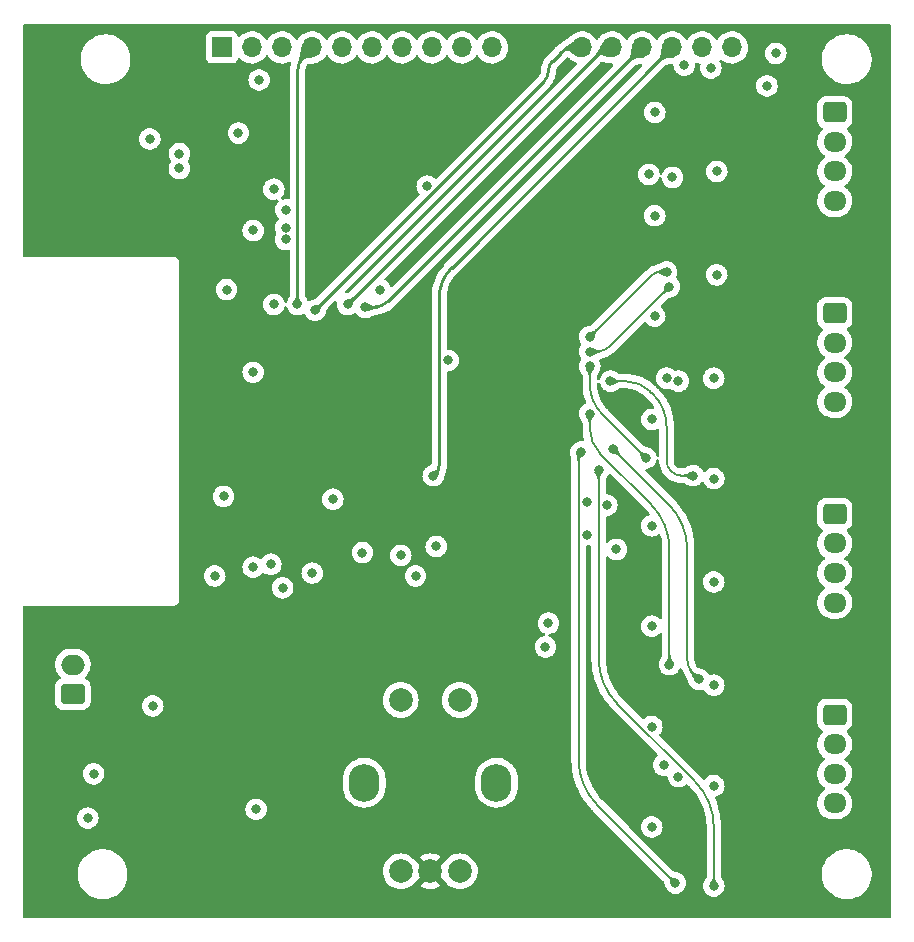
<source format=gbr>
%TF.GenerationSoftware,KiCad,Pcbnew,6.0.5-a6ca702e91~116~ubuntu20.04.1*%
%TF.CreationDate,2022-07-22T15:22:31-05:00*%
%TF.ProjectId,FormulaMixer_PCB-rounded,466f726d-756c-4614-9d69-7865725f5043,rev?*%
%TF.SameCoordinates,Original*%
%TF.FileFunction,Copper,L2,Inr*%
%TF.FilePolarity,Positive*%
%FSLAX46Y46*%
G04 Gerber Fmt 4.6, Leading zero omitted, Abs format (unit mm)*
G04 Created by KiCad (PCBNEW 6.0.5-a6ca702e91~116~ubuntu20.04.1) date 2022-07-22 15:22:31*
%MOMM*%
%LPD*%
G01*
G04 APERTURE LIST*
G04 Aperture macros list*
%AMRoundRect*
0 Rectangle with rounded corners*
0 $1 Rounding radius*
0 $2 $3 $4 $5 $6 $7 $8 $9 X,Y pos of 4 corners*
0 Add a 4 corners polygon primitive as box body*
4,1,4,$2,$3,$4,$5,$6,$7,$8,$9,$2,$3,0*
0 Add four circle primitives for the rounded corners*
1,1,$1+$1,$2,$3*
1,1,$1+$1,$4,$5*
1,1,$1+$1,$6,$7*
1,1,$1+$1,$8,$9*
0 Add four rect primitives between the rounded corners*
20,1,$1+$1,$2,$3,$4,$5,0*
20,1,$1+$1,$4,$5,$6,$7,0*
20,1,$1+$1,$6,$7,$8,$9,0*
20,1,$1+$1,$8,$9,$2,$3,0*%
G04 Aperture macros list end*
%TA.AperFunction,ComponentPad*%
%ADD10RoundRect,0.250000X-0.725000X0.600000X-0.725000X-0.600000X0.725000X-0.600000X0.725000X0.600000X0*%
%TD*%
%TA.AperFunction,ComponentPad*%
%ADD11O,1.950000X1.700000*%
%TD*%
%TA.AperFunction,ComponentPad*%
%ADD12RoundRect,0.250000X0.750000X-0.600000X0.750000X0.600000X-0.750000X0.600000X-0.750000X-0.600000X0*%
%TD*%
%TA.AperFunction,ComponentPad*%
%ADD13O,2.000000X1.700000*%
%TD*%
%TA.AperFunction,ComponentPad*%
%ADD14R,1.700000X1.700000*%
%TD*%
%TA.AperFunction,ComponentPad*%
%ADD15O,1.700000X1.700000*%
%TD*%
%TA.AperFunction,WasherPad*%
%ADD16RoundRect,1.300000X0.000000X0.300000X0.000000X0.300000X0.000000X-0.300000X0.000000X-0.300000X0*%
%TD*%
%TA.AperFunction,ComponentPad*%
%ADD17C,2.000000*%
%TD*%
%TA.AperFunction,ViaPad*%
%ADD18C,0.800000*%
%TD*%
%TA.AperFunction,Conductor*%
%ADD19C,0.250000*%
%TD*%
%TA.AperFunction,Conductor*%
%ADD20C,0.200000*%
%TD*%
G04 APERTURE END LIST*
D10*
%TO.N,/M4_1P*%
%TO.C,J4*%
X120500000Y-101500000D03*
D11*
%TO.N,/M4_1N*%
X120500000Y-104000000D03*
%TO.N,/M4_2P*%
X120500000Y-106500000D03*
%TO.N,/M4_2N*%
X120500000Y-109000000D03*
%TD*%
D12*
%TO.N,+12V*%
%TO.C,J5*%
X55975000Y-99750000D03*
D13*
%TO.N,GND*%
X55975000Y-97250000D03*
%TD*%
D14*
%TO.N,GND*%
%TO.C,U7*%
X68610000Y-45000000D03*
D15*
%TO.N,+5V*%
X71150000Y-45000000D03*
X73690000Y-45000000D03*
%TO.N,/RS*%
X76230000Y-45000000D03*
%TO.N,GND*%
X78770000Y-45000000D03*
%TO.N,/E*%
X81310000Y-45000000D03*
%TO.N,unconnected-(U7-Pad7)*%
X83850000Y-45000000D03*
%TO.N,unconnected-(U7-Pad8)*%
X86390000Y-45000000D03*
%TO.N,unconnected-(U7-Pad9)*%
X88930000Y-45000000D03*
%TO.N,unconnected-(U7-Pad10)*%
X91470000Y-45000000D03*
%TO.N,/DB4*%
X99090000Y-45000000D03*
%TO.N,/DB5*%
X101630000Y-45000000D03*
%TO.N,/DB6*%
X104170000Y-45000000D03*
%TO.N,/DB7*%
X106710000Y-45000000D03*
%TO.N,+5V*%
X109250000Y-45000000D03*
%TO.N,GND*%
X111790000Y-45000000D03*
%TD*%
D10*
%TO.N,/M2_1P*%
%TO.C,J2*%
X120500000Y-67500000D03*
D11*
%TO.N,/M2_1N*%
X120500000Y-70000000D03*
%TO.N,/M2_2P*%
X120500000Y-72500000D03*
%TO.N,/M2_2N*%
X120500000Y-75000000D03*
%TD*%
D10*
%TO.N,/M3_1P*%
%TO.C,J3*%
X120500000Y-84500000D03*
D11*
%TO.N,/M3_1N*%
X120500000Y-87000000D03*
%TO.N,/M3_2P*%
X120500000Y-89500000D03*
%TO.N,/M3_2N*%
X120500000Y-92000000D03*
%TD*%
D10*
%TO.N,/M1_1P*%
%TO.C,J1*%
X120500000Y-50500000D03*
D11*
%TO.N,/M1_1N*%
X120500000Y-53000000D03*
%TO.N,/M1_2P*%
X120500000Y-55500000D03*
%TO.N,/M1_2N*%
X120500000Y-58000000D03*
%TD*%
D16*
%TO.N,*%
%TO.C,SW1*%
X91850000Y-107250000D03*
X80650000Y-107250000D03*
D17*
%TO.N,/ENC_A*%
X88750000Y-114750000D03*
%TO.N,/ENC_B*%
X83750000Y-114750000D03*
%TO.N,+3V3*%
X86250000Y-114750000D03*
%TO.N,/ENC_BTN*%
X88750000Y-100250000D03*
%TO.N,GND*%
X83750000Y-100250000D03*
%TD*%
D18*
%TO.N,GND*%
X71250000Y-60500000D03*
X114750000Y-48250000D03*
X115500000Y-45500000D03*
X57250000Y-110250000D03*
X73000000Y-57000000D03*
X71250000Y-89000000D03*
X68000000Y-89750000D03*
%TO.N,+12V*%
X105000000Y-94000000D03*
X105000000Y-85500000D03*
X105000000Y-102500000D03*
X110250000Y-90250000D03*
X105000000Y-76500000D03*
X110500000Y-55500000D03*
X105250000Y-59250000D03*
X110250000Y-107500000D03*
X105250000Y-50500000D03*
X110250000Y-81500000D03*
X110000000Y-46750000D03*
X105000000Y-111000000D03*
X105250000Y-67750000D03*
X110500000Y-64250000D03*
X110250000Y-99000000D03*
X110250000Y-73000000D03*
%TO.N,/RESET*%
X73000000Y-66750000D03*
X68750000Y-83000000D03*
%TO.N,+3V3*%
X90750000Y-63250000D03*
X97250000Y-66500000D03*
X89750000Y-88500000D03*
X75750000Y-111500000D03*
X81500000Y-102500000D03*
X66750000Y-88500000D03*
X95500000Y-80750000D03*
X95500000Y-60250000D03*
X90000000Y-75500000D03*
X77250000Y-62250000D03*
X86000000Y-112750000D03*
%TO.N,+5V*%
X57750000Y-106500000D03*
X74000000Y-58750000D03*
X71750000Y-47750000D03*
X62750000Y-100750000D03*
X62500000Y-52750000D03*
X85987701Y-56737701D03*
X107750000Y-46500000D03*
X70000000Y-52250000D03*
%TO.N,/D+*%
X74000000Y-61250000D03*
X65000000Y-55250000D03*
%TO.N,/D-*%
X74000000Y-60250000D03*
X65000000Y-54000000D03*
%TO.N,/RTS*%
X69000000Y-65500000D03*
X82000000Y-65500000D03*
%TO.N,/ENC_A*%
X72750000Y-88750000D03*
%TO.N,/ENC_B*%
X73750000Y-90750000D03*
%TO.N,/ENC_BTN*%
X76250000Y-89500000D03*
%TO.N,/BTN*%
X71500000Y-109500000D03*
X78000000Y-83250000D03*
%TO.N,/S1_P1*%
X83750000Y-88000000D03*
X86750000Y-87250000D03*
%TO.N,/S2_P1*%
X80500000Y-87775500D03*
X85000000Y-89750000D03*
%TO.N,/DB7*%
X86500000Y-81250000D03*
%TO.N,/DB6*%
X80750000Y-67000000D03*
%TO.N,/DB5*%
X79250000Y-66750000D03*
%TO.N,/DB4*%
X76500000Y-67250000D03*
%TO.N,/RS*%
X75000000Y-66750000D03*
%TO.N,/S1_P2*%
X71250000Y-72500000D03*
X87750000Y-71500000D03*
%TO.N,/P1M4_N*%
X107250000Y-106750000D03*
X96250000Y-93750000D03*
%TO.N,/P1M4_P*%
X96000000Y-95750000D03*
X106000000Y-105750000D03*
%TO.N,/P1M2_N*%
X107250000Y-73250000D03*
X102000000Y-87500000D03*
%TO.N,/P1M2_P*%
X106250000Y-73000000D03*
X99500000Y-86250000D03*
%TO.N,/P1M1_N*%
X106750000Y-56000000D03*
X101199500Y-83750000D03*
%TO.N,/P1M1_P*%
X104750000Y-55750000D03*
X99500000Y-83500000D03*
%TO.N,/P2M4_N*%
X100500000Y-80750000D03*
X110250000Y-116000000D03*
%TO.N,/P2M4_P*%
X99000000Y-79250000D03*
X107000000Y-115750000D03*
%TO.N,/P2M3_N*%
X109000000Y-98500000D03*
X101750000Y-79000000D03*
%TO.N,/P2M3_P*%
X99750000Y-76000000D03*
X106500000Y-97250000D03*
%TO.N,/P2M2_N*%
X101500000Y-73250000D03*
X108500000Y-81250000D03*
%TO.N,/P2M2_P*%
X99750000Y-72000000D03*
X104500000Y-79750000D03*
%TO.N,/P2M1_N*%
X99750000Y-70750000D03*
X106500000Y-65250000D03*
%TO.N,/P2M1_P*%
X99750000Y-69500000D03*
X106250000Y-64000000D03*
%TD*%
D19*
%TO.N,/DB7*%
X88074802Y-63635197D02*
X106710000Y-45000000D01*
X87000000Y-80396446D02*
X87000000Y-69270000D01*
X87000000Y-66230000D02*
X87000000Y-69270000D01*
X86750000Y-81000000D02*
X86500000Y-81250000D01*
X86749986Y-80999986D02*
G75*
G03*
X87000000Y-80396446I-603586J603586D01*
G01*
X86999998Y-66230000D02*
G75*
G02*
X88074802Y-63635197I3669602J0D01*
G01*
%TO.N,/DB6*%
X80750000Y-67000000D02*
X81460000Y-67000000D01*
X82672045Y-66497954D02*
X104170000Y-45000000D01*
X81460000Y-66999996D02*
G75*
G03*
X82672044Y-66497953I0J1714096D01*
G01*
%TO.N,/DB5*%
X79250000Y-66750000D02*
X100777261Y-45222738D01*
X101315000Y-45000000D02*
X101630000Y-45000000D01*
X100777257Y-45222734D02*
G75*
G02*
X101315000Y-45000000I537743J-537766D01*
G01*
%TO.N,/DB4*%
X98420000Y-45000000D02*
X99090000Y-45000000D01*
X97276238Y-45473761D02*
X96603553Y-46146446D01*
X95896446Y-47853553D02*
X76500000Y-67250000D01*
X97276243Y-45473766D02*
G75*
G02*
X98420000Y-45000000I1143757J-1143734D01*
G01*
X95896445Y-47853552D02*
G75*
G03*
X96250000Y-47000000I-853545J853552D01*
G01*
X96249998Y-47000000D02*
G75*
G02*
X96603553Y-46146446I1207102J0D01*
G01*
%TO.N,/RS*%
X75615000Y-45615000D02*
X76230000Y-45000000D01*
X75000000Y-66750000D02*
X75000000Y-47099741D01*
X75000018Y-47099741D02*
G75*
G02*
X75615001Y-45615001I2099682J41D01*
G01*
D20*
%TO.N,/P2M4_N*%
X100500000Y-80750000D02*
X100500000Y-96735295D01*
X108656207Y-107145466D02*
X102093792Y-100583051D01*
X110250000Y-110993222D02*
X110250000Y-116000000D01*
X110249969Y-110993222D02*
G75*
G03*
X108656207Y-107145466I-5441569J22D01*
G01*
X102093779Y-100583064D02*
G75*
G02*
X100500000Y-96735295I3847821J3847764D01*
G01*
%TO.N,/P2M4_P*%
X98800489Y-105296525D02*
X98800489Y-79590586D01*
X99000000Y-79250000D02*
X98900244Y-79349755D01*
X100394281Y-109144281D02*
X107000000Y-115750000D01*
X100394302Y-109144260D02*
G75*
G02*
X98800489Y-105296525I3847698J3847760D01*
G01*
X98800486Y-79590586D02*
G75*
G02*
X98900244Y-79349755I340614J-14D01*
G01*
%TO.N,/P2M3_N*%
X108500000Y-98000000D02*
X109000000Y-98500000D01*
X101750000Y-79000000D02*
X106406207Y-83656207D01*
X108000000Y-87503963D02*
X108000000Y-96792893D01*
X108000010Y-87503963D02*
G75*
G03*
X106406206Y-83656208I-5441610J-37D01*
G01*
X108499998Y-98000002D02*
G75*
G02*
X108000000Y-96792893I1207102J1207102D01*
G01*
%TO.N,/P2M3_P*%
X99750000Y-76000000D02*
X99750000Y-77250000D01*
X106500000Y-97250000D02*
X106500000Y-87503963D01*
X104906207Y-83656207D02*
X100633883Y-79383883D01*
X106500010Y-87503963D02*
G75*
G03*
X104906206Y-83656208I-5441610J-37D01*
G01*
X100633876Y-79383890D02*
G75*
G02*
X99750000Y-77250000I2133924J2133890D01*
G01*
%TO.N,/P2M2_N*%
X101500000Y-73250000D02*
X102750000Y-73250000D01*
X106250000Y-77090990D02*
X106250000Y-79988005D01*
X104883883Y-74133883D02*
X105125000Y-74375000D01*
X108500000Y-81250000D02*
X107511994Y-81250000D01*
X106250004Y-77090990D02*
G75*
G03*
X105125000Y-74375000I-3841004J-10D01*
G01*
X106619631Y-80880368D02*
G75*
G02*
X106250000Y-79988005I892369J892368D01*
G01*
X107511994Y-81250002D02*
G75*
G02*
X106619629Y-80880370I6J1262002D01*
G01*
X102750000Y-73250010D02*
G75*
G02*
X104883883Y-74133883I0J-3017790D01*
G01*
%TO.N,/P2M2_P*%
X99750000Y-72000000D02*
X99750000Y-73500000D01*
X104500000Y-79750000D02*
X100810660Y-76060660D01*
X100810664Y-76060656D02*
G75*
G02*
X99750000Y-73500000I2560636J2560656D01*
G01*
%TO.N,/P2M1_N*%
X99750000Y-70750000D02*
X100375000Y-70750000D01*
X106500000Y-65250000D02*
X101441941Y-70308058D01*
X100375000Y-70749994D02*
G75*
G03*
X101441941Y-70308058I0J1508894D01*
G01*
%TO.N,/P2M1_P*%
X106250000Y-64000000D02*
X105750000Y-64000000D01*
X99750000Y-69500000D02*
X104896446Y-64353553D01*
X104896448Y-64353555D02*
G75*
G02*
X105750000Y-64000000I853552J-853545D01*
G01*
%TD*%
%TA.AperFunction,Conductor*%
%TO.N,/DB4*%
G36*
X98587309Y-44324605D02*
G01*
X99503327Y-44967769D01*
X99508129Y-44975327D01*
X99506179Y-44984067D01*
X99505189Y-44985293D01*
X99400133Y-45098701D01*
X98770214Y-45778697D01*
X98762078Y-45782437D01*
X98756437Y-45781230D01*
X98616210Y-45711750D01*
X98615094Y-45711119D01*
X98483212Y-45626657D01*
X98482580Y-45626222D01*
X98362246Y-45537529D01*
X98362109Y-45537427D01*
X98249590Y-45451929D01*
X98249510Y-45451868D01*
X98249445Y-45451823D01*
X98249427Y-45451810D01*
X98141350Y-45377254D01*
X98141346Y-45377251D01*
X98141061Y-45377055D01*
X98032902Y-45320403D01*
X97928606Y-45291372D01*
X97921946Y-45289518D01*
X97921944Y-45289518D01*
X97921133Y-45289292D01*
X97801851Y-45291105D01*
X97801023Y-45291372D01*
X97801022Y-45291372D01*
X97671824Y-45333004D01*
X97671821Y-45333006D01*
X97671152Y-45333221D01*
X97599555Y-45377254D01*
X97534229Y-45417430D01*
X97525387Y-45418845D01*
X97518736Y-45414479D01*
X97448258Y-45320403D01*
X97382258Y-45232304D01*
X97380040Y-45223629D01*
X97384607Y-45215927D01*
X97541067Y-45098701D01*
X97680922Y-44993898D01*
X97800771Y-44904069D01*
X97906576Y-44824752D01*
X98004299Y-44751485D01*
X98099902Y-44679806D01*
X98199348Y-44605253D01*
X98308599Y-44523363D01*
X98308601Y-44523362D01*
X98433616Y-44429676D01*
X98433617Y-44429676D01*
X98573571Y-44324817D01*
X98582246Y-44322598D01*
X98587309Y-44324605D01*
G37*
%TD.AperFunction*%
%TD*%
%TA.AperFunction,Conductor*%
%TO.N,/P2M2_N*%
G36*
X101681840Y-72893971D02*
G01*
X101724056Y-72916364D01*
X101745559Y-72927771D01*
X101746242Y-72928164D01*
X101806157Y-72965370D01*
X101806621Y-72965673D01*
X101859085Y-73001803D01*
X101859213Y-73001893D01*
X101907421Y-73036051D01*
X101954610Y-73067336D01*
X101954800Y-73067442D01*
X101954802Y-73067443D01*
X102003716Y-73094674D01*
X102003721Y-73094676D01*
X102004004Y-73094834D01*
X102004308Y-73094960D01*
X102004313Y-73094963D01*
X102058572Y-73117552D01*
X102058576Y-73117553D01*
X102058921Y-73117697D01*
X102078893Y-73123141D01*
X102122338Y-73134985D01*
X102122346Y-73134987D01*
X102122681Y-73135078D01*
X102157928Y-73140208D01*
X102198298Y-73146084D01*
X102198300Y-73146084D01*
X102198601Y-73146128D01*
X102198897Y-73146141D01*
X102198902Y-73146141D01*
X102234154Y-73147634D01*
X102278796Y-73149525D01*
X102286916Y-73153299D01*
X102290000Y-73161215D01*
X102290000Y-73338785D01*
X102286573Y-73347058D01*
X102278796Y-73350475D01*
X102228096Y-73352622D01*
X102198902Y-73353858D01*
X102198897Y-73353858D01*
X102198601Y-73353871D01*
X102198300Y-73353915D01*
X102198298Y-73353915D01*
X102157928Y-73359791D01*
X102122681Y-73364921D01*
X102122346Y-73365012D01*
X102122338Y-73365014D01*
X102078893Y-73376858D01*
X102058921Y-73382302D01*
X102058576Y-73382446D01*
X102058572Y-73382447D01*
X102004313Y-73405036D01*
X102004308Y-73405039D01*
X102004004Y-73405165D01*
X102003721Y-73405323D01*
X102003716Y-73405325D01*
X101954802Y-73432556D01*
X101954610Y-73432663D01*
X101907421Y-73463948D01*
X101907310Y-73464026D01*
X101907295Y-73464037D01*
X101859213Y-73498106D01*
X101859085Y-73498196D01*
X101806621Y-73534326D01*
X101806157Y-73534629D01*
X101746242Y-73571835D01*
X101745559Y-73572229D01*
X101721224Y-73585137D01*
X101681840Y-73606029D01*
X101672925Y-73606878D01*
X101668247Y-73604126D01*
X101503178Y-73445387D01*
X101308769Y-73258433D01*
X101305181Y-73250229D01*
X101308769Y-73241567D01*
X101403988Y-73150000D01*
X101668247Y-72895874D01*
X101676586Y-72892609D01*
X101681840Y-72893971D01*
G37*
%TD.AperFunction*%
%TD*%
%TA.AperFunction,Conductor*%
%TO.N,/DB6*%
G36*
X104466694Y-44702983D02*
G01*
X104470282Y-44711645D01*
X104466719Y-44893912D01*
X104458320Y-45323588D01*
X104449117Y-45794353D01*
X104445529Y-45802557D01*
X104440726Y-45805346D01*
X104346345Y-45833149D01*
X104276087Y-45853845D01*
X104275043Y-45854101D01*
X104120241Y-45884608D01*
X104119428Y-45884739D01*
X103978205Y-45902366D01*
X103977827Y-45902407D01*
X103923020Y-45907447D01*
X103846411Y-45914492D01*
X103846384Y-45914495D01*
X103721521Y-45928362D01*
X103721512Y-45928363D01*
X103721308Y-45928386D01*
X103721093Y-45928426D01*
X103721090Y-45928427D01*
X103688751Y-45934528D01*
X103598993Y-45951461D01*
X103598655Y-45951570D01*
X103598650Y-45951571D01*
X103576762Y-45958613D01*
X103475754Y-45991109D01*
X103411500Y-46023073D01*
X103348277Y-46054523D01*
X103348272Y-46054526D01*
X103347880Y-46054721D01*
X103211659Y-46149686D01*
X103211388Y-46149931D01*
X103211386Y-46149932D01*
X103071630Y-46275957D01*
X103063191Y-46278952D01*
X103055522Y-46275541D01*
X102894459Y-46114478D01*
X102891032Y-46106205D01*
X102894043Y-46098370D01*
X103020067Y-45958613D01*
X103020068Y-45958611D01*
X103020313Y-45958340D01*
X103115278Y-45822119D01*
X103115473Y-45821727D01*
X103115476Y-45821722D01*
X103146926Y-45758499D01*
X103178890Y-45694245D01*
X103218538Y-45571006D01*
X103241613Y-45448691D01*
X103255507Y-45323588D01*
X103267592Y-45192172D01*
X103267633Y-45191794D01*
X103285260Y-45050571D01*
X103285391Y-45049758D01*
X103315898Y-44894956D01*
X103316154Y-44893912D01*
X103364653Y-44729275D01*
X103370278Y-44722307D01*
X103375645Y-44720883D01*
X104136851Y-44706003D01*
X104458355Y-44699718D01*
X104466694Y-44702983D01*
G37*
%TD.AperFunction*%
%TD*%
%TA.AperFunction,Conductor*%
%TO.N,/DB6*%
G36*
X80931753Y-66643724D02*
G01*
X81023677Y-66689984D01*
X81023871Y-66690083D01*
X81111500Y-66736239D01*
X81191030Y-66777419D01*
X81191048Y-66777428D01*
X81191118Y-66777464D01*
X81238966Y-66799822D01*
X81266077Y-66812491D01*
X81266082Y-66812493D01*
X81266283Y-66812587D01*
X81340632Y-66840478D01*
X81390236Y-66853031D01*
X81417436Y-66859915D01*
X81417438Y-66859915D01*
X81417804Y-66860008D01*
X81501437Y-66870047D01*
X81501792Y-66870045D01*
X81501796Y-66870045D01*
X81594852Y-66869467D01*
X81594853Y-66869467D01*
X81595167Y-66869465D01*
X81702634Y-66857135D01*
X81702877Y-66857086D01*
X81702883Y-66857085D01*
X81784718Y-66840559D01*
X81816391Y-66834163D01*
X81825178Y-66835884D01*
X81830088Y-66842924D01*
X81882560Y-67063685D01*
X81881139Y-67072527D01*
X81873805Y-67077792D01*
X81750445Y-67106211D01*
X81750310Y-67106242D01*
X81635137Y-67131349D01*
X81635076Y-67131362D01*
X81535558Y-67152500D01*
X81447416Y-67171718D01*
X81403778Y-67182136D01*
X81366602Y-67191011D01*
X81366591Y-67191014D01*
X81366519Y-67191031D01*
X81366442Y-67191052D01*
X81315572Y-67205062D01*
X81288687Y-67212467D01*
X81209737Y-67238055D01*
X81209658Y-67238085D01*
X81209640Y-67238091D01*
X81125581Y-67269785D01*
X81125486Y-67269821D01*
X81125404Y-67269856D01*
X81125384Y-67269864D01*
X81031844Y-67309754D01*
X81031753Y-67309793D01*
X80931630Y-67356599D01*
X80922685Y-67356998D01*
X80918566Y-67354433D01*
X80770939Y-67212467D01*
X80558769Y-67008433D01*
X80555181Y-67000229D01*
X80558769Y-66991567D01*
X80685180Y-66870004D01*
X80918384Y-66645742D01*
X80926723Y-66642477D01*
X80931753Y-66643724D01*
G37*
%TD.AperFunction*%
%TD*%
%TA.AperFunction,Conductor*%
%TO.N,/DB7*%
G36*
X87081184Y-80643290D02*
G01*
X87088307Y-80648716D01*
X87089492Y-80657648D01*
X87066145Y-80744226D01*
X87042802Y-80827029D01*
X87034796Y-80854198D01*
X87028343Y-80876098D01*
X87021860Y-80898097D01*
X87002655Y-80960824D01*
X86984525Y-81018605D01*
X86966804Y-81074835D01*
X86948829Y-81132909D01*
X86929935Y-81196222D01*
X86929916Y-81196289D01*
X86929908Y-81196316D01*
X86909459Y-81268168D01*
X86909435Y-81268255D01*
X86888883Y-81344215D01*
X86883414Y-81351306D01*
X86878552Y-81352819D01*
X86375263Y-81394405D01*
X86366736Y-81391671D01*
X86362601Y-81382854D01*
X86357964Y-80884686D01*
X86361313Y-80876381D01*
X86366053Y-80873448D01*
X86424952Y-80854342D01*
X86425844Y-80854091D01*
X86489894Y-80838793D01*
X86490360Y-80838692D01*
X86514001Y-80834054D01*
X86551580Y-80826683D01*
X86551607Y-80826678D01*
X86609124Y-80815029D01*
X86609122Y-80815029D01*
X86609307Y-80814992D01*
X86609478Y-80814946D01*
X86609487Y-80814944D01*
X86662462Y-80800730D01*
X86662470Y-80800727D01*
X86662829Y-80800631D01*
X86663172Y-80800490D01*
X86663178Y-80800488D01*
X86711146Y-80780777D01*
X86711150Y-80780775D01*
X86711673Y-80780560D01*
X86712151Y-80780245D01*
X86754795Y-80752124D01*
X86754798Y-80752122D01*
X86755369Y-80751745D01*
X86793444Y-80711147D01*
X86825426Y-80655729D01*
X86847289Y-80592703D01*
X86853238Y-80586009D01*
X86861331Y-80585225D01*
X87081184Y-80643290D01*
G37*
%TD.AperFunction*%
%TD*%
%TA.AperFunction,Conductor*%
%TO.N,/P2M1_P*%
G36*
X106081552Y-63645681D02*
G01*
X106256156Y-63813589D01*
X106415950Y-63967255D01*
X106441231Y-63991567D01*
X106444819Y-63999771D01*
X106441231Y-64008433D01*
X106162728Y-64276256D01*
X106081770Y-64354110D01*
X106073431Y-64357375D01*
X106068151Y-64355999D01*
X105998190Y-64318655D01*
X105997534Y-64318277D01*
X105995948Y-64317294D01*
X105929918Y-64276353D01*
X105929622Y-64276163D01*
X105868479Y-64235384D01*
X105811298Y-64198023D01*
X105811290Y-64198018D01*
X105811149Y-64197926D01*
X105784785Y-64182932D01*
X105755214Y-64166114D01*
X105755208Y-64166111D01*
X105754909Y-64165941D01*
X105696894Y-64141490D01*
X105634241Y-64126633D01*
X105633703Y-64126608D01*
X105633700Y-64126608D01*
X105564600Y-64123453D01*
X105564595Y-64123453D01*
X105564086Y-64123430D01*
X105563582Y-64123496D01*
X105563578Y-64123496D01*
X105527988Y-64128143D01*
X105483565Y-64133942D01*
X105443398Y-64145204D01*
X105400444Y-64157248D01*
X105391553Y-64156181D01*
X105386222Y-64149788D01*
X105328527Y-63982098D01*
X105329075Y-63973161D01*
X105335707Y-63967255D01*
X105431415Y-63933585D01*
X105431424Y-63933582D01*
X105521012Y-63900329D01*
X105521037Y-63900319D01*
X105521108Y-63900293D01*
X105597560Y-63870015D01*
X105664504Y-63841531D01*
X105725676Y-63813622D01*
X105784809Y-63785068D01*
X105845638Y-63754648D01*
X105911898Y-63721143D01*
X105911935Y-63721125D01*
X105987233Y-63683379D01*
X105987323Y-63683334D01*
X106068289Y-63643610D01*
X106077225Y-63643043D01*
X106081552Y-63645681D01*
G37*
%TD.AperFunction*%
%TD*%
%TA.AperFunction,Conductor*%
%TO.N,/DB4*%
G36*
X76978204Y-66610977D02*
G01*
X77139022Y-66771795D01*
X77142449Y-66780068D01*
X77139315Y-66788037D01*
X77112551Y-66816807D01*
X77085346Y-66846050D01*
X77085201Y-66846236D01*
X77085195Y-66846243D01*
X77058450Y-66880557D01*
X77038415Y-66906262D01*
X77038252Y-66906523D01*
X77038251Y-66906525D01*
X77003760Y-66961890D01*
X77003756Y-66961897D01*
X77003583Y-66962175D01*
X76978222Y-67015550D01*
X76978121Y-67015836D01*
X76978118Y-67015844D01*
X76959784Y-67067931D01*
X76959706Y-67068153D01*
X76945407Y-67121745D01*
X76945376Y-67121883D01*
X76932700Y-67178085D01*
X76932697Y-67178089D01*
X76932699Y-67178089D01*
X76918987Y-67238797D01*
X76918906Y-67239130D01*
X76901617Y-67305811D01*
X76901457Y-67306367D01*
X76880373Y-67373253D01*
X76874617Y-67380114D01*
X76869443Y-67381434D01*
X76370744Y-67391183D01*
X76362405Y-67387918D01*
X76358817Y-67379256D01*
X76368566Y-66880557D01*
X76372154Y-66872353D01*
X76376746Y-66869627D01*
X76443637Y-66848541D01*
X76444218Y-66848375D01*
X76510843Y-66831100D01*
X76511202Y-66831012D01*
X76571910Y-66817300D01*
X76571910Y-66817301D01*
X76571914Y-66817299D01*
X76628254Y-66804592D01*
X76681846Y-66790293D01*
X76682068Y-66790215D01*
X76734155Y-66771881D01*
X76734163Y-66771878D01*
X76734449Y-66771777D01*
X76787824Y-66746416D01*
X76788102Y-66746243D01*
X76788109Y-66746239D01*
X76843474Y-66711748D01*
X76843476Y-66711747D01*
X76843737Y-66711584D01*
X76843975Y-66711398D01*
X76843980Y-66711395D01*
X76903756Y-66664804D01*
X76903763Y-66664798D01*
X76903949Y-66664653D01*
X76961964Y-66610683D01*
X76970353Y-66607558D01*
X76978204Y-66610977D01*
G37*
%TD.AperFunction*%
%TD*%
%TA.AperFunction,Conductor*%
%TO.N,+3V3*%
G36*
X125183621Y-43028502D02*
G01*
X125230114Y-43082158D01*
X125241500Y-43134500D01*
X125241500Y-118615500D01*
X125221498Y-118683621D01*
X125167842Y-118730114D01*
X125115500Y-118741500D01*
X51884500Y-118741500D01*
X51816379Y-118721498D01*
X51769886Y-118667842D01*
X51758500Y-118615500D01*
X51758500Y-115132703D01*
X56390743Y-115132703D01*
X56391302Y-115136947D01*
X56391302Y-115136951D01*
X56401322Y-115213056D01*
X56428268Y-115417734D01*
X56504129Y-115695036D01*
X56505813Y-115698984D01*
X56615194Y-115955422D01*
X56616923Y-115959476D01*
X56677627Y-116060905D01*
X56754846Y-116189928D01*
X56764561Y-116206161D01*
X56944313Y-116430528D01*
X56961397Y-116446740D01*
X57139875Y-116616109D01*
X57152851Y-116628423D01*
X57386317Y-116796186D01*
X57390112Y-116798195D01*
X57390113Y-116798196D01*
X57411869Y-116809715D01*
X57640392Y-116930712D01*
X57910373Y-117029511D01*
X58191264Y-117090755D01*
X58219841Y-117093004D01*
X58414282Y-117108307D01*
X58414291Y-117108307D01*
X58416739Y-117108500D01*
X58572271Y-117108500D01*
X58574407Y-117108354D01*
X58574418Y-117108354D01*
X58782548Y-117094165D01*
X58782554Y-117094164D01*
X58786825Y-117093873D01*
X58791020Y-117093004D01*
X58791022Y-117093004D01*
X58927583Y-117064724D01*
X59068342Y-117035574D01*
X59339343Y-116939607D01*
X59594812Y-116807750D01*
X59598313Y-116805289D01*
X59598317Y-116805287D01*
X59807173Y-116658500D01*
X59830023Y-116642441D01*
X59936170Y-116543803D01*
X60037479Y-116449661D01*
X60037481Y-116449658D01*
X60040622Y-116446740D01*
X60222713Y-116224268D01*
X60372927Y-115979142D01*
X60376517Y-115970965D01*
X60486757Y-115719830D01*
X60488483Y-115715898D01*
X60567244Y-115439406D01*
X60607751Y-115154784D01*
X60607845Y-115136951D01*
X60609235Y-114871583D01*
X60609235Y-114871576D01*
X60609257Y-114867297D01*
X60607319Y-114852571D01*
X60593815Y-114750000D01*
X82236835Y-114750000D01*
X82255465Y-114986711D01*
X82256619Y-114991518D01*
X82256620Y-114991524D01*
X82291534Y-115136951D01*
X82310895Y-115217594D01*
X82312788Y-115222165D01*
X82312789Y-115222167D01*
X82395956Y-115422950D01*
X82401760Y-115436963D01*
X82404346Y-115441183D01*
X82523241Y-115635202D01*
X82523245Y-115635208D01*
X82525824Y-115639416D01*
X82680031Y-115819969D01*
X82860584Y-115974176D01*
X82864792Y-115976755D01*
X82864798Y-115976759D01*
X83021430Y-116072743D01*
X83063037Y-116098240D01*
X83067607Y-116100133D01*
X83067611Y-116100135D01*
X83277833Y-116187211D01*
X83282406Y-116189105D01*
X83362609Y-116208360D01*
X83508476Y-116243380D01*
X83508482Y-116243381D01*
X83513289Y-116244535D01*
X83750000Y-116263165D01*
X83986711Y-116244535D01*
X83991518Y-116243381D01*
X83991524Y-116243380D01*
X84137391Y-116208360D01*
X84217594Y-116189105D01*
X84222167Y-116187211D01*
X84432389Y-116100135D01*
X84432393Y-116100133D01*
X84436963Y-116098240D01*
X84478570Y-116072743D01*
X84625556Y-115982670D01*
X85382160Y-115982670D01*
X85387887Y-115990320D01*
X85559042Y-116095205D01*
X85567837Y-116099687D01*
X85777988Y-116186734D01*
X85787373Y-116189783D01*
X86008554Y-116242885D01*
X86018301Y-116244428D01*
X86245070Y-116262275D01*
X86254930Y-116262275D01*
X86481699Y-116244428D01*
X86491446Y-116242885D01*
X86712627Y-116189783D01*
X86722012Y-116186734D01*
X86932163Y-116099687D01*
X86940958Y-116095205D01*
X87108445Y-115992568D01*
X87117907Y-115982110D01*
X87114124Y-115973334D01*
X86262812Y-115122022D01*
X86248868Y-115114408D01*
X86247035Y-115114539D01*
X86240420Y-115118790D01*
X85388920Y-115970290D01*
X85382160Y-115982670D01*
X84625556Y-115982670D01*
X84635202Y-115976759D01*
X84635208Y-115976755D01*
X84639416Y-115974176D01*
X84819969Y-115819969D01*
X84940202Y-115679195D01*
X84958753Y-115657474D01*
X85004686Y-115623598D01*
X85026668Y-115614122D01*
X85877978Y-114762812D01*
X85884356Y-114751132D01*
X86614408Y-114751132D01*
X86614539Y-114752965D01*
X86618790Y-114759580D01*
X87470290Y-115611080D01*
X87508648Y-115632026D01*
X87544072Y-115660782D01*
X87632474Y-115764287D01*
X87680031Y-115819969D01*
X87860584Y-115974176D01*
X87864792Y-115976755D01*
X87864798Y-115976759D01*
X88021430Y-116072743D01*
X88063037Y-116098240D01*
X88067607Y-116100133D01*
X88067611Y-116100135D01*
X88277833Y-116187211D01*
X88282406Y-116189105D01*
X88362609Y-116208360D01*
X88508476Y-116243380D01*
X88508482Y-116243381D01*
X88513289Y-116244535D01*
X88750000Y-116263165D01*
X88986711Y-116244535D01*
X88991518Y-116243381D01*
X88991524Y-116243380D01*
X89137391Y-116208360D01*
X89217594Y-116189105D01*
X89222167Y-116187211D01*
X89432389Y-116100135D01*
X89432393Y-116100133D01*
X89436963Y-116098240D01*
X89478570Y-116072743D01*
X89635202Y-115976759D01*
X89635208Y-115976755D01*
X89639416Y-115974176D01*
X89819969Y-115819969D01*
X89974176Y-115639416D01*
X89976755Y-115635208D01*
X89976759Y-115635202D01*
X90095654Y-115441183D01*
X90098240Y-115436963D01*
X90104045Y-115422950D01*
X90187211Y-115222167D01*
X90187212Y-115222165D01*
X90189105Y-115217594D01*
X90208466Y-115136951D01*
X90243380Y-114991524D01*
X90243381Y-114991518D01*
X90244535Y-114986711D01*
X90263165Y-114750000D01*
X90244535Y-114513289D01*
X90189105Y-114282406D01*
X90098240Y-114063037D01*
X90070152Y-114017201D01*
X89976759Y-113864798D01*
X89976755Y-113864792D01*
X89974176Y-113860584D01*
X89819969Y-113680031D01*
X89639416Y-113525824D01*
X89635208Y-113523245D01*
X89635202Y-113523241D01*
X89441183Y-113404346D01*
X89436963Y-113401760D01*
X89432393Y-113399867D01*
X89432389Y-113399865D01*
X89222167Y-113312789D01*
X89222165Y-113312788D01*
X89217594Y-113310895D01*
X89137391Y-113291640D01*
X88991524Y-113256620D01*
X88991518Y-113256619D01*
X88986711Y-113255465D01*
X88750000Y-113236835D01*
X88513289Y-113255465D01*
X88508482Y-113256619D01*
X88508476Y-113256620D01*
X88362609Y-113291640D01*
X88282406Y-113310895D01*
X88277835Y-113312788D01*
X88277833Y-113312789D01*
X88067611Y-113399865D01*
X88067607Y-113399867D01*
X88063037Y-113401760D01*
X88058817Y-113404346D01*
X87864798Y-113523241D01*
X87864792Y-113523245D01*
X87860584Y-113525824D01*
X87680031Y-113680031D01*
X87676823Y-113683787D01*
X87541247Y-113842526D01*
X87495314Y-113876402D01*
X87473332Y-113885878D01*
X86622022Y-114737188D01*
X86614408Y-114751132D01*
X85884356Y-114751132D01*
X85885592Y-114748868D01*
X85885461Y-114747035D01*
X85881210Y-114740420D01*
X85029710Y-113888920D01*
X84991352Y-113867974D01*
X84955928Y-113839218D01*
X84823177Y-113683787D01*
X84819969Y-113680031D01*
X84639416Y-113525824D01*
X84635208Y-113523245D01*
X84635202Y-113523241D01*
X84626470Y-113517890D01*
X85382093Y-113517890D01*
X85385876Y-113526666D01*
X86237188Y-114377978D01*
X86251132Y-114385592D01*
X86252965Y-114385461D01*
X86259580Y-114381210D01*
X87111080Y-113529710D01*
X87117840Y-113517330D01*
X87112113Y-113509680D01*
X86940958Y-113404795D01*
X86932163Y-113400313D01*
X86722012Y-113313266D01*
X86712627Y-113310217D01*
X86491446Y-113257115D01*
X86481699Y-113255572D01*
X86254930Y-113237725D01*
X86245070Y-113237725D01*
X86018301Y-113255572D01*
X86008554Y-113257115D01*
X85787373Y-113310217D01*
X85777988Y-113313266D01*
X85567837Y-113400313D01*
X85559042Y-113404795D01*
X85391555Y-113507432D01*
X85382093Y-113517890D01*
X84626470Y-113517890D01*
X84441183Y-113404346D01*
X84436963Y-113401760D01*
X84432393Y-113399867D01*
X84432389Y-113399865D01*
X84222167Y-113312789D01*
X84222165Y-113312788D01*
X84217594Y-113310895D01*
X84137391Y-113291640D01*
X83991524Y-113256620D01*
X83991518Y-113256619D01*
X83986711Y-113255465D01*
X83750000Y-113236835D01*
X83513289Y-113255465D01*
X83508482Y-113256619D01*
X83508476Y-113256620D01*
X83362609Y-113291640D01*
X83282406Y-113310895D01*
X83277835Y-113312788D01*
X83277833Y-113312789D01*
X83067611Y-113399865D01*
X83067607Y-113399867D01*
X83063037Y-113401760D01*
X83058817Y-113404346D01*
X82864798Y-113523241D01*
X82864792Y-113523245D01*
X82860584Y-113525824D01*
X82680031Y-113680031D01*
X82525824Y-113860584D01*
X82523245Y-113864792D01*
X82523241Y-113864798D01*
X82429848Y-114017201D01*
X82401760Y-114063037D01*
X82310895Y-114282406D01*
X82255465Y-114513289D01*
X82236835Y-114750000D01*
X60593815Y-114750000D01*
X60572292Y-114586522D01*
X60571732Y-114582266D01*
X60495871Y-114304964D01*
X60383077Y-114040524D01*
X60275385Y-113860584D01*
X60237643Y-113797521D01*
X60237640Y-113797517D01*
X60235439Y-113793839D01*
X60055687Y-113569472D01*
X59932289Y-113452372D01*
X59850258Y-113374527D01*
X59850255Y-113374525D01*
X59847149Y-113371577D01*
X59613683Y-113203814D01*
X59591843Y-113192250D01*
X59568654Y-113179972D01*
X59359608Y-113069288D01*
X59089627Y-112970489D01*
X58808736Y-112909245D01*
X58777685Y-112906801D01*
X58585718Y-112891693D01*
X58585709Y-112891693D01*
X58583261Y-112891500D01*
X58427729Y-112891500D01*
X58425593Y-112891646D01*
X58425582Y-112891646D01*
X58217452Y-112905835D01*
X58217446Y-112905836D01*
X58213175Y-112906127D01*
X58208980Y-112906996D01*
X58208978Y-112906996D01*
X58072416Y-112935277D01*
X57931658Y-112964426D01*
X57660657Y-113060393D01*
X57405188Y-113192250D01*
X57401687Y-113194711D01*
X57401683Y-113194713D01*
X57315794Y-113255077D01*
X57169977Y-113357559D01*
X57154892Y-113371577D01*
X56984721Y-113529710D01*
X56959378Y-113553260D01*
X56777287Y-113775732D01*
X56627073Y-114020858D01*
X56511517Y-114284102D01*
X56432756Y-114560594D01*
X56429672Y-114582266D01*
X56394485Y-114829508D01*
X56392249Y-114845216D01*
X56392227Y-114849505D01*
X56392226Y-114849512D01*
X56390765Y-115128417D01*
X56390743Y-115132703D01*
X51758500Y-115132703D01*
X51758500Y-110250000D01*
X56336496Y-110250000D01*
X56337186Y-110256565D01*
X56353011Y-110407128D01*
X56356458Y-110439928D01*
X56415473Y-110621556D01*
X56510960Y-110786944D01*
X56515378Y-110791851D01*
X56515379Y-110791852D01*
X56537694Y-110816635D01*
X56638747Y-110928866D01*
X56793248Y-111041118D01*
X56799276Y-111043802D01*
X56799278Y-111043803D01*
X56961681Y-111116109D01*
X56967712Y-111118794D01*
X57061112Y-111138647D01*
X57148056Y-111157128D01*
X57148061Y-111157128D01*
X57154513Y-111158500D01*
X57345487Y-111158500D01*
X57351939Y-111157128D01*
X57351944Y-111157128D01*
X57438888Y-111138647D01*
X57532288Y-111118794D01*
X57538319Y-111116109D01*
X57700722Y-111043803D01*
X57700724Y-111043802D01*
X57706752Y-111041118D01*
X57861253Y-110928866D01*
X57962306Y-110816635D01*
X57984621Y-110791852D01*
X57984622Y-110791851D01*
X57989040Y-110786944D01*
X58084527Y-110621556D01*
X58143542Y-110439928D01*
X58146990Y-110407128D01*
X58162814Y-110256565D01*
X58163504Y-110250000D01*
X58156028Y-110178866D01*
X58144232Y-110066635D01*
X58144232Y-110066633D01*
X58143542Y-110060072D01*
X58084527Y-109878444D01*
X57989040Y-109713056D01*
X57968216Y-109689928D01*
X57865675Y-109576045D01*
X57865674Y-109576044D01*
X57861253Y-109571134D01*
X57763346Y-109500000D01*
X70586496Y-109500000D01*
X70587186Y-109506565D01*
X70594489Y-109576045D01*
X70606458Y-109689928D01*
X70665473Y-109871556D01*
X70760960Y-110036944D01*
X70765378Y-110041851D01*
X70765379Y-110041852D01*
X70884325Y-110173955D01*
X70888747Y-110178866D01*
X70935402Y-110212763D01*
X71033187Y-110283808D01*
X71043248Y-110291118D01*
X71049276Y-110293802D01*
X71049278Y-110293803D01*
X71194434Y-110358430D01*
X71217712Y-110368794D01*
X71311112Y-110388647D01*
X71398056Y-110407128D01*
X71398061Y-110407128D01*
X71404513Y-110408500D01*
X71595487Y-110408500D01*
X71601939Y-110407128D01*
X71601944Y-110407128D01*
X71688887Y-110388647D01*
X71782288Y-110368794D01*
X71805566Y-110358430D01*
X71950722Y-110293803D01*
X71950724Y-110293802D01*
X71956752Y-110291118D01*
X71966814Y-110283808D01*
X72064598Y-110212763D01*
X72111253Y-110178866D01*
X72115675Y-110173955D01*
X72234621Y-110041852D01*
X72234622Y-110041851D01*
X72239040Y-110036944D01*
X72334527Y-109871556D01*
X72393542Y-109689928D01*
X72405512Y-109576045D01*
X72412814Y-109506565D01*
X72413504Y-109500000D01*
X72402131Y-109391791D01*
X72394232Y-109316635D01*
X72394232Y-109316633D01*
X72393542Y-109310072D01*
X72334527Y-109128444D01*
X72310497Y-109086822D01*
X72242341Y-108968774D01*
X72239040Y-108963056D01*
X72207215Y-108927710D01*
X72115675Y-108826045D01*
X72115674Y-108826044D01*
X72111253Y-108821134D01*
X71997274Y-108738323D01*
X71962094Y-108712763D01*
X71962093Y-108712762D01*
X71956752Y-108708882D01*
X71950724Y-108706198D01*
X71950722Y-108706197D01*
X71788319Y-108633891D01*
X71788318Y-108633891D01*
X71782288Y-108631206D01*
X71688887Y-108611353D01*
X71601944Y-108592872D01*
X71601939Y-108592872D01*
X71595487Y-108591500D01*
X71404513Y-108591500D01*
X71398061Y-108592872D01*
X71398056Y-108592872D01*
X71311113Y-108611353D01*
X71217712Y-108631206D01*
X71211682Y-108633891D01*
X71211681Y-108633891D01*
X71049278Y-108706197D01*
X71049276Y-108706198D01*
X71043248Y-108708882D01*
X71037907Y-108712762D01*
X71037906Y-108712763D01*
X71002726Y-108738323D01*
X70888747Y-108821134D01*
X70884326Y-108826044D01*
X70884325Y-108826045D01*
X70792786Y-108927710D01*
X70760960Y-108963056D01*
X70757659Y-108968774D01*
X70689504Y-109086822D01*
X70665473Y-109128444D01*
X70606458Y-109310072D01*
X70605768Y-109316633D01*
X70605768Y-109316635D01*
X70597869Y-109391791D01*
X70586496Y-109500000D01*
X57763346Y-109500000D01*
X57706752Y-109458882D01*
X57700724Y-109456198D01*
X57700722Y-109456197D01*
X57538319Y-109383891D01*
X57538318Y-109383891D01*
X57532288Y-109381206D01*
X57438888Y-109361353D01*
X57351944Y-109342872D01*
X57351939Y-109342872D01*
X57345487Y-109341500D01*
X57154513Y-109341500D01*
X57148061Y-109342872D01*
X57148056Y-109342872D01*
X57061112Y-109361353D01*
X56967712Y-109381206D01*
X56961682Y-109383891D01*
X56961681Y-109383891D01*
X56799278Y-109456197D01*
X56799276Y-109456198D01*
X56793248Y-109458882D01*
X56638747Y-109571134D01*
X56634326Y-109576044D01*
X56634325Y-109576045D01*
X56531785Y-109689928D01*
X56510960Y-109713056D01*
X56415473Y-109878444D01*
X56356458Y-110060072D01*
X56355768Y-110066633D01*
X56355768Y-110066635D01*
X56343972Y-110178866D01*
X56336496Y-110250000D01*
X51758500Y-110250000D01*
X51758500Y-107636628D01*
X78841500Y-107636628D01*
X78849187Y-107764734D01*
X78900707Y-108028553D01*
X78902271Y-108032957D01*
X78902272Y-108032961D01*
X78905429Y-108041852D01*
X78990656Y-108281858D01*
X78992853Y-108285982D01*
X78992856Y-108285988D01*
X79067430Y-108425946D01*
X79117058Y-108519086D01*
X79179448Y-108603248D01*
X79274357Y-108731277D01*
X79274361Y-108731282D01*
X79277136Y-108735025D01*
X79280434Y-108738317D01*
X79280439Y-108738323D01*
X79368315Y-108826045D01*
X79467373Y-108924930D01*
X79683591Y-109084631D01*
X79687718Y-109086821D01*
X79687720Y-109086822D01*
X79914490Y-109207144D01*
X79921039Y-109210619D01*
X80035961Y-109251202D01*
X80170091Y-109298569D01*
X80170095Y-109298570D01*
X80174501Y-109300126D01*
X80179085Y-109301013D01*
X80179089Y-109301014D01*
X80346710Y-109333444D01*
X80438409Y-109351185D01*
X80563372Y-109358500D01*
X80736628Y-109358500D01*
X80864734Y-109350813D01*
X81128553Y-109299293D01*
X81132957Y-109297729D01*
X81132961Y-109297728D01*
X81242743Y-109258744D01*
X81381858Y-109209344D01*
X81385982Y-109207147D01*
X81385988Y-109207144D01*
X81614966Y-109085137D01*
X81619086Y-109082942D01*
X81727055Y-109002903D01*
X81831277Y-108925643D01*
X81831282Y-108925639D01*
X81835025Y-108922864D01*
X81838317Y-108919566D01*
X81838323Y-108919561D01*
X81962916Y-108794749D01*
X82024930Y-108732627D01*
X82184631Y-108516409D01*
X82202731Y-108482296D01*
X82308430Y-108283087D01*
X82308431Y-108283085D01*
X82310619Y-108278961D01*
X82359270Y-108141193D01*
X82398569Y-108029909D01*
X82398570Y-108029905D01*
X82400126Y-108025499D01*
X82417740Y-107934461D01*
X82441548Y-107811403D01*
X82451185Y-107761591D01*
X82458500Y-107636628D01*
X90041500Y-107636628D01*
X90049187Y-107764734D01*
X90100707Y-108028553D01*
X90102271Y-108032957D01*
X90102272Y-108032961D01*
X90105429Y-108041852D01*
X90190656Y-108281858D01*
X90192853Y-108285982D01*
X90192856Y-108285988D01*
X90267430Y-108425946D01*
X90317058Y-108519086D01*
X90379448Y-108603248D01*
X90474357Y-108731277D01*
X90474361Y-108731282D01*
X90477136Y-108735025D01*
X90480434Y-108738317D01*
X90480439Y-108738323D01*
X90568315Y-108826045D01*
X90667373Y-108924930D01*
X90883591Y-109084631D01*
X90887718Y-109086821D01*
X90887720Y-109086822D01*
X91114490Y-109207144D01*
X91121039Y-109210619D01*
X91235961Y-109251202D01*
X91370091Y-109298569D01*
X91370095Y-109298570D01*
X91374501Y-109300126D01*
X91379085Y-109301013D01*
X91379089Y-109301014D01*
X91546710Y-109333444D01*
X91638409Y-109351185D01*
X91763372Y-109358500D01*
X91936628Y-109358500D01*
X92064734Y-109350813D01*
X92328553Y-109299293D01*
X92332957Y-109297729D01*
X92332961Y-109297728D01*
X92442743Y-109258744D01*
X92581858Y-109209344D01*
X92585982Y-109207147D01*
X92585988Y-109207144D01*
X92814966Y-109085137D01*
X92819086Y-109082942D01*
X92927055Y-109002903D01*
X93031277Y-108925643D01*
X93031282Y-108925639D01*
X93035025Y-108922864D01*
X93038317Y-108919566D01*
X93038323Y-108919561D01*
X93162916Y-108794749D01*
X93224930Y-108732627D01*
X93384631Y-108516409D01*
X93402731Y-108482296D01*
X93508430Y-108283087D01*
X93508431Y-108283085D01*
X93510619Y-108278961D01*
X93559270Y-108141193D01*
X93598569Y-108029909D01*
X93598570Y-108029905D01*
X93600126Y-108025499D01*
X93617740Y-107934461D01*
X93641548Y-107811403D01*
X93651185Y-107761591D01*
X93658500Y-107636628D01*
X93658500Y-106863372D01*
X93650813Y-106735266D01*
X93599293Y-106471447D01*
X93586626Y-106435774D01*
X93539759Y-106303794D01*
X93509344Y-106218142D01*
X93507147Y-106214018D01*
X93507144Y-106214012D01*
X93385137Y-105985034D01*
X93382942Y-105980914D01*
X93268136Y-105826045D01*
X93225643Y-105768723D01*
X93225639Y-105768718D01*
X93222864Y-105764975D01*
X93219566Y-105761683D01*
X93219561Y-105761677D01*
X93088861Y-105631206D01*
X93032627Y-105575070D01*
X92816409Y-105415369D01*
X92812280Y-105413178D01*
X92583087Y-105291570D01*
X92583085Y-105291569D01*
X92578961Y-105289381D01*
X92464039Y-105248798D01*
X92329909Y-105201431D01*
X92329905Y-105201430D01*
X92325499Y-105199874D01*
X92320915Y-105198987D01*
X92320911Y-105198986D01*
X92153290Y-105166556D01*
X92061591Y-105148815D01*
X91936628Y-105141500D01*
X91763372Y-105141500D01*
X91635266Y-105149187D01*
X91371447Y-105200707D01*
X91367043Y-105202271D01*
X91367039Y-105202272D01*
X91267164Y-105237738D01*
X91118142Y-105290656D01*
X91114018Y-105292853D01*
X91114012Y-105292856D01*
X90962216Y-105373738D01*
X90880914Y-105417058D01*
X90848453Y-105441122D01*
X90668723Y-105574357D01*
X90668718Y-105574361D01*
X90664975Y-105577136D01*
X90661683Y-105580434D01*
X90661677Y-105580439D01*
X90641298Y-105600854D01*
X90475070Y-105767373D01*
X90315369Y-105983591D01*
X90313179Y-105987718D01*
X90313178Y-105987720D01*
X90196710Y-106207227D01*
X90189381Y-106221039D01*
X90164374Y-106291852D01*
X90117724Y-106423955D01*
X90099874Y-106474501D01*
X90098987Y-106479085D01*
X90098986Y-106479089D01*
X90081492Y-106569511D01*
X90048815Y-106738409D01*
X90041500Y-106863372D01*
X90041500Y-107636628D01*
X82458500Y-107636628D01*
X82458500Y-106863372D01*
X82450813Y-106735266D01*
X82399293Y-106471447D01*
X82386626Y-106435774D01*
X82339759Y-106303794D01*
X82309344Y-106218142D01*
X82307147Y-106214018D01*
X82307144Y-106214012D01*
X82185137Y-105985034D01*
X82182942Y-105980914D01*
X82068136Y-105826045D01*
X82025643Y-105768723D01*
X82025639Y-105768718D01*
X82022864Y-105764975D01*
X82019566Y-105761683D01*
X82019561Y-105761677D01*
X81888861Y-105631206D01*
X81832627Y-105575070D01*
X81616409Y-105415369D01*
X81612280Y-105413178D01*
X81383087Y-105291570D01*
X81383085Y-105291569D01*
X81378961Y-105289381D01*
X81264039Y-105248798D01*
X81129909Y-105201431D01*
X81129905Y-105201430D01*
X81125499Y-105199874D01*
X81120915Y-105198987D01*
X81120911Y-105198986D01*
X80953290Y-105166556D01*
X80861591Y-105148815D01*
X80736628Y-105141500D01*
X80563372Y-105141500D01*
X80435266Y-105149187D01*
X80171447Y-105200707D01*
X80167043Y-105202271D01*
X80167039Y-105202272D01*
X80067164Y-105237738D01*
X79918142Y-105290656D01*
X79914018Y-105292853D01*
X79914012Y-105292856D01*
X79762216Y-105373738D01*
X79680914Y-105417058D01*
X79648453Y-105441122D01*
X79468723Y-105574357D01*
X79468718Y-105574361D01*
X79464975Y-105577136D01*
X79461683Y-105580434D01*
X79461677Y-105580439D01*
X79441298Y-105600854D01*
X79275070Y-105767373D01*
X79115369Y-105983591D01*
X79113179Y-105987718D01*
X79113178Y-105987720D01*
X78996710Y-106207227D01*
X78989381Y-106221039D01*
X78964374Y-106291852D01*
X78917724Y-106423955D01*
X78899874Y-106474501D01*
X78898987Y-106479085D01*
X78898986Y-106479089D01*
X78881492Y-106569511D01*
X78848815Y-106738409D01*
X78841500Y-106863372D01*
X78841500Y-107636628D01*
X51758500Y-107636628D01*
X51758500Y-106500000D01*
X56836496Y-106500000D01*
X56837186Y-106506565D01*
X56855536Y-106681151D01*
X56856458Y-106689928D01*
X56915473Y-106871556D01*
X56918776Y-106877278D01*
X56918777Y-106877279D01*
X56927156Y-106891791D01*
X57010960Y-107036944D01*
X57138747Y-107178866D01*
X57293248Y-107291118D01*
X57299276Y-107293802D01*
X57299278Y-107293803D01*
X57350560Y-107316635D01*
X57467712Y-107368794D01*
X57561113Y-107388647D01*
X57648056Y-107407128D01*
X57648061Y-107407128D01*
X57654513Y-107408500D01*
X57845487Y-107408500D01*
X57851939Y-107407128D01*
X57851944Y-107407128D01*
X57938887Y-107388647D01*
X58032288Y-107368794D01*
X58149440Y-107316635D01*
X58200722Y-107293803D01*
X58200724Y-107293802D01*
X58206752Y-107291118D01*
X58361253Y-107178866D01*
X58489040Y-107036944D01*
X58572844Y-106891791D01*
X58581223Y-106877279D01*
X58581224Y-106877278D01*
X58584527Y-106871556D01*
X58643542Y-106689928D01*
X58644465Y-106681151D01*
X58662814Y-106506565D01*
X58663504Y-106500000D01*
X58660503Y-106471447D01*
X58644232Y-106316635D01*
X58644232Y-106316633D01*
X58643542Y-106310072D01*
X58584527Y-106128444D01*
X58575858Y-106113428D01*
X58503280Y-105987720D01*
X58489040Y-105963056D01*
X58468216Y-105939928D01*
X58365675Y-105826045D01*
X58365674Y-105826044D01*
X58361253Y-105821134D01*
X58254310Y-105743435D01*
X58212094Y-105712763D01*
X58212093Y-105712762D01*
X58206752Y-105708882D01*
X58200724Y-105706198D01*
X58200722Y-105706197D01*
X58038319Y-105633891D01*
X58038318Y-105633891D01*
X58032288Y-105631206D01*
X57938887Y-105611353D01*
X57851944Y-105592872D01*
X57851939Y-105592872D01*
X57845487Y-105591500D01*
X57654513Y-105591500D01*
X57648061Y-105592872D01*
X57648056Y-105592872D01*
X57561112Y-105611353D01*
X57467712Y-105631206D01*
X57461682Y-105633891D01*
X57461681Y-105633891D01*
X57299278Y-105706197D01*
X57299276Y-105706198D01*
X57293248Y-105708882D01*
X57287907Y-105712762D01*
X57287906Y-105712763D01*
X57245690Y-105743435D01*
X57138747Y-105821134D01*
X57134326Y-105826044D01*
X57134325Y-105826045D01*
X57031785Y-105939928D01*
X57010960Y-105963056D01*
X56996720Y-105987720D01*
X56924143Y-106113428D01*
X56915473Y-106128444D01*
X56856458Y-106310072D01*
X56855768Y-106316633D01*
X56855768Y-106316635D01*
X56839497Y-106471447D01*
X56836496Y-106500000D01*
X51758500Y-106500000D01*
X51758500Y-97185774D01*
X54463102Y-97185774D01*
X54471751Y-97416158D01*
X54519093Y-97641791D01*
X54521051Y-97646750D01*
X54521052Y-97646752D01*
X54582472Y-97802275D01*
X54603776Y-97856221D01*
X54723377Y-98053317D01*
X54726874Y-98057347D01*
X54861737Y-98212763D01*
X54874477Y-98227445D01*
X54910120Y-98256670D01*
X54950114Y-98315329D01*
X54952046Y-98386299D01*
X54915302Y-98447048D01*
X54896532Y-98461248D01*
X54852124Y-98488729D01*
X54750652Y-98551522D01*
X54625695Y-98676697D01*
X54621855Y-98682927D01*
X54621854Y-98682928D01*
X54539436Y-98816635D01*
X54532885Y-98827262D01*
X54477203Y-98995139D01*
X54476503Y-99001975D01*
X54476502Y-99001978D01*
X54472920Y-99036944D01*
X54466500Y-99099600D01*
X54466500Y-100400400D01*
X54466837Y-100403646D01*
X54466837Y-100403650D01*
X54475955Y-100491524D01*
X54477474Y-100506166D01*
X54479655Y-100512702D01*
X54479655Y-100512704D01*
X54503511Y-100584209D01*
X54533450Y-100673946D01*
X54626522Y-100824348D01*
X54751697Y-100949305D01*
X54757927Y-100953145D01*
X54757928Y-100953146D01*
X54895090Y-101037694D01*
X54902262Y-101042115D01*
X54982005Y-101068564D01*
X55063611Y-101095632D01*
X55063613Y-101095632D01*
X55070139Y-101097797D01*
X55076975Y-101098497D01*
X55076978Y-101098498D01*
X55120031Y-101102909D01*
X55174600Y-101108500D01*
X56775400Y-101108500D01*
X56778646Y-101108163D01*
X56778650Y-101108163D01*
X56874308Y-101098238D01*
X56874312Y-101098237D01*
X56881166Y-101097526D01*
X56887702Y-101095345D01*
X56887704Y-101095345D01*
X57031510Y-101047367D01*
X57048946Y-101041550D01*
X57199348Y-100948478D01*
X57324305Y-100823303D01*
X57369490Y-100750000D01*
X61836496Y-100750000D01*
X61837186Y-100756565D01*
X61855666Y-100932389D01*
X61856458Y-100939928D01*
X61915473Y-101121556D01*
X61918776Y-101127278D01*
X61918777Y-101127279D01*
X61925784Y-101139416D01*
X62010960Y-101286944D01*
X62138747Y-101428866D01*
X62293248Y-101541118D01*
X62299276Y-101543802D01*
X62299278Y-101543803D01*
X62425803Y-101600135D01*
X62467712Y-101618794D01*
X62561112Y-101638647D01*
X62648056Y-101657128D01*
X62648061Y-101657128D01*
X62654513Y-101658500D01*
X62845487Y-101658500D01*
X62851939Y-101657128D01*
X62851944Y-101657128D01*
X62938888Y-101638647D01*
X63032288Y-101618794D01*
X63074197Y-101600135D01*
X63200722Y-101543803D01*
X63200724Y-101543802D01*
X63206752Y-101541118D01*
X63361253Y-101428866D01*
X63489040Y-101286944D01*
X63574216Y-101139416D01*
X63581223Y-101127279D01*
X63581224Y-101127278D01*
X63584527Y-101121556D01*
X63643542Y-100939928D01*
X63644335Y-100932389D01*
X63662814Y-100756565D01*
X63663504Y-100750000D01*
X63658398Y-100701416D01*
X63644232Y-100566635D01*
X63644232Y-100566633D01*
X63643542Y-100560072D01*
X63584527Y-100378444D01*
X63510370Y-100250000D01*
X82236835Y-100250000D01*
X82255465Y-100486711D01*
X82256619Y-100491518D01*
X82256620Y-100491524D01*
X82276914Y-100576054D01*
X82310895Y-100717594D01*
X82312788Y-100722165D01*
X82312789Y-100722167D01*
X82364249Y-100846402D01*
X82401760Y-100936963D01*
X82404346Y-100941183D01*
X82523241Y-101135202D01*
X82523245Y-101135208D01*
X82525824Y-101139416D01*
X82680031Y-101319969D01*
X82860584Y-101474176D01*
X82864792Y-101476755D01*
X82864798Y-101476759D01*
X82974204Y-101543803D01*
X83063037Y-101598240D01*
X83067607Y-101600133D01*
X83067611Y-101600135D01*
X83205206Y-101657128D01*
X83282406Y-101689105D01*
X83362609Y-101708360D01*
X83508476Y-101743380D01*
X83508482Y-101743381D01*
X83513289Y-101744535D01*
X83750000Y-101763165D01*
X83986711Y-101744535D01*
X83991518Y-101743381D01*
X83991524Y-101743380D01*
X84137391Y-101708360D01*
X84217594Y-101689105D01*
X84294794Y-101657128D01*
X84432389Y-101600135D01*
X84432393Y-101600133D01*
X84436963Y-101598240D01*
X84525796Y-101543803D01*
X84635202Y-101476759D01*
X84635208Y-101476755D01*
X84639416Y-101474176D01*
X84819969Y-101319969D01*
X84974176Y-101139416D01*
X84976755Y-101135208D01*
X84976759Y-101135202D01*
X85095654Y-100941183D01*
X85098240Y-100936963D01*
X85135752Y-100846402D01*
X85187211Y-100722167D01*
X85187212Y-100722165D01*
X85189105Y-100717594D01*
X85223086Y-100576054D01*
X85243380Y-100491524D01*
X85243381Y-100491518D01*
X85244535Y-100486711D01*
X85263165Y-100250000D01*
X87236835Y-100250000D01*
X87255465Y-100486711D01*
X87256619Y-100491518D01*
X87256620Y-100491524D01*
X87276914Y-100576054D01*
X87310895Y-100717594D01*
X87312788Y-100722165D01*
X87312789Y-100722167D01*
X87364249Y-100846402D01*
X87401760Y-100936963D01*
X87404346Y-100941183D01*
X87523241Y-101135202D01*
X87523245Y-101135208D01*
X87525824Y-101139416D01*
X87680031Y-101319969D01*
X87860584Y-101474176D01*
X87864792Y-101476755D01*
X87864798Y-101476759D01*
X87974204Y-101543803D01*
X88063037Y-101598240D01*
X88067607Y-101600133D01*
X88067611Y-101600135D01*
X88205206Y-101657128D01*
X88282406Y-101689105D01*
X88362609Y-101708360D01*
X88508476Y-101743380D01*
X88508482Y-101743381D01*
X88513289Y-101744535D01*
X88750000Y-101763165D01*
X88986711Y-101744535D01*
X88991518Y-101743381D01*
X88991524Y-101743380D01*
X89137391Y-101708360D01*
X89217594Y-101689105D01*
X89294794Y-101657128D01*
X89432389Y-101600135D01*
X89432393Y-101600133D01*
X89436963Y-101598240D01*
X89525796Y-101543803D01*
X89635202Y-101476759D01*
X89635208Y-101476755D01*
X89639416Y-101474176D01*
X89819969Y-101319969D01*
X89974176Y-101139416D01*
X89976755Y-101135208D01*
X89976759Y-101135202D01*
X90095654Y-100941183D01*
X90098240Y-100936963D01*
X90135752Y-100846402D01*
X90187211Y-100722167D01*
X90187212Y-100722165D01*
X90189105Y-100717594D01*
X90223086Y-100576054D01*
X90243380Y-100491524D01*
X90243381Y-100491518D01*
X90244535Y-100486711D01*
X90263165Y-100250000D01*
X90244535Y-100013289D01*
X90243335Y-100008288D01*
X90191841Y-99793803D01*
X90189105Y-99782406D01*
X90146218Y-99678866D01*
X90100135Y-99567611D01*
X90100133Y-99567607D01*
X90098240Y-99563037D01*
X90010855Y-99420438D01*
X89976759Y-99364798D01*
X89976755Y-99364792D01*
X89974176Y-99360584D01*
X89819969Y-99180031D01*
X89639416Y-99025824D01*
X89635208Y-99023245D01*
X89635202Y-99023241D01*
X89441183Y-98904346D01*
X89436963Y-98901760D01*
X89432393Y-98899867D01*
X89432389Y-98899865D01*
X89222167Y-98812789D01*
X89222165Y-98812788D01*
X89217594Y-98810895D01*
X89137391Y-98791640D01*
X88991524Y-98756620D01*
X88991518Y-98756619D01*
X88986711Y-98755465D01*
X88750000Y-98736835D01*
X88513289Y-98755465D01*
X88508482Y-98756619D01*
X88508476Y-98756620D01*
X88362609Y-98791640D01*
X88282406Y-98810895D01*
X88277835Y-98812788D01*
X88277833Y-98812789D01*
X88067611Y-98899865D01*
X88067607Y-98899867D01*
X88063037Y-98901760D01*
X88058817Y-98904346D01*
X87864798Y-99023241D01*
X87864792Y-99023245D01*
X87860584Y-99025824D01*
X87680031Y-99180031D01*
X87525824Y-99360584D01*
X87523245Y-99364792D01*
X87523241Y-99364798D01*
X87489145Y-99420438D01*
X87401760Y-99563037D01*
X87399867Y-99567607D01*
X87399865Y-99567611D01*
X87353782Y-99678866D01*
X87310895Y-99782406D01*
X87308159Y-99793803D01*
X87256666Y-100008288D01*
X87255465Y-100013289D01*
X87236835Y-100250000D01*
X85263165Y-100250000D01*
X85244535Y-100013289D01*
X85243335Y-100008288D01*
X85191841Y-99793803D01*
X85189105Y-99782406D01*
X85146218Y-99678866D01*
X85100135Y-99567611D01*
X85100133Y-99567607D01*
X85098240Y-99563037D01*
X85010855Y-99420438D01*
X84976759Y-99364798D01*
X84976755Y-99364792D01*
X84974176Y-99360584D01*
X84819969Y-99180031D01*
X84639416Y-99025824D01*
X84635208Y-99023245D01*
X84635202Y-99023241D01*
X84441183Y-98904346D01*
X84436963Y-98901760D01*
X84432393Y-98899867D01*
X84432389Y-98899865D01*
X84222167Y-98812789D01*
X84222165Y-98812788D01*
X84217594Y-98810895D01*
X84137391Y-98791640D01*
X83991524Y-98756620D01*
X83991518Y-98756619D01*
X83986711Y-98755465D01*
X83750000Y-98736835D01*
X83513289Y-98755465D01*
X83508482Y-98756619D01*
X83508476Y-98756620D01*
X83362609Y-98791640D01*
X83282406Y-98810895D01*
X83277835Y-98812788D01*
X83277833Y-98812789D01*
X83067611Y-98899865D01*
X83067607Y-98899867D01*
X83063037Y-98901760D01*
X83058817Y-98904346D01*
X82864798Y-99023241D01*
X82864792Y-99023245D01*
X82860584Y-99025824D01*
X82680031Y-99180031D01*
X82525824Y-99360584D01*
X82523245Y-99364792D01*
X82523241Y-99364798D01*
X82489145Y-99420438D01*
X82401760Y-99563037D01*
X82399867Y-99567607D01*
X82399865Y-99567611D01*
X82353782Y-99678866D01*
X82310895Y-99782406D01*
X82308159Y-99793803D01*
X82256666Y-100008288D01*
X82255465Y-100013289D01*
X82236835Y-100250000D01*
X63510370Y-100250000D01*
X63489040Y-100213056D01*
X63482310Y-100205581D01*
X63365675Y-100076045D01*
X63365674Y-100076044D01*
X63361253Y-100071134D01*
X63206752Y-99958882D01*
X63200724Y-99956198D01*
X63200722Y-99956197D01*
X63038319Y-99883891D01*
X63038318Y-99883891D01*
X63032288Y-99881206D01*
X62938887Y-99861353D01*
X62851944Y-99842872D01*
X62851939Y-99842872D01*
X62845487Y-99841500D01*
X62654513Y-99841500D01*
X62648061Y-99842872D01*
X62648056Y-99842872D01*
X62561113Y-99861353D01*
X62467712Y-99881206D01*
X62461682Y-99883891D01*
X62461681Y-99883891D01*
X62299278Y-99956197D01*
X62299276Y-99956198D01*
X62293248Y-99958882D01*
X62138747Y-100071134D01*
X62134326Y-100076044D01*
X62134325Y-100076045D01*
X62017691Y-100205581D01*
X62010960Y-100213056D01*
X61915473Y-100378444D01*
X61856458Y-100560072D01*
X61855768Y-100566633D01*
X61855768Y-100566635D01*
X61841602Y-100701416D01*
X61836496Y-100750000D01*
X57369490Y-100750000D01*
X57377321Y-100737296D01*
X57413275Y-100678968D01*
X57413276Y-100678966D01*
X57417115Y-100672738D01*
X57448783Y-100577262D01*
X57470632Y-100511389D01*
X57470632Y-100511387D01*
X57472797Y-100504861D01*
X57474164Y-100491524D01*
X57480167Y-100432928D01*
X57483500Y-100400400D01*
X57483500Y-99099600D01*
X57483163Y-99096350D01*
X57473238Y-99000692D01*
X57473237Y-99000688D01*
X57472526Y-98993834D01*
X57451050Y-98929461D01*
X57418868Y-98833002D01*
X57416550Y-98826054D01*
X57323478Y-98675652D01*
X57198303Y-98550695D01*
X57052660Y-98460919D01*
X57005168Y-98408148D01*
X56993744Y-98338076D01*
X57022018Y-98272952D01*
X57031805Y-98262490D01*
X57142278Y-98157103D01*
X57146135Y-98153424D01*
X57159150Y-98135932D01*
X57255972Y-98005798D01*
X57283754Y-97968458D01*
X57301910Y-97932749D01*
X57360631Y-97817251D01*
X57388240Y-97762949D01*
X57403824Y-97712763D01*
X57455024Y-97547871D01*
X57456607Y-97542773D01*
X57471108Y-97433365D01*
X57486198Y-97319511D01*
X57486198Y-97319506D01*
X57486898Y-97314226D01*
X57478249Y-97083842D01*
X57430907Y-96858209D01*
X57428948Y-96853248D01*
X57348185Y-96648744D01*
X57348184Y-96648742D01*
X57346224Y-96643779D01*
X57331896Y-96620166D01*
X57229390Y-96451243D01*
X57226623Y-96446683D01*
X57139755Y-96346576D01*
X57079023Y-96276588D01*
X57079021Y-96276586D01*
X57075523Y-96272555D01*
X57033970Y-96238484D01*
X56901373Y-96129760D01*
X56901367Y-96129756D01*
X56897245Y-96126376D01*
X56892609Y-96123737D01*
X56892606Y-96123735D01*
X56701529Y-96014968D01*
X56696886Y-96012325D01*
X56480175Y-95933663D01*
X56474926Y-95932714D01*
X56474923Y-95932713D01*
X56257392Y-95893377D01*
X56257385Y-95893376D01*
X56253308Y-95892639D01*
X56235586Y-95891803D01*
X56230644Y-95891570D01*
X56230637Y-95891570D01*
X56229156Y-95891500D01*
X55767110Y-95891500D01*
X55700191Y-95897178D01*
X55600591Y-95905629D01*
X55600587Y-95905630D01*
X55595280Y-95906080D01*
X55590125Y-95907418D01*
X55590119Y-95907419D01*
X55377297Y-95962657D01*
X55377293Y-95962658D01*
X55372128Y-95963999D01*
X55367262Y-95966191D01*
X55367259Y-95966192D01*
X55258980Y-96014968D01*
X55161925Y-96058688D01*
X54970681Y-96187441D01*
X54803865Y-96346576D01*
X54666246Y-96531542D01*
X54663830Y-96536293D01*
X54663828Y-96536297D01*
X54631609Y-96599668D01*
X54561760Y-96737051D01*
X54560178Y-96742145D01*
X54560177Y-96742148D01*
X54519632Y-96872725D01*
X54493393Y-96957227D01*
X54492692Y-96962516D01*
X54465270Y-97169420D01*
X54463102Y-97185774D01*
X51758500Y-97185774D01*
X51758500Y-95750000D01*
X95086496Y-95750000D01*
X95087186Y-95756565D01*
X95105700Y-95932713D01*
X95106458Y-95939928D01*
X95165473Y-96121556D01*
X95168776Y-96127278D01*
X95168777Y-96127279D01*
X95201791Y-96184461D01*
X95260960Y-96286944D01*
X95265378Y-96291851D01*
X95265379Y-96291852D01*
X95363628Y-96400969D01*
X95388747Y-96428866D01*
X95466638Y-96485457D01*
X95525507Y-96528228D01*
X95543248Y-96541118D01*
X95549276Y-96543802D01*
X95549278Y-96543803D01*
X95711681Y-96616109D01*
X95717712Y-96618794D01*
X95811113Y-96638647D01*
X95898056Y-96657128D01*
X95898061Y-96657128D01*
X95904513Y-96658500D01*
X96095487Y-96658500D01*
X96101939Y-96657128D01*
X96101944Y-96657128D01*
X96188888Y-96638647D01*
X96282288Y-96618794D01*
X96288319Y-96616109D01*
X96450722Y-96543803D01*
X96450724Y-96543802D01*
X96456752Y-96541118D01*
X96474494Y-96528228D01*
X96533362Y-96485457D01*
X96611253Y-96428866D01*
X96636372Y-96400969D01*
X96734621Y-96291852D01*
X96734622Y-96291851D01*
X96739040Y-96286944D01*
X96798209Y-96184461D01*
X96831223Y-96127279D01*
X96831224Y-96127278D01*
X96834527Y-96121556D01*
X96893542Y-95939928D01*
X96894301Y-95932713D01*
X96912814Y-95756565D01*
X96913504Y-95750000D01*
X96893542Y-95560072D01*
X96834527Y-95378444D01*
X96739040Y-95213056D01*
X96611253Y-95071134D01*
X96456752Y-94958882D01*
X96450724Y-94956198D01*
X96450722Y-94956197D01*
X96318007Y-94897109D01*
X96263911Y-94851129D01*
X96243262Y-94783202D01*
X96262614Y-94714894D01*
X96315825Y-94667892D01*
X96345716Y-94659578D01*
X96345487Y-94658500D01*
X96532288Y-94618794D01*
X96540412Y-94615177D01*
X96700722Y-94543803D01*
X96700724Y-94543802D01*
X96706752Y-94541118D01*
X96861253Y-94428866D01*
X96989040Y-94286944D01*
X97084527Y-94121556D01*
X97143542Y-93939928D01*
X97156501Y-93816635D01*
X97162814Y-93756565D01*
X97163504Y-93750000D01*
X97143542Y-93560072D01*
X97084527Y-93378444D01*
X97072883Y-93358275D01*
X96992341Y-93218774D01*
X96989040Y-93213056D01*
X96861253Y-93071134D01*
X96762157Y-92999136D01*
X96712094Y-92962763D01*
X96712093Y-92962762D01*
X96706752Y-92958882D01*
X96700724Y-92956198D01*
X96700722Y-92956197D01*
X96538319Y-92883891D01*
X96538318Y-92883891D01*
X96532288Y-92881206D01*
X96438887Y-92861353D01*
X96351944Y-92842872D01*
X96351939Y-92842872D01*
X96345487Y-92841500D01*
X96154513Y-92841500D01*
X96148061Y-92842872D01*
X96148056Y-92842872D01*
X96061113Y-92861353D01*
X95967712Y-92881206D01*
X95961682Y-92883891D01*
X95961681Y-92883891D01*
X95799278Y-92956197D01*
X95799276Y-92956198D01*
X95793248Y-92958882D01*
X95787907Y-92962762D01*
X95787906Y-92962763D01*
X95737843Y-92999136D01*
X95638747Y-93071134D01*
X95510960Y-93213056D01*
X95507659Y-93218774D01*
X95427118Y-93358275D01*
X95415473Y-93378444D01*
X95356458Y-93560072D01*
X95336496Y-93750000D01*
X95337186Y-93756565D01*
X95343500Y-93816635D01*
X95356458Y-93939928D01*
X95415473Y-94121556D01*
X95510960Y-94286944D01*
X95638747Y-94428866D01*
X95793248Y-94541118D01*
X95799276Y-94543802D01*
X95799278Y-94543803D01*
X95931993Y-94602891D01*
X95986089Y-94648871D01*
X96006738Y-94716798D01*
X95987386Y-94785106D01*
X95934175Y-94832108D01*
X95904284Y-94840422D01*
X95904513Y-94841500D01*
X95717712Y-94881206D01*
X95711682Y-94883891D01*
X95711681Y-94883891D01*
X95549278Y-94956197D01*
X95549276Y-94956198D01*
X95543248Y-94958882D01*
X95388747Y-95071134D01*
X95260960Y-95213056D01*
X95165473Y-95378444D01*
X95106458Y-95560072D01*
X95086496Y-95750000D01*
X51758500Y-95750000D01*
X51758500Y-92384500D01*
X51778502Y-92316379D01*
X51832158Y-92269886D01*
X51884500Y-92258500D01*
X64491377Y-92258500D01*
X64492148Y-92258502D01*
X64569721Y-92258976D01*
X64598152Y-92250850D01*
X64614915Y-92247272D01*
X64644187Y-92243080D01*
X64667564Y-92232451D01*
X64685087Y-92226004D01*
X64709771Y-92218949D01*
X64717365Y-92214157D01*
X64717368Y-92214156D01*
X64734780Y-92203170D01*
X64749865Y-92195030D01*
X64776782Y-92182792D01*
X64796235Y-92166030D01*
X64811239Y-92154927D01*
X64832958Y-92141224D01*
X64838897Y-92134499D01*
X64838901Y-92134496D01*
X64852532Y-92119062D01*
X64864724Y-92107018D01*
X64880327Y-92093573D01*
X64880329Y-92093570D01*
X64887127Y-92087713D01*
X64901094Y-92066165D01*
X64912385Y-92051291D01*
X64923431Y-92038783D01*
X64923432Y-92038782D01*
X64929378Y-92032049D01*
X64941943Y-92005287D01*
X64950263Y-91990309D01*
X64961471Y-91973017D01*
X64961473Y-91973012D01*
X64966352Y-91965485D01*
X64968922Y-91956892D01*
X64968924Y-91956887D01*
X64973711Y-91940880D01*
X64980372Y-91923436D01*
X64987467Y-91908324D01*
X64987468Y-91908322D01*
X64991281Y-91900200D01*
X64995830Y-91870983D01*
X64999613Y-91854268D01*
X65005515Y-91834534D01*
X65005516Y-91834528D01*
X65008086Y-91825934D01*
X65008296Y-91791494D01*
X65008329Y-91790711D01*
X65008500Y-91789614D01*
X65008500Y-91758623D01*
X65008502Y-91757853D01*
X65008952Y-91684215D01*
X65008952Y-91684214D01*
X65008976Y-91680279D01*
X65008592Y-91678935D01*
X65008500Y-91677590D01*
X65008500Y-90750000D01*
X72836496Y-90750000D01*
X72837186Y-90756565D01*
X72842526Y-90807368D01*
X72856458Y-90939928D01*
X72915473Y-91121556D01*
X72918776Y-91127278D01*
X72918777Y-91127279D01*
X72936803Y-91158500D01*
X73010960Y-91286944D01*
X73015378Y-91291851D01*
X73015379Y-91291852D01*
X73111625Y-91398744D01*
X73138747Y-91428866D01*
X73293248Y-91541118D01*
X73299276Y-91543802D01*
X73299278Y-91543803D01*
X73461681Y-91616109D01*
X73467712Y-91618794D01*
X73555735Y-91637504D01*
X73648056Y-91657128D01*
X73648061Y-91657128D01*
X73654513Y-91658500D01*
X73845487Y-91658500D01*
X73851939Y-91657128D01*
X73851944Y-91657128D01*
X73944265Y-91637504D01*
X74032288Y-91618794D01*
X74038319Y-91616109D01*
X74200722Y-91543803D01*
X74200724Y-91543802D01*
X74206752Y-91541118D01*
X74361253Y-91428866D01*
X74388375Y-91398744D01*
X74484621Y-91291852D01*
X74484622Y-91291851D01*
X74489040Y-91286944D01*
X74563197Y-91158500D01*
X74581223Y-91127279D01*
X74581224Y-91127278D01*
X74584527Y-91121556D01*
X74643542Y-90939928D01*
X74657475Y-90807368D01*
X74662814Y-90756565D01*
X74663504Y-90750000D01*
X74662209Y-90737675D01*
X74644232Y-90566635D01*
X74644232Y-90566633D01*
X74643542Y-90560072D01*
X74584527Y-90378444D01*
X74577406Y-90366109D01*
X74534109Y-90291118D01*
X74489040Y-90213056D01*
X74461752Y-90182749D01*
X74365675Y-90076045D01*
X74365674Y-90076044D01*
X74361253Y-90071134D01*
X74206752Y-89958882D01*
X74200724Y-89956198D01*
X74200722Y-89956197D01*
X74038319Y-89883891D01*
X74038318Y-89883891D01*
X74032288Y-89881206D01*
X73938887Y-89861353D01*
X73851944Y-89842872D01*
X73851939Y-89842872D01*
X73845487Y-89841500D01*
X73654513Y-89841500D01*
X73648061Y-89842872D01*
X73648056Y-89842872D01*
X73561113Y-89861353D01*
X73467712Y-89881206D01*
X73461682Y-89883891D01*
X73461681Y-89883891D01*
X73299278Y-89956197D01*
X73299276Y-89956198D01*
X73293248Y-89958882D01*
X73138747Y-90071134D01*
X73134326Y-90076044D01*
X73134325Y-90076045D01*
X73038249Y-90182749D01*
X73010960Y-90213056D01*
X72965891Y-90291118D01*
X72922595Y-90366109D01*
X72915473Y-90378444D01*
X72856458Y-90560072D01*
X72855768Y-90566633D01*
X72855768Y-90566635D01*
X72837791Y-90737675D01*
X72836496Y-90750000D01*
X65008500Y-90750000D01*
X65008500Y-89750000D01*
X67086496Y-89750000D01*
X67087186Y-89756565D01*
X67103011Y-89907128D01*
X67106458Y-89939928D01*
X67165473Y-90121556D01*
X67260960Y-90286944D01*
X67265378Y-90291851D01*
X67265379Y-90291852D01*
X67369174Y-90407128D01*
X67388747Y-90428866D01*
X67543248Y-90541118D01*
X67549276Y-90543802D01*
X67549278Y-90543803D01*
X67600560Y-90566635D01*
X67717712Y-90618794D01*
X67811113Y-90638647D01*
X67898056Y-90657128D01*
X67898061Y-90657128D01*
X67904513Y-90658500D01*
X68095487Y-90658500D01*
X68101939Y-90657128D01*
X68101944Y-90657128D01*
X68188887Y-90638647D01*
X68282288Y-90618794D01*
X68399440Y-90566635D01*
X68450722Y-90543803D01*
X68450724Y-90543802D01*
X68456752Y-90541118D01*
X68611253Y-90428866D01*
X68630826Y-90407128D01*
X68734621Y-90291852D01*
X68734622Y-90291851D01*
X68739040Y-90286944D01*
X68834527Y-90121556D01*
X68893542Y-89939928D01*
X68896990Y-89907128D01*
X68912814Y-89756565D01*
X68913504Y-89750000D01*
X68907190Y-89689928D01*
X68894232Y-89566635D01*
X68894232Y-89566633D01*
X68893542Y-89560072D01*
X68834527Y-89378444D01*
X68813990Y-89342872D01*
X68742341Y-89218774D01*
X68739040Y-89213056D01*
X68718216Y-89189928D01*
X68615675Y-89076045D01*
X68615674Y-89076044D01*
X68611253Y-89071134D01*
X68513346Y-89000000D01*
X70336496Y-89000000D01*
X70337186Y-89006565D01*
X70348418Y-89113428D01*
X70356458Y-89189928D01*
X70415473Y-89371556D01*
X70418776Y-89377278D01*
X70418777Y-89377279D01*
X70423078Y-89384729D01*
X70510960Y-89536944D01*
X70515378Y-89541851D01*
X70515379Y-89541852D01*
X70582240Y-89616109D01*
X70638747Y-89678866D01*
X70793248Y-89791118D01*
X70799276Y-89793802D01*
X70799278Y-89793803D01*
X70906408Y-89841500D01*
X70967712Y-89868794D01*
X71061113Y-89888647D01*
X71148056Y-89907128D01*
X71148061Y-89907128D01*
X71154513Y-89908500D01*
X71345487Y-89908500D01*
X71351939Y-89907128D01*
X71351944Y-89907128D01*
X71438887Y-89888647D01*
X71532288Y-89868794D01*
X71593592Y-89841500D01*
X71700722Y-89793803D01*
X71700724Y-89793802D01*
X71706752Y-89791118D01*
X71861253Y-89678866D01*
X71917760Y-89616109D01*
X71984621Y-89541852D01*
X71984622Y-89541851D01*
X71989040Y-89536944D01*
X72007271Y-89505367D01*
X72058653Y-89456374D01*
X72128367Y-89442938D01*
X72190450Y-89466431D01*
X72293248Y-89541118D01*
X72299276Y-89543802D01*
X72299278Y-89543803D01*
X72461681Y-89616109D01*
X72467712Y-89618794D01*
X72561113Y-89638647D01*
X72648056Y-89657128D01*
X72648061Y-89657128D01*
X72654513Y-89658500D01*
X72845487Y-89658500D01*
X72851939Y-89657128D01*
X72851944Y-89657128D01*
X72938887Y-89638647D01*
X73032288Y-89618794D01*
X73038319Y-89616109D01*
X73200722Y-89543803D01*
X73200724Y-89543802D01*
X73206752Y-89541118D01*
X73263346Y-89500000D01*
X75336496Y-89500000D01*
X75337186Y-89506565D01*
X75353011Y-89657128D01*
X75356458Y-89689928D01*
X75415473Y-89871556D01*
X75418776Y-89877278D01*
X75418777Y-89877279D01*
X75436803Y-89908500D01*
X75510960Y-90036944D01*
X75515378Y-90041851D01*
X75515379Y-90041852D01*
X75568867Y-90101256D01*
X75638747Y-90178866D01*
X75793248Y-90291118D01*
X75799276Y-90293802D01*
X75799278Y-90293803D01*
X75829699Y-90307347D01*
X75967712Y-90368794D01*
X76042680Y-90384729D01*
X76148056Y-90407128D01*
X76148061Y-90407128D01*
X76154513Y-90408500D01*
X76345487Y-90408500D01*
X76351939Y-90407128D01*
X76351944Y-90407128D01*
X76457320Y-90384729D01*
X76532288Y-90368794D01*
X76670301Y-90307347D01*
X76700722Y-90293803D01*
X76700724Y-90293802D01*
X76706752Y-90291118D01*
X76861253Y-90178866D01*
X76931133Y-90101256D01*
X76984621Y-90041852D01*
X76984622Y-90041851D01*
X76989040Y-90036944D01*
X77063197Y-89908500D01*
X77081223Y-89877279D01*
X77081224Y-89877278D01*
X77084527Y-89871556D01*
X77124023Y-89750000D01*
X84086496Y-89750000D01*
X84087186Y-89756565D01*
X84103011Y-89907128D01*
X84106458Y-89939928D01*
X84165473Y-90121556D01*
X84260960Y-90286944D01*
X84265378Y-90291851D01*
X84265379Y-90291852D01*
X84369174Y-90407128D01*
X84388747Y-90428866D01*
X84543248Y-90541118D01*
X84549276Y-90543802D01*
X84549278Y-90543803D01*
X84600560Y-90566635D01*
X84717712Y-90618794D01*
X84811113Y-90638647D01*
X84898056Y-90657128D01*
X84898061Y-90657128D01*
X84904513Y-90658500D01*
X85095487Y-90658500D01*
X85101939Y-90657128D01*
X85101944Y-90657128D01*
X85188887Y-90638647D01*
X85282288Y-90618794D01*
X85399440Y-90566635D01*
X85450722Y-90543803D01*
X85450724Y-90543802D01*
X85456752Y-90541118D01*
X85611253Y-90428866D01*
X85630826Y-90407128D01*
X85734621Y-90291852D01*
X85734622Y-90291851D01*
X85739040Y-90286944D01*
X85834527Y-90121556D01*
X85893542Y-89939928D01*
X85896990Y-89907128D01*
X85912814Y-89756565D01*
X85913504Y-89750000D01*
X85907190Y-89689928D01*
X85894232Y-89566635D01*
X85894232Y-89566633D01*
X85893542Y-89560072D01*
X85834527Y-89378444D01*
X85813990Y-89342872D01*
X85742341Y-89218774D01*
X85739040Y-89213056D01*
X85718216Y-89189928D01*
X85615675Y-89076045D01*
X85615674Y-89076044D01*
X85611253Y-89071134D01*
X85495523Y-88987051D01*
X85462094Y-88962763D01*
X85462093Y-88962762D01*
X85456752Y-88958882D01*
X85450724Y-88956198D01*
X85450722Y-88956197D01*
X85288319Y-88883891D01*
X85288318Y-88883891D01*
X85282288Y-88881206D01*
X85188887Y-88861353D01*
X85101944Y-88842872D01*
X85101939Y-88842872D01*
X85095487Y-88841500D01*
X84904513Y-88841500D01*
X84898061Y-88842872D01*
X84898056Y-88842872D01*
X84811113Y-88861353D01*
X84717712Y-88881206D01*
X84711682Y-88883891D01*
X84711681Y-88883891D01*
X84549278Y-88956197D01*
X84549276Y-88956198D01*
X84543248Y-88958882D01*
X84537907Y-88962762D01*
X84537906Y-88962763D01*
X84504477Y-88987051D01*
X84388747Y-89071134D01*
X84384326Y-89076044D01*
X84384325Y-89076045D01*
X84281785Y-89189928D01*
X84260960Y-89213056D01*
X84257659Y-89218774D01*
X84186011Y-89342872D01*
X84165473Y-89378444D01*
X84106458Y-89560072D01*
X84105768Y-89566633D01*
X84105768Y-89566635D01*
X84092810Y-89689928D01*
X84086496Y-89750000D01*
X77124023Y-89750000D01*
X77143542Y-89689928D01*
X77146990Y-89657128D01*
X77162814Y-89506565D01*
X77163504Y-89500000D01*
X77156028Y-89428866D01*
X77144232Y-89316635D01*
X77144232Y-89316633D01*
X77143542Y-89310072D01*
X77084527Y-89128444D01*
X77075858Y-89113428D01*
X77014160Y-89006565D01*
X76989040Y-88963056D01*
X76968216Y-88939928D01*
X76865675Y-88826045D01*
X76865674Y-88826044D01*
X76861253Y-88821134D01*
X76706752Y-88708882D01*
X76700724Y-88706198D01*
X76700722Y-88706197D01*
X76538319Y-88633891D01*
X76538318Y-88633891D01*
X76532288Y-88631206D01*
X76438887Y-88611353D01*
X76351944Y-88592872D01*
X76351939Y-88592872D01*
X76345487Y-88591500D01*
X76154513Y-88591500D01*
X76148061Y-88592872D01*
X76148056Y-88592872D01*
X76061113Y-88611353D01*
X75967712Y-88631206D01*
X75961682Y-88633891D01*
X75961681Y-88633891D01*
X75799278Y-88706197D01*
X75799276Y-88706198D01*
X75793248Y-88708882D01*
X75638747Y-88821134D01*
X75634326Y-88826044D01*
X75634325Y-88826045D01*
X75531785Y-88939928D01*
X75510960Y-88963056D01*
X75485840Y-89006565D01*
X75424143Y-89113428D01*
X75415473Y-89128444D01*
X75356458Y-89310072D01*
X75355768Y-89316633D01*
X75355768Y-89316635D01*
X75343972Y-89428866D01*
X75336496Y-89500000D01*
X73263346Y-89500000D01*
X73361253Y-89428866D01*
X73412855Y-89371556D01*
X73484621Y-89291852D01*
X73484622Y-89291851D01*
X73489040Y-89286944D01*
X73584527Y-89121556D01*
X73643542Y-88939928D01*
X73646990Y-88907128D01*
X73662814Y-88756565D01*
X73663504Y-88750000D01*
X73658900Y-88706197D01*
X73644232Y-88566635D01*
X73644232Y-88566633D01*
X73643542Y-88560072D01*
X73584527Y-88378444D01*
X73577406Y-88366109D01*
X73543314Y-88307062D01*
X73489040Y-88213056D01*
X73468216Y-88189928D01*
X73365675Y-88076045D01*
X73365674Y-88076044D01*
X73361253Y-88071134D01*
X73254310Y-87993435D01*
X73212094Y-87962763D01*
X73212093Y-87962762D01*
X73206752Y-87958882D01*
X73200724Y-87956198D01*
X73200722Y-87956197D01*
X73038319Y-87883891D01*
X73038318Y-87883891D01*
X73032288Y-87881206D01*
X72938888Y-87861353D01*
X72851944Y-87842872D01*
X72851939Y-87842872D01*
X72845487Y-87841500D01*
X72654513Y-87841500D01*
X72648061Y-87842872D01*
X72648056Y-87842872D01*
X72561112Y-87861353D01*
X72467712Y-87881206D01*
X72461682Y-87883891D01*
X72461681Y-87883891D01*
X72299278Y-87956197D01*
X72299276Y-87956198D01*
X72293248Y-87958882D01*
X72287907Y-87962762D01*
X72287906Y-87962763D01*
X72245690Y-87993435D01*
X72138747Y-88071134D01*
X72134326Y-88076044D01*
X72134325Y-88076045D01*
X72031785Y-88189928D01*
X72010960Y-88213056D01*
X72007659Y-88218774D01*
X71992729Y-88244633D01*
X71941347Y-88293626D01*
X71871633Y-88307062D01*
X71809549Y-88283569D01*
X71780310Y-88262325D01*
X71706752Y-88208882D01*
X71700724Y-88206198D01*
X71700722Y-88206197D01*
X71538319Y-88133891D01*
X71538318Y-88133891D01*
X71532288Y-88131206D01*
X71438888Y-88111353D01*
X71351944Y-88092872D01*
X71351939Y-88092872D01*
X71345487Y-88091500D01*
X71154513Y-88091500D01*
X71148061Y-88092872D01*
X71148056Y-88092872D01*
X71061112Y-88111353D01*
X70967712Y-88131206D01*
X70961682Y-88133891D01*
X70961681Y-88133891D01*
X70799278Y-88206197D01*
X70799276Y-88206198D01*
X70793248Y-88208882D01*
X70638747Y-88321134D01*
X70634326Y-88326044D01*
X70634325Y-88326045D01*
X70518785Y-88454366D01*
X70510960Y-88463056D01*
X70507659Y-88468774D01*
X70436011Y-88592872D01*
X70415473Y-88628444D01*
X70356458Y-88810072D01*
X70355768Y-88816633D01*
X70355768Y-88816635D01*
X70342810Y-88939928D01*
X70336496Y-89000000D01*
X68513346Y-89000000D01*
X68495523Y-88987051D01*
X68462094Y-88962763D01*
X68462093Y-88962762D01*
X68456752Y-88958882D01*
X68450724Y-88956198D01*
X68450722Y-88956197D01*
X68288319Y-88883891D01*
X68288318Y-88883891D01*
X68282288Y-88881206D01*
X68188887Y-88861353D01*
X68101944Y-88842872D01*
X68101939Y-88842872D01*
X68095487Y-88841500D01*
X67904513Y-88841500D01*
X67898061Y-88842872D01*
X67898056Y-88842872D01*
X67811113Y-88861353D01*
X67717712Y-88881206D01*
X67711682Y-88883891D01*
X67711681Y-88883891D01*
X67549278Y-88956197D01*
X67549276Y-88956198D01*
X67543248Y-88958882D01*
X67537907Y-88962762D01*
X67537906Y-88962763D01*
X67504477Y-88987051D01*
X67388747Y-89071134D01*
X67384326Y-89076044D01*
X67384325Y-89076045D01*
X67281785Y-89189928D01*
X67260960Y-89213056D01*
X67257659Y-89218774D01*
X67186011Y-89342872D01*
X67165473Y-89378444D01*
X67106458Y-89560072D01*
X67105768Y-89566633D01*
X67105768Y-89566635D01*
X67092810Y-89689928D01*
X67086496Y-89750000D01*
X65008500Y-89750000D01*
X65008500Y-87775500D01*
X79586496Y-87775500D01*
X79587186Y-87782065D01*
X79599492Y-87899146D01*
X79606458Y-87965428D01*
X79665473Y-88147056D01*
X79668776Y-88152778D01*
X79668777Y-88152779D01*
X79686080Y-88182749D01*
X79760960Y-88312444D01*
X79765378Y-88317351D01*
X79765379Y-88317352D01*
X79846214Y-88407128D01*
X79888747Y-88454366D01*
X80043248Y-88566618D01*
X80049276Y-88569302D01*
X80049278Y-88569303D01*
X80211681Y-88641609D01*
X80217712Y-88644294D01*
X80311112Y-88664147D01*
X80398056Y-88682628D01*
X80398061Y-88682628D01*
X80404513Y-88684000D01*
X80595487Y-88684000D01*
X80601939Y-88682628D01*
X80601944Y-88682628D01*
X80688888Y-88664147D01*
X80782288Y-88644294D01*
X80788319Y-88641609D01*
X80950722Y-88569303D01*
X80950724Y-88569302D01*
X80956752Y-88566618D01*
X81111253Y-88454366D01*
X81153786Y-88407128D01*
X81234621Y-88317352D01*
X81234622Y-88317351D01*
X81239040Y-88312444D01*
X81313920Y-88182749D01*
X81331223Y-88152779D01*
X81331224Y-88152778D01*
X81334527Y-88147056D01*
X81382309Y-88000000D01*
X82836496Y-88000000D01*
X82837186Y-88006565D01*
X82854780Y-88173959D01*
X82856458Y-88189928D01*
X82915473Y-88371556D01*
X82918776Y-88377278D01*
X82918777Y-88377279D01*
X82936803Y-88408500D01*
X83010960Y-88536944D01*
X83015378Y-88541851D01*
X83015379Y-88541852D01*
X83134325Y-88673955D01*
X83138747Y-88678866D01*
X83293248Y-88791118D01*
X83299276Y-88793802D01*
X83299278Y-88793803D01*
X83406408Y-88841500D01*
X83467712Y-88868794D01*
X83561112Y-88888647D01*
X83648056Y-88907128D01*
X83648061Y-88907128D01*
X83654513Y-88908500D01*
X83845487Y-88908500D01*
X83851939Y-88907128D01*
X83851944Y-88907128D01*
X83938888Y-88888647D01*
X84032288Y-88868794D01*
X84093592Y-88841500D01*
X84200722Y-88793803D01*
X84200724Y-88793802D01*
X84206752Y-88791118D01*
X84361253Y-88678866D01*
X84365675Y-88673955D01*
X84484621Y-88541852D01*
X84484622Y-88541851D01*
X84489040Y-88536944D01*
X84563197Y-88408500D01*
X84581223Y-88377279D01*
X84581224Y-88377278D01*
X84584527Y-88371556D01*
X84643542Y-88189928D01*
X84645221Y-88173959D01*
X84662814Y-88006565D01*
X84663504Y-88000000D01*
X84656028Y-87928866D01*
X84644232Y-87816635D01*
X84644232Y-87816633D01*
X84643542Y-87810072D01*
X84584527Y-87628444D01*
X84574331Y-87610783D01*
X84540451Y-87552103D01*
X84489040Y-87463056D01*
X84468216Y-87439928D01*
X84365675Y-87326045D01*
X84365674Y-87326044D01*
X84361253Y-87321134D01*
X84263346Y-87250000D01*
X85836496Y-87250000D01*
X85837186Y-87256565D01*
X85853337Y-87410229D01*
X85856458Y-87439928D01*
X85915473Y-87621556D01*
X86010960Y-87786944D01*
X86015378Y-87791851D01*
X86015379Y-87791852D01*
X86134325Y-87923955D01*
X86138747Y-87928866D01*
X86293248Y-88041118D01*
X86299276Y-88043802D01*
X86299278Y-88043803D01*
X86461681Y-88116109D01*
X86467712Y-88118794D01*
X86561112Y-88138647D01*
X86648056Y-88157128D01*
X86648061Y-88157128D01*
X86654513Y-88158500D01*
X86845487Y-88158500D01*
X86851939Y-88157128D01*
X86851944Y-88157128D01*
X86938888Y-88138647D01*
X87032288Y-88118794D01*
X87038319Y-88116109D01*
X87200722Y-88043803D01*
X87200724Y-88043802D01*
X87206752Y-88041118D01*
X87361253Y-87928866D01*
X87365675Y-87923955D01*
X87484621Y-87791852D01*
X87484622Y-87791851D01*
X87489040Y-87786944D01*
X87584527Y-87621556D01*
X87643542Y-87439928D01*
X87646664Y-87410229D01*
X87662814Y-87256565D01*
X87663504Y-87250000D01*
X87655742Y-87176150D01*
X87644232Y-87066635D01*
X87644232Y-87066633D01*
X87643542Y-87060072D01*
X87584527Y-86878444D01*
X87489040Y-86713056D01*
X87394636Y-86608209D01*
X87365675Y-86576045D01*
X87365674Y-86576044D01*
X87361253Y-86571134D01*
X87245523Y-86487051D01*
X87212094Y-86462763D01*
X87212093Y-86462762D01*
X87206752Y-86458882D01*
X87200724Y-86456198D01*
X87200722Y-86456197D01*
X87038319Y-86383891D01*
X87038318Y-86383891D01*
X87032288Y-86381206D01*
X86938888Y-86361353D01*
X86851944Y-86342872D01*
X86851939Y-86342872D01*
X86845487Y-86341500D01*
X86654513Y-86341500D01*
X86648061Y-86342872D01*
X86648056Y-86342872D01*
X86561112Y-86361353D01*
X86467712Y-86381206D01*
X86461682Y-86383891D01*
X86461681Y-86383891D01*
X86299278Y-86456197D01*
X86299276Y-86456198D01*
X86293248Y-86458882D01*
X86287907Y-86462762D01*
X86287906Y-86462763D01*
X86254477Y-86487051D01*
X86138747Y-86571134D01*
X86134326Y-86576044D01*
X86134325Y-86576045D01*
X86105365Y-86608209D01*
X86010960Y-86713056D01*
X85915473Y-86878444D01*
X85856458Y-87060072D01*
X85855768Y-87066633D01*
X85855768Y-87066635D01*
X85844258Y-87176150D01*
X85836496Y-87250000D01*
X84263346Y-87250000D01*
X84206752Y-87208882D01*
X84200724Y-87206198D01*
X84200722Y-87206197D01*
X84038319Y-87133891D01*
X84038318Y-87133891D01*
X84032288Y-87131206D01*
X83938888Y-87111353D01*
X83851944Y-87092872D01*
X83851939Y-87092872D01*
X83845487Y-87091500D01*
X83654513Y-87091500D01*
X83648061Y-87092872D01*
X83648056Y-87092872D01*
X83561112Y-87111353D01*
X83467712Y-87131206D01*
X83461682Y-87133891D01*
X83461681Y-87133891D01*
X83299278Y-87206197D01*
X83299276Y-87206198D01*
X83293248Y-87208882D01*
X83138747Y-87321134D01*
X83134326Y-87326044D01*
X83134325Y-87326045D01*
X83031785Y-87439928D01*
X83010960Y-87463056D01*
X82959549Y-87552103D01*
X82925670Y-87610783D01*
X82915473Y-87628444D01*
X82856458Y-87810072D01*
X82855768Y-87816633D01*
X82855768Y-87816635D01*
X82843972Y-87928866D01*
X82836496Y-88000000D01*
X81382309Y-88000000D01*
X81393542Y-87965428D01*
X81400509Y-87899146D01*
X81412814Y-87782065D01*
X81413504Y-87775500D01*
X81397926Y-87627279D01*
X81394232Y-87592135D01*
X81394232Y-87592133D01*
X81393542Y-87585572D01*
X81334527Y-87403944D01*
X81327511Y-87391791D01*
X81289552Y-87326045D01*
X81239040Y-87238556D01*
X81212322Y-87208882D01*
X81115675Y-87101545D01*
X81115674Y-87101544D01*
X81111253Y-87096634D01*
X80956752Y-86984382D01*
X80950724Y-86981698D01*
X80950722Y-86981697D01*
X80788319Y-86909391D01*
X80788318Y-86909391D01*
X80782288Y-86906706D01*
X80678895Y-86884729D01*
X80601944Y-86868372D01*
X80601939Y-86868372D01*
X80595487Y-86867000D01*
X80404513Y-86867000D01*
X80398061Y-86868372D01*
X80398056Y-86868372D01*
X80321105Y-86884729D01*
X80217712Y-86906706D01*
X80211682Y-86909391D01*
X80211681Y-86909391D01*
X80049278Y-86981697D01*
X80049276Y-86981698D01*
X80043248Y-86984382D01*
X79888747Y-87096634D01*
X79884326Y-87101544D01*
X79884325Y-87101545D01*
X79787679Y-87208882D01*
X79760960Y-87238556D01*
X79710448Y-87326045D01*
X79672490Y-87391791D01*
X79665473Y-87403944D01*
X79606458Y-87585572D01*
X79605768Y-87592133D01*
X79605768Y-87592135D01*
X79602074Y-87627279D01*
X79586496Y-87775500D01*
X65008500Y-87775500D01*
X65008500Y-83000000D01*
X67836496Y-83000000D01*
X67837186Y-83006565D01*
X67852721Y-83154368D01*
X67856458Y-83189928D01*
X67915473Y-83371556D01*
X68010960Y-83536944D01*
X68015378Y-83541851D01*
X68015379Y-83541852D01*
X68081486Y-83615271D01*
X68138747Y-83678866D01*
X68293248Y-83791118D01*
X68299276Y-83793802D01*
X68299278Y-83793803D01*
X68431937Y-83852866D01*
X68467712Y-83868794D01*
X68561113Y-83888647D01*
X68648056Y-83907128D01*
X68648061Y-83907128D01*
X68654513Y-83908500D01*
X68845487Y-83908500D01*
X68851939Y-83907128D01*
X68851944Y-83907128D01*
X68938887Y-83888647D01*
X69032288Y-83868794D01*
X69068063Y-83852866D01*
X69200722Y-83793803D01*
X69200724Y-83793802D01*
X69206752Y-83791118D01*
X69361253Y-83678866D01*
X69418514Y-83615271D01*
X69484621Y-83541852D01*
X69484622Y-83541851D01*
X69489040Y-83536944D01*
X69584527Y-83371556D01*
X69624023Y-83250000D01*
X77086496Y-83250000D01*
X77087186Y-83256565D01*
X77104958Y-83425652D01*
X77106458Y-83439928D01*
X77165473Y-83621556D01*
X77260960Y-83786944D01*
X77265378Y-83791851D01*
X77265379Y-83791852D01*
X77320272Y-83852817D01*
X77388747Y-83928866D01*
X77543248Y-84041118D01*
X77549276Y-84043802D01*
X77549278Y-84043803D01*
X77695833Y-84109053D01*
X77717712Y-84118794D01*
X77811112Y-84138647D01*
X77898056Y-84157128D01*
X77898061Y-84157128D01*
X77904513Y-84158500D01*
X78095487Y-84158500D01*
X78101939Y-84157128D01*
X78101944Y-84157128D01*
X78188888Y-84138647D01*
X78282288Y-84118794D01*
X78304167Y-84109053D01*
X78450722Y-84043803D01*
X78450724Y-84043802D01*
X78456752Y-84041118D01*
X78611253Y-83928866D01*
X78679728Y-83852817D01*
X78734621Y-83791852D01*
X78734622Y-83791851D01*
X78739040Y-83786944D01*
X78834527Y-83621556D01*
X78893542Y-83439928D01*
X78895043Y-83425652D01*
X78912814Y-83256565D01*
X78913504Y-83250000D01*
X78907190Y-83189928D01*
X78894232Y-83066635D01*
X78894232Y-83066633D01*
X78893542Y-83060072D01*
X78834527Y-82878444D01*
X78813990Y-82842872D01*
X78742341Y-82718774D01*
X78739040Y-82713056D01*
X78611253Y-82571134D01*
X78456752Y-82458882D01*
X78450724Y-82456198D01*
X78450722Y-82456197D01*
X78288319Y-82383891D01*
X78288318Y-82383891D01*
X78282288Y-82381206D01*
X78188888Y-82361353D01*
X78101944Y-82342872D01*
X78101939Y-82342872D01*
X78095487Y-82341500D01*
X77904513Y-82341500D01*
X77898061Y-82342872D01*
X77898056Y-82342872D01*
X77811112Y-82361353D01*
X77717712Y-82381206D01*
X77711682Y-82383891D01*
X77711681Y-82383891D01*
X77549278Y-82456197D01*
X77549276Y-82456198D01*
X77543248Y-82458882D01*
X77388747Y-82571134D01*
X77260960Y-82713056D01*
X77257659Y-82718774D01*
X77186011Y-82842872D01*
X77165473Y-82878444D01*
X77106458Y-83060072D01*
X77105768Y-83066633D01*
X77105768Y-83066635D01*
X77092810Y-83189928D01*
X77086496Y-83250000D01*
X69624023Y-83250000D01*
X69643542Y-83189928D01*
X69647280Y-83154368D01*
X69662814Y-83006565D01*
X69663504Y-83000000D01*
X69651301Y-82883891D01*
X69644232Y-82816635D01*
X69644232Y-82816633D01*
X69643542Y-82810072D01*
X69584527Y-82628444D01*
X69580847Y-82622069D01*
X69520671Y-82517842D01*
X69489040Y-82463056D01*
X69361253Y-82321134D01*
X69206752Y-82208882D01*
X69200724Y-82206198D01*
X69200722Y-82206197D01*
X69038319Y-82133891D01*
X69038318Y-82133891D01*
X69032288Y-82131206D01*
X68938888Y-82111353D01*
X68851944Y-82092872D01*
X68851939Y-82092872D01*
X68845487Y-82091500D01*
X68654513Y-82091500D01*
X68648061Y-82092872D01*
X68648056Y-82092872D01*
X68561112Y-82111353D01*
X68467712Y-82131206D01*
X68461682Y-82133891D01*
X68461681Y-82133891D01*
X68299278Y-82206197D01*
X68299276Y-82206198D01*
X68293248Y-82208882D01*
X68138747Y-82321134D01*
X68010960Y-82463056D01*
X67979329Y-82517842D01*
X67919154Y-82622069D01*
X67915473Y-82628444D01*
X67856458Y-82810072D01*
X67855768Y-82816633D01*
X67855768Y-82816635D01*
X67848699Y-82883891D01*
X67836496Y-83000000D01*
X65008500Y-83000000D01*
X65008500Y-72500000D01*
X70336496Y-72500000D01*
X70337186Y-72506565D01*
X70352913Y-72656195D01*
X70356458Y-72689928D01*
X70415473Y-72871556D01*
X70418776Y-72877278D01*
X70418777Y-72877279D01*
X70452686Y-72936010D01*
X70510960Y-73036944D01*
X70515378Y-73041851D01*
X70515379Y-73041852D01*
X70577445Y-73110783D01*
X70638747Y-73178866D01*
X70793248Y-73291118D01*
X70799276Y-73293802D01*
X70799278Y-73293803D01*
X70959799Y-73365271D01*
X70967712Y-73368794D01*
X71061113Y-73388647D01*
X71148056Y-73407128D01*
X71148061Y-73407128D01*
X71154513Y-73408500D01*
X71345487Y-73408500D01*
X71351939Y-73407128D01*
X71351944Y-73407128D01*
X71438887Y-73388647D01*
X71532288Y-73368794D01*
X71540201Y-73365271D01*
X71700722Y-73293803D01*
X71700724Y-73293802D01*
X71706752Y-73291118D01*
X71861253Y-73178866D01*
X71922555Y-73110783D01*
X71984621Y-73041852D01*
X71984622Y-73041851D01*
X71989040Y-73036944D01*
X72047314Y-72936010D01*
X72081223Y-72877279D01*
X72081224Y-72877278D01*
X72084527Y-72871556D01*
X72143542Y-72689928D01*
X72147088Y-72656195D01*
X72162814Y-72506565D01*
X72163504Y-72500000D01*
X72155773Y-72426445D01*
X72144232Y-72316635D01*
X72144232Y-72316633D01*
X72143542Y-72310072D01*
X72084527Y-72128444D01*
X72075858Y-72113428D01*
X72014160Y-72006565D01*
X71989040Y-71963056D01*
X71861253Y-71821134D01*
X71706752Y-71708882D01*
X71700724Y-71706198D01*
X71700722Y-71706197D01*
X71538319Y-71633891D01*
X71538318Y-71633891D01*
X71532288Y-71631206D01*
X71438888Y-71611353D01*
X71351944Y-71592872D01*
X71351939Y-71592872D01*
X71345487Y-71591500D01*
X71154513Y-71591500D01*
X71148061Y-71592872D01*
X71148056Y-71592872D01*
X71061112Y-71611353D01*
X70967712Y-71631206D01*
X70961682Y-71633891D01*
X70961681Y-71633891D01*
X70799278Y-71706197D01*
X70799276Y-71706198D01*
X70793248Y-71708882D01*
X70638747Y-71821134D01*
X70510960Y-71963056D01*
X70485840Y-72006565D01*
X70424143Y-72113428D01*
X70415473Y-72128444D01*
X70356458Y-72310072D01*
X70355768Y-72316633D01*
X70355768Y-72316635D01*
X70344227Y-72426445D01*
X70336496Y-72500000D01*
X65008500Y-72500000D01*
X65008500Y-65500000D01*
X68086496Y-65500000D01*
X68106458Y-65689928D01*
X68165473Y-65871556D01*
X68168776Y-65877278D01*
X68168777Y-65877279D01*
X68176966Y-65891463D01*
X68260960Y-66036944D01*
X68265378Y-66041851D01*
X68265379Y-66041852D01*
X68382177Y-66171569D01*
X68388747Y-66178866D01*
X68467045Y-66235753D01*
X68529424Y-66281074D01*
X68543248Y-66291118D01*
X68549276Y-66293802D01*
X68549278Y-66293803D01*
X68699604Y-66360732D01*
X68717712Y-66368794D01*
X68792619Y-66384716D01*
X68898056Y-66407128D01*
X68898061Y-66407128D01*
X68904513Y-66408500D01*
X69095487Y-66408500D01*
X69101939Y-66407128D01*
X69101944Y-66407128D01*
X69207381Y-66384716D01*
X69282288Y-66368794D01*
X69300396Y-66360732D01*
X69450722Y-66293803D01*
X69450724Y-66293802D01*
X69456752Y-66291118D01*
X69470577Y-66281074D01*
X69532955Y-66235753D01*
X69611253Y-66178866D01*
X69617823Y-66171569D01*
X69734621Y-66041852D01*
X69734622Y-66041851D01*
X69739040Y-66036944D01*
X69823034Y-65891463D01*
X69831223Y-65877279D01*
X69831224Y-65877278D01*
X69834527Y-65871556D01*
X69893542Y-65689928D01*
X69913504Y-65500000D01*
X69907190Y-65439928D01*
X69894232Y-65316635D01*
X69894232Y-65316633D01*
X69893542Y-65310072D01*
X69834527Y-65128444D01*
X69827406Y-65116109D01*
X69784109Y-65041118D01*
X69739040Y-64963056D01*
X69711752Y-64932749D01*
X69615675Y-64826045D01*
X69615674Y-64826044D01*
X69611253Y-64821134D01*
X69456752Y-64708882D01*
X69450724Y-64706198D01*
X69450722Y-64706197D01*
X69288319Y-64633891D01*
X69288318Y-64633891D01*
X69282288Y-64631206D01*
X69188887Y-64611353D01*
X69101944Y-64592872D01*
X69101939Y-64592872D01*
X69095487Y-64591500D01*
X68904513Y-64591500D01*
X68898061Y-64592872D01*
X68898056Y-64592872D01*
X68811113Y-64611353D01*
X68717712Y-64631206D01*
X68711682Y-64633891D01*
X68711681Y-64633891D01*
X68549278Y-64706197D01*
X68549276Y-64706198D01*
X68543248Y-64708882D01*
X68388747Y-64821134D01*
X68384326Y-64826044D01*
X68384325Y-64826045D01*
X68288249Y-64932749D01*
X68260960Y-64963056D01*
X68215891Y-65041118D01*
X68172595Y-65116109D01*
X68165473Y-65128444D01*
X68106458Y-65310072D01*
X68105768Y-65316633D01*
X68105768Y-65316635D01*
X68092810Y-65439928D01*
X68086496Y-65500000D01*
X65008500Y-65500000D01*
X65008500Y-63258623D01*
X65008502Y-63257853D01*
X65008720Y-63222205D01*
X65008976Y-63180279D01*
X65000850Y-63151847D01*
X64997272Y-63135085D01*
X64997101Y-63133891D01*
X64993080Y-63105813D01*
X64982451Y-63082436D01*
X64976004Y-63064913D01*
X64971416Y-63048862D01*
X64968949Y-63040229D01*
X64964156Y-63032632D01*
X64953170Y-63015220D01*
X64945030Y-63000135D01*
X64932792Y-62973218D01*
X64916030Y-62953765D01*
X64904927Y-62938761D01*
X64891224Y-62917042D01*
X64884499Y-62911103D01*
X64884496Y-62911099D01*
X64869062Y-62897468D01*
X64857018Y-62885276D01*
X64843573Y-62869673D01*
X64843570Y-62869671D01*
X64837713Y-62862873D01*
X64816165Y-62848906D01*
X64801291Y-62837615D01*
X64788783Y-62826569D01*
X64788782Y-62826568D01*
X64782049Y-62820622D01*
X64755287Y-62808057D01*
X64740309Y-62799737D01*
X64723017Y-62788529D01*
X64723012Y-62788527D01*
X64715485Y-62783648D01*
X64706892Y-62781078D01*
X64706887Y-62781076D01*
X64690880Y-62776289D01*
X64673436Y-62769628D01*
X64658324Y-62762533D01*
X64658322Y-62762532D01*
X64650200Y-62758719D01*
X64641333Y-62757338D01*
X64641332Y-62757338D01*
X64631690Y-62755837D01*
X64620983Y-62754170D01*
X64604268Y-62750387D01*
X64584534Y-62744485D01*
X64584528Y-62744484D01*
X64575934Y-62741914D01*
X64566963Y-62741859D01*
X64566962Y-62741859D01*
X64556903Y-62741798D01*
X64541494Y-62741704D01*
X64540711Y-62741671D01*
X64539614Y-62741500D01*
X64508623Y-62741500D01*
X64507853Y-62741498D01*
X64434215Y-62741048D01*
X64434214Y-62741048D01*
X64430279Y-62741024D01*
X64428935Y-62741408D01*
X64427590Y-62741500D01*
X51884500Y-62741500D01*
X51816379Y-62721498D01*
X51769886Y-62667842D01*
X51758500Y-62615500D01*
X51758500Y-60500000D01*
X70336496Y-60500000D01*
X70356458Y-60689928D01*
X70415473Y-60871556D01*
X70510960Y-61036944D01*
X70515378Y-61041851D01*
X70515379Y-61041852D01*
X70537694Y-61066635D01*
X70638747Y-61178866D01*
X70793248Y-61291118D01*
X70799276Y-61293802D01*
X70799278Y-61293803D01*
X70961681Y-61366109D01*
X70967712Y-61368794D01*
X71061112Y-61388647D01*
X71148056Y-61407128D01*
X71148061Y-61407128D01*
X71154513Y-61408500D01*
X71345487Y-61408500D01*
X71351939Y-61407128D01*
X71351944Y-61407128D01*
X71438888Y-61388647D01*
X71532288Y-61368794D01*
X71538319Y-61366109D01*
X71700722Y-61293803D01*
X71700724Y-61293802D01*
X71706752Y-61291118D01*
X71861253Y-61178866D01*
X71962306Y-61066635D01*
X71984621Y-61041852D01*
X71984622Y-61041851D01*
X71989040Y-61036944D01*
X72084527Y-60871556D01*
X72143542Y-60689928D01*
X72163504Y-60500000D01*
X72157190Y-60439928D01*
X72144232Y-60316635D01*
X72144232Y-60316633D01*
X72143542Y-60310072D01*
X72084527Y-60128444D01*
X72077406Y-60116109D01*
X72034109Y-60041118D01*
X71989040Y-59963056D01*
X71961752Y-59932749D01*
X71865675Y-59826045D01*
X71865674Y-59826044D01*
X71861253Y-59821134D01*
X71706752Y-59708882D01*
X71700724Y-59706198D01*
X71700722Y-59706197D01*
X71538319Y-59633891D01*
X71538318Y-59633891D01*
X71532288Y-59631206D01*
X71438888Y-59611353D01*
X71351944Y-59592872D01*
X71351939Y-59592872D01*
X71345487Y-59591500D01*
X71154513Y-59591500D01*
X71148061Y-59592872D01*
X71148056Y-59592872D01*
X71061112Y-59611353D01*
X70967712Y-59631206D01*
X70961682Y-59633891D01*
X70961681Y-59633891D01*
X70799278Y-59706197D01*
X70799276Y-59706198D01*
X70793248Y-59708882D01*
X70638747Y-59821134D01*
X70634326Y-59826044D01*
X70634325Y-59826045D01*
X70538249Y-59932749D01*
X70510960Y-59963056D01*
X70465891Y-60041118D01*
X70422595Y-60116109D01*
X70415473Y-60128444D01*
X70356458Y-60310072D01*
X70355768Y-60316633D01*
X70355768Y-60316635D01*
X70342810Y-60439928D01*
X70336496Y-60500000D01*
X51758500Y-60500000D01*
X51758500Y-55250000D01*
X64086496Y-55250000D01*
X64087186Y-55256565D01*
X64094760Y-55328623D01*
X64106458Y-55439928D01*
X64165473Y-55621556D01*
X64260960Y-55786944D01*
X64265378Y-55791851D01*
X64265379Y-55791852D01*
X64359831Y-55896752D01*
X64388747Y-55928866D01*
X64418474Y-55950464D01*
X64511022Y-56017704D01*
X64543248Y-56041118D01*
X64549276Y-56043802D01*
X64549278Y-56043803D01*
X64689472Y-56106221D01*
X64717712Y-56118794D01*
X64811113Y-56138647D01*
X64898056Y-56157128D01*
X64898061Y-56157128D01*
X64904513Y-56158500D01*
X65095487Y-56158500D01*
X65101939Y-56157128D01*
X65101944Y-56157128D01*
X65188887Y-56138647D01*
X65282288Y-56118794D01*
X65310528Y-56106221D01*
X65450722Y-56043803D01*
X65450724Y-56043802D01*
X65456752Y-56041118D01*
X65488979Y-56017704D01*
X65581526Y-55950464D01*
X65611253Y-55928866D01*
X65640169Y-55896752D01*
X65734621Y-55791852D01*
X65734622Y-55791851D01*
X65739040Y-55786944D01*
X65834527Y-55621556D01*
X65893542Y-55439928D01*
X65905241Y-55328623D01*
X65912814Y-55256565D01*
X65913504Y-55250000D01*
X65901301Y-55133891D01*
X65894232Y-55066635D01*
X65894232Y-55066633D01*
X65893542Y-55060072D01*
X65834527Y-54878444D01*
X65813990Y-54842872D01*
X65742341Y-54718774D01*
X65739040Y-54713056D01*
X65734620Y-54708148D01*
X65730741Y-54702808D01*
X65732080Y-54701835D01*
X65704950Y-54645304D01*
X65713713Y-54574851D01*
X65731250Y-54547562D01*
X65730741Y-54547192D01*
X65734620Y-54541852D01*
X65739040Y-54536944D01*
X65798209Y-54434461D01*
X65831223Y-54377279D01*
X65831224Y-54377278D01*
X65834527Y-54371556D01*
X65893542Y-54189928D01*
X65900234Y-54126262D01*
X65912814Y-54006565D01*
X65913504Y-54000000D01*
X65893542Y-53810072D01*
X65834527Y-53628444D01*
X65827406Y-53616109D01*
X65784109Y-53541118D01*
X65739040Y-53463056D01*
X65711752Y-53432749D01*
X65615675Y-53326045D01*
X65615674Y-53326044D01*
X65611253Y-53321134D01*
X65456752Y-53208882D01*
X65450724Y-53206198D01*
X65450722Y-53206197D01*
X65288319Y-53133891D01*
X65288318Y-53133891D01*
X65282288Y-53131206D01*
X65188887Y-53111353D01*
X65101944Y-53092872D01*
X65101939Y-53092872D01*
X65095487Y-53091500D01*
X64904513Y-53091500D01*
X64898061Y-53092872D01*
X64898056Y-53092872D01*
X64811113Y-53111353D01*
X64717712Y-53131206D01*
X64711682Y-53133891D01*
X64711681Y-53133891D01*
X64549278Y-53206197D01*
X64549276Y-53206198D01*
X64543248Y-53208882D01*
X64388747Y-53321134D01*
X64384326Y-53326044D01*
X64384325Y-53326045D01*
X64288249Y-53432749D01*
X64260960Y-53463056D01*
X64215891Y-53541118D01*
X64172595Y-53616109D01*
X64165473Y-53628444D01*
X64106458Y-53810072D01*
X64086496Y-54000000D01*
X64087186Y-54006565D01*
X64099767Y-54126262D01*
X64106458Y-54189928D01*
X64165473Y-54371556D01*
X64168776Y-54377278D01*
X64168777Y-54377279D01*
X64201791Y-54434461D01*
X64260960Y-54536944D01*
X64265380Y-54541852D01*
X64269259Y-54547192D01*
X64267920Y-54548165D01*
X64295050Y-54604696D01*
X64286287Y-54675149D01*
X64268750Y-54702438D01*
X64269259Y-54702808D01*
X64265380Y-54708148D01*
X64260960Y-54713056D01*
X64257659Y-54718774D01*
X64186011Y-54842872D01*
X64165473Y-54878444D01*
X64106458Y-55060072D01*
X64105768Y-55066633D01*
X64105768Y-55066635D01*
X64098699Y-55133891D01*
X64086496Y-55250000D01*
X51758500Y-55250000D01*
X51758500Y-52750000D01*
X61586496Y-52750000D01*
X61587186Y-52756565D01*
X61594760Y-52828623D01*
X61606458Y-52939928D01*
X61665473Y-53121556D01*
X61668776Y-53127278D01*
X61668777Y-53127279D01*
X61686803Y-53158500D01*
X61760960Y-53286944D01*
X61765378Y-53291851D01*
X61765379Y-53291852D01*
X61859831Y-53396752D01*
X61888747Y-53428866D01*
X61987843Y-53500864D01*
X62011022Y-53517704D01*
X62043248Y-53541118D01*
X62049276Y-53543802D01*
X62049278Y-53543803D01*
X62189472Y-53606221D01*
X62217712Y-53618794D01*
X62292680Y-53634729D01*
X62398056Y-53657128D01*
X62398061Y-53657128D01*
X62404513Y-53658500D01*
X62595487Y-53658500D01*
X62601939Y-53657128D01*
X62601944Y-53657128D01*
X62707320Y-53634729D01*
X62782288Y-53618794D01*
X62810528Y-53606221D01*
X62950722Y-53543803D01*
X62950724Y-53543802D01*
X62956752Y-53541118D01*
X62988979Y-53517704D01*
X63012157Y-53500864D01*
X63111253Y-53428866D01*
X63140169Y-53396752D01*
X63234621Y-53291852D01*
X63234622Y-53291851D01*
X63239040Y-53286944D01*
X63313197Y-53158500D01*
X63331223Y-53127279D01*
X63331224Y-53127278D01*
X63334527Y-53121556D01*
X63393542Y-52939928D01*
X63405241Y-52828623D01*
X63412814Y-52756565D01*
X63413504Y-52750000D01*
X63399150Y-52613428D01*
X63394232Y-52566635D01*
X63394232Y-52566633D01*
X63393542Y-52560072D01*
X63334527Y-52378444D01*
X63260370Y-52250000D01*
X69086496Y-52250000D01*
X69087186Y-52256565D01*
X69101608Y-52393779D01*
X69106458Y-52439928D01*
X69165473Y-52621556D01*
X69260960Y-52786944D01*
X69388747Y-52928866D01*
X69543248Y-53041118D01*
X69549276Y-53043802D01*
X69549278Y-53043803D01*
X69656408Y-53091500D01*
X69717712Y-53118794D01*
X69811112Y-53138647D01*
X69898056Y-53157128D01*
X69898061Y-53157128D01*
X69904513Y-53158500D01*
X70095487Y-53158500D01*
X70101939Y-53157128D01*
X70101944Y-53157128D01*
X70188888Y-53138647D01*
X70282288Y-53118794D01*
X70343592Y-53091500D01*
X70450722Y-53043803D01*
X70450724Y-53043802D01*
X70456752Y-53041118D01*
X70611253Y-52928866D01*
X70739040Y-52786944D01*
X70834527Y-52621556D01*
X70893542Y-52439928D01*
X70898393Y-52393779D01*
X70912814Y-52256565D01*
X70913504Y-52250000D01*
X70909105Y-52208148D01*
X70894232Y-52066635D01*
X70894232Y-52066633D01*
X70893542Y-52060072D01*
X70834527Y-51878444D01*
X70816677Y-51847526D01*
X70784359Y-51791550D01*
X70739040Y-51713056D01*
X70611253Y-51571134D01*
X70456752Y-51458882D01*
X70450724Y-51456198D01*
X70450722Y-51456197D01*
X70288319Y-51383891D01*
X70288318Y-51383891D01*
X70282288Y-51381206D01*
X70188887Y-51361353D01*
X70101944Y-51342872D01*
X70101939Y-51342872D01*
X70095487Y-51341500D01*
X69904513Y-51341500D01*
X69898061Y-51342872D01*
X69898056Y-51342872D01*
X69811112Y-51361353D01*
X69717712Y-51381206D01*
X69711682Y-51383891D01*
X69711681Y-51383891D01*
X69549278Y-51456197D01*
X69549276Y-51456198D01*
X69543248Y-51458882D01*
X69388747Y-51571134D01*
X69260960Y-51713056D01*
X69215641Y-51791550D01*
X69183324Y-51847526D01*
X69165473Y-51878444D01*
X69106458Y-52060072D01*
X69105768Y-52066633D01*
X69105768Y-52066635D01*
X69090895Y-52208148D01*
X69086496Y-52250000D01*
X63260370Y-52250000D01*
X63239040Y-52213056D01*
X63130849Y-52092897D01*
X63115675Y-52076045D01*
X63115674Y-52076044D01*
X63111253Y-52071134D01*
X62956752Y-51958882D01*
X62950724Y-51956198D01*
X62950722Y-51956197D01*
X62788319Y-51883891D01*
X62788318Y-51883891D01*
X62782288Y-51881206D01*
X62688888Y-51861353D01*
X62601944Y-51842872D01*
X62601939Y-51842872D01*
X62595487Y-51841500D01*
X62404513Y-51841500D01*
X62398061Y-51842872D01*
X62398056Y-51842872D01*
X62311113Y-51861353D01*
X62217712Y-51881206D01*
X62211682Y-51883891D01*
X62211681Y-51883891D01*
X62049278Y-51956197D01*
X62049276Y-51956198D01*
X62043248Y-51958882D01*
X61888747Y-52071134D01*
X61884326Y-52076044D01*
X61884325Y-52076045D01*
X61869152Y-52092897D01*
X61760960Y-52213056D01*
X61665473Y-52378444D01*
X61606458Y-52560072D01*
X61605768Y-52566633D01*
X61605768Y-52566635D01*
X61600850Y-52613428D01*
X61586496Y-52750000D01*
X51758500Y-52750000D01*
X51758500Y-46132703D01*
X56640743Y-46132703D01*
X56641302Y-46136947D01*
X56641302Y-46136951D01*
X56655046Y-46241347D01*
X56678268Y-46417734D01*
X56679401Y-46421874D01*
X56679401Y-46421876D01*
X56685326Y-46443534D01*
X56754129Y-46695036D01*
X56755813Y-46698984D01*
X56855786Y-46933365D01*
X56866923Y-46959476D01*
X56902973Y-47019711D01*
X56975859Y-47141494D01*
X57014561Y-47206161D01*
X57194313Y-47430528D01*
X57306761Y-47537237D01*
X57389875Y-47616109D01*
X57402851Y-47628423D01*
X57636317Y-47796186D01*
X57640112Y-47798195D01*
X57640113Y-47798196D01*
X57661869Y-47809715D01*
X57890392Y-47930712D01*
X58160373Y-48029511D01*
X58441264Y-48090755D01*
X58469841Y-48093004D01*
X58664282Y-48108307D01*
X58664291Y-48108307D01*
X58666739Y-48108500D01*
X58822271Y-48108500D01*
X58824407Y-48108354D01*
X58824418Y-48108354D01*
X59032548Y-48094165D01*
X59032554Y-48094164D01*
X59036825Y-48093873D01*
X59041020Y-48093004D01*
X59041022Y-48093004D01*
X59230360Y-48053794D01*
X59318342Y-48035574D01*
X59589343Y-47939607D01*
X59677362Y-47894177D01*
X59841005Y-47809715D01*
X59841006Y-47809715D01*
X59844812Y-47807750D01*
X59848313Y-47805289D01*
X59848317Y-47805287D01*
X59926982Y-47750000D01*
X70836496Y-47750000D01*
X70837186Y-47756565D01*
X70841562Y-47798196D01*
X70856458Y-47939928D01*
X70915473Y-48121556D01*
X71010960Y-48286944D01*
X71015378Y-48291851D01*
X71015379Y-48291852D01*
X71037686Y-48316626D01*
X71138747Y-48428866D01*
X71293248Y-48541118D01*
X71299276Y-48543802D01*
X71299278Y-48543803D01*
X71459799Y-48615271D01*
X71467712Y-48618794D01*
X71561113Y-48638647D01*
X71648056Y-48657128D01*
X71648061Y-48657128D01*
X71654513Y-48658500D01*
X71845487Y-48658500D01*
X71851939Y-48657128D01*
X71851944Y-48657128D01*
X71938887Y-48638647D01*
X72032288Y-48618794D01*
X72040201Y-48615271D01*
X72200722Y-48543803D01*
X72200724Y-48543802D01*
X72206752Y-48541118D01*
X72361253Y-48428866D01*
X72462314Y-48316626D01*
X72484621Y-48291852D01*
X72484622Y-48291851D01*
X72489040Y-48286944D01*
X72584527Y-48121556D01*
X72643542Y-47939928D01*
X72658439Y-47798196D01*
X72662814Y-47756565D01*
X72663504Y-47750000D01*
X72652199Y-47642441D01*
X72644232Y-47566635D01*
X72644232Y-47566633D01*
X72643542Y-47560072D01*
X72584527Y-47378444D01*
X72577406Y-47366109D01*
X72534109Y-47291118D01*
X72489040Y-47213056D01*
X72479517Y-47202479D01*
X72365675Y-47076045D01*
X72365674Y-47076044D01*
X72361253Y-47071134D01*
X72239671Y-46982799D01*
X72212094Y-46962763D01*
X72212093Y-46962762D01*
X72206752Y-46958882D01*
X72200724Y-46956198D01*
X72200722Y-46956197D01*
X72038319Y-46883891D01*
X72038318Y-46883891D01*
X72032288Y-46881206D01*
X71938888Y-46861353D01*
X71851944Y-46842872D01*
X71851939Y-46842872D01*
X71845487Y-46841500D01*
X71654513Y-46841500D01*
X71648061Y-46842872D01*
X71648056Y-46842872D01*
X71561113Y-46861353D01*
X71467712Y-46881206D01*
X71461682Y-46883891D01*
X71461681Y-46883891D01*
X71299278Y-46956197D01*
X71299276Y-46956198D01*
X71293248Y-46958882D01*
X71287907Y-46962762D01*
X71287906Y-46962763D01*
X71260329Y-46982799D01*
X71138747Y-47071134D01*
X71134326Y-47076044D01*
X71134325Y-47076045D01*
X71020484Y-47202479D01*
X71010960Y-47213056D01*
X70965891Y-47291118D01*
X70922595Y-47366109D01*
X70915473Y-47378444D01*
X70856458Y-47560072D01*
X70855768Y-47566633D01*
X70855768Y-47566635D01*
X70847801Y-47642441D01*
X70836496Y-47750000D01*
X59926982Y-47750000D01*
X59986531Y-47708148D01*
X60080023Y-47642441D01*
X60253416Y-47481314D01*
X60287479Y-47449661D01*
X60287481Y-47449658D01*
X60290622Y-47446740D01*
X60472713Y-47224268D01*
X60622927Y-46979142D01*
X60704531Y-46793244D01*
X60736757Y-46719830D01*
X60738483Y-46715898D01*
X60744093Y-46696206D01*
X60783510Y-46557831D01*
X60817244Y-46439406D01*
X60850361Y-46206710D01*
X60857146Y-46159036D01*
X60857146Y-46159034D01*
X60857751Y-46154784D01*
X60857813Y-46143071D01*
X60859096Y-45898134D01*
X67251500Y-45898134D01*
X67258255Y-45960316D01*
X67309385Y-46096705D01*
X67396739Y-46213261D01*
X67513295Y-46300615D01*
X67649684Y-46351745D01*
X67711866Y-46358500D01*
X69508134Y-46358500D01*
X69570316Y-46351745D01*
X69706705Y-46300615D01*
X69823261Y-46213261D01*
X69910615Y-46096705D01*
X69928545Y-46048876D01*
X69954598Y-45979382D01*
X69997240Y-45922618D01*
X70063802Y-45897918D01*
X70133150Y-45913126D01*
X70167817Y-45941114D01*
X70196250Y-45973938D01*
X70368126Y-46116632D01*
X70561000Y-46229338D01*
X70565825Y-46231180D01*
X70565826Y-46231181D01*
X70592448Y-46241347D01*
X70769692Y-46309030D01*
X70774760Y-46310061D01*
X70774763Y-46310062D01*
X70858036Y-46327004D01*
X70988597Y-46353567D01*
X70993772Y-46353757D01*
X70993774Y-46353757D01*
X71206673Y-46361564D01*
X71206677Y-46361564D01*
X71211837Y-46361753D01*
X71216957Y-46361097D01*
X71216959Y-46361097D01*
X71428288Y-46334025D01*
X71428289Y-46334025D01*
X71433416Y-46333368D01*
X71438366Y-46331883D01*
X71642429Y-46270661D01*
X71642434Y-46270659D01*
X71647384Y-46269174D01*
X71847994Y-46170896D01*
X72029860Y-46041173D01*
X72038879Y-46032186D01*
X72173616Y-45897918D01*
X72188096Y-45883489D01*
X72200512Y-45866211D01*
X72318453Y-45702077D01*
X72319776Y-45703028D01*
X72366645Y-45659857D01*
X72436580Y-45647625D01*
X72502026Y-45675144D01*
X72529875Y-45706994D01*
X72545852Y-45733066D01*
X72589987Y-45805088D01*
X72736250Y-45973938D01*
X72908126Y-46116632D01*
X73101000Y-46229338D01*
X73105825Y-46231180D01*
X73105826Y-46231181D01*
X73132448Y-46241347D01*
X73309692Y-46309030D01*
X73314760Y-46310061D01*
X73314763Y-46310062D01*
X73398036Y-46327004D01*
X73528597Y-46353567D01*
X73533772Y-46353757D01*
X73533774Y-46353757D01*
X73746673Y-46361564D01*
X73746677Y-46361564D01*
X73751837Y-46361753D01*
X73756957Y-46361097D01*
X73756959Y-46361097D01*
X73968288Y-46334025D01*
X73968289Y-46334025D01*
X73973416Y-46333368D01*
X73978366Y-46331883D01*
X74182429Y-46270661D01*
X74182434Y-46270659D01*
X74187384Y-46269174D01*
X74289945Y-46218930D01*
X74359917Y-46206923D01*
X74425274Y-46234653D01*
X74465264Y-46293316D01*
X74466452Y-46366961D01*
X74442918Y-46448654D01*
X74430837Y-46490589D01*
X74430247Y-46494061D01*
X74430246Y-46494066D01*
X74408145Y-46624160D01*
X74379419Y-46793244D01*
X74366762Y-47018691D01*
X74365421Y-47018616D01*
X74365557Y-47019711D01*
X74366500Y-47019711D01*
X74366500Y-47019819D01*
X74366401Y-47023344D01*
X74366500Y-47023350D01*
X74366500Y-47023355D01*
X74364066Y-47066720D01*
X74363898Y-47069709D01*
X74362838Y-47080406D01*
X74361987Y-47086389D01*
X74361847Y-47099753D01*
X74362344Y-47103857D01*
X74365587Y-47130654D01*
X74366500Y-47145794D01*
X74366500Y-57743508D01*
X74346498Y-57811629D01*
X74292842Y-57858122D01*
X74222568Y-57868226D01*
X74214303Y-57866755D01*
X74101944Y-57842872D01*
X74101939Y-57842872D01*
X74095487Y-57841500D01*
X73904513Y-57841500D01*
X73898060Y-57842872D01*
X73898047Y-57842873D01*
X73740061Y-57876455D01*
X73669271Y-57871054D01*
X73612638Y-57828237D01*
X73588144Y-57761600D01*
X73603565Y-57692298D01*
X73620227Y-57668899D01*
X73739040Y-57536944D01*
X73821697Y-57393779D01*
X73831223Y-57377279D01*
X73831224Y-57377278D01*
X73834527Y-57371556D01*
X73893542Y-57189928D01*
X73913504Y-57000000D01*
X73903743Y-56907128D01*
X73894232Y-56816635D01*
X73894232Y-56816633D01*
X73893542Y-56810072D01*
X73834527Y-56628444D01*
X73829791Y-56620240D01*
X73784109Y-56541118D01*
X73739040Y-56463056D01*
X73711752Y-56432749D01*
X73615675Y-56326045D01*
X73615674Y-56326044D01*
X73611253Y-56321134D01*
X73456752Y-56208882D01*
X73450724Y-56206198D01*
X73450722Y-56206197D01*
X73288319Y-56133891D01*
X73288318Y-56133891D01*
X73282288Y-56131206D01*
X73186206Y-56110783D01*
X73101944Y-56092872D01*
X73101939Y-56092872D01*
X73095487Y-56091500D01*
X72904513Y-56091500D01*
X72898061Y-56092872D01*
X72898056Y-56092872D01*
X72813794Y-56110783D01*
X72717712Y-56131206D01*
X72711682Y-56133891D01*
X72711681Y-56133891D01*
X72549278Y-56206197D01*
X72549276Y-56206198D01*
X72543248Y-56208882D01*
X72388747Y-56321134D01*
X72384326Y-56326044D01*
X72384325Y-56326045D01*
X72288249Y-56432749D01*
X72260960Y-56463056D01*
X72215891Y-56541118D01*
X72170210Y-56620240D01*
X72165473Y-56628444D01*
X72106458Y-56810072D01*
X72105768Y-56816633D01*
X72105768Y-56816635D01*
X72096257Y-56907128D01*
X72086496Y-57000000D01*
X72106458Y-57189928D01*
X72165473Y-57371556D01*
X72168776Y-57377278D01*
X72168777Y-57377279D01*
X72178303Y-57393779D01*
X72260960Y-57536944D01*
X72388747Y-57678866D01*
X72543248Y-57791118D01*
X72549276Y-57793802D01*
X72549278Y-57793803D01*
X72656408Y-57841500D01*
X72717712Y-57868794D01*
X72776106Y-57881206D01*
X72898056Y-57907128D01*
X72898061Y-57907128D01*
X72904513Y-57908500D01*
X73095487Y-57908500D01*
X73101940Y-57907128D01*
X73101953Y-57907127D01*
X73259939Y-57873545D01*
X73330729Y-57878946D01*
X73387362Y-57921763D01*
X73411856Y-57988400D01*
X73396435Y-58057702D01*
X73379774Y-58081099D01*
X73260960Y-58213056D01*
X73257659Y-58218774D01*
X73186011Y-58342872D01*
X73165473Y-58378444D01*
X73106458Y-58560072D01*
X73105768Y-58566633D01*
X73105768Y-58566635D01*
X73101128Y-58610783D01*
X73086496Y-58750000D01*
X73087186Y-58756565D01*
X73091621Y-58798757D01*
X73106458Y-58939928D01*
X73165473Y-59121556D01*
X73260960Y-59286944D01*
X73265378Y-59291851D01*
X73265379Y-59291852D01*
X73376883Y-59415690D01*
X73407601Y-59479697D01*
X73398836Y-59550151D01*
X73376883Y-59584310D01*
X73260960Y-59713056D01*
X73165473Y-59878444D01*
X73106458Y-60060072D01*
X73086496Y-60250000D01*
X73087186Y-60256565D01*
X73093500Y-60316635D01*
X73106458Y-60439928D01*
X73165473Y-60621556D01*
X73168776Y-60627278D01*
X73168777Y-60627279D01*
X73203257Y-60687000D01*
X73219995Y-60755995D01*
X73203257Y-60813000D01*
X73165473Y-60878444D01*
X73106458Y-61060072D01*
X73105768Y-61066633D01*
X73105768Y-61066635D01*
X73093972Y-61178866D01*
X73086496Y-61250000D01*
X73087186Y-61256565D01*
X73103011Y-61407128D01*
X73106458Y-61439928D01*
X73165473Y-61621556D01*
X73260960Y-61786944D01*
X73388747Y-61928866D01*
X73543248Y-62041118D01*
X73549276Y-62043802D01*
X73549278Y-62043803D01*
X73711681Y-62116109D01*
X73717712Y-62118794D01*
X73811112Y-62138647D01*
X73898056Y-62157128D01*
X73898061Y-62157128D01*
X73904513Y-62158500D01*
X74095487Y-62158500D01*
X74101939Y-62157128D01*
X74101944Y-62157128D01*
X74214303Y-62133245D01*
X74285094Y-62138647D01*
X74341727Y-62181464D01*
X74366220Y-62248102D01*
X74366500Y-62256492D01*
X74366500Y-65913395D01*
X74364489Y-65935815D01*
X74361428Y-65952743D01*
X74361266Y-65957232D01*
X74359575Y-66004035D01*
X74358701Y-66014977D01*
X74357939Y-66021128D01*
X74341950Y-66068747D01*
X74337516Y-66076408D01*
X74335005Y-66080557D01*
X74310790Y-66118878D01*
X74310717Y-66118993D01*
X74310715Y-66118996D01*
X74308610Y-66122329D01*
X74277513Y-66171569D01*
X74277403Y-66171746D01*
X74277340Y-66171846D01*
X74273828Y-66177493D01*
X74273635Y-66177808D01*
X74273414Y-66178176D01*
X74273388Y-66178219D01*
X74269694Y-66184372D01*
X74268871Y-66185743D01*
X74268742Y-66185963D01*
X74268713Y-66186011D01*
X74234059Y-66244929D01*
X74233941Y-66245130D01*
X74227356Y-66256664D01*
X74227063Y-66257193D01*
X74220797Y-66268858D01*
X74188415Y-66331054D01*
X74185221Y-66339416D01*
X74183349Y-66344315D01*
X74174766Y-66362347D01*
X74165473Y-66378444D01*
X74132379Y-66480298D01*
X74119833Y-66518909D01*
X74079759Y-66577514D01*
X74014363Y-66605151D01*
X73944406Y-66593044D01*
X73892100Y-66545038D01*
X73880167Y-66518909D01*
X73867622Y-66480298D01*
X73834527Y-66378444D01*
X73827406Y-66366109D01*
X73790116Y-66301522D01*
X73739040Y-66213056D01*
X73732310Y-66205581D01*
X73615675Y-66076045D01*
X73615674Y-66076044D01*
X73611253Y-66071134D01*
X73456752Y-65958882D01*
X73450724Y-65956198D01*
X73450722Y-65956197D01*
X73288319Y-65883891D01*
X73288318Y-65883891D01*
X73282288Y-65881206D01*
X73188887Y-65861353D01*
X73101944Y-65842872D01*
X73101939Y-65842872D01*
X73095487Y-65841500D01*
X72904513Y-65841500D01*
X72898061Y-65842872D01*
X72898056Y-65842872D01*
X72811113Y-65861353D01*
X72717712Y-65881206D01*
X72711682Y-65883891D01*
X72711681Y-65883891D01*
X72549278Y-65956197D01*
X72549276Y-65956198D01*
X72543248Y-65958882D01*
X72388747Y-66071134D01*
X72384326Y-66076044D01*
X72384325Y-66076045D01*
X72267691Y-66205581D01*
X72260960Y-66213056D01*
X72209884Y-66301522D01*
X72172595Y-66366109D01*
X72165473Y-66378444D01*
X72106458Y-66560072D01*
X72105768Y-66566633D01*
X72105768Y-66566635D01*
X72101720Y-66605151D01*
X72086496Y-66750000D01*
X72087186Y-66756565D01*
X72104229Y-66918716D01*
X72106458Y-66939928D01*
X72165473Y-67121556D01*
X72260960Y-67286944D01*
X72265378Y-67291851D01*
X72265379Y-67291852D01*
X72384325Y-67423955D01*
X72388747Y-67428866D01*
X72440451Y-67466431D01*
X72535842Y-67535737D01*
X72543248Y-67541118D01*
X72549276Y-67543802D01*
X72549278Y-67543803D01*
X72711681Y-67616109D01*
X72717712Y-67618794D01*
X72787632Y-67633656D01*
X72898056Y-67657128D01*
X72898061Y-67657128D01*
X72904513Y-67658500D01*
X73095487Y-67658500D01*
X73101939Y-67657128D01*
X73101944Y-67657128D01*
X73212368Y-67633656D01*
X73282288Y-67618794D01*
X73288319Y-67616109D01*
X73450722Y-67543803D01*
X73450724Y-67543802D01*
X73456752Y-67541118D01*
X73464159Y-67535737D01*
X73559549Y-67466431D01*
X73611253Y-67428866D01*
X73615675Y-67423955D01*
X73734621Y-67291852D01*
X73734622Y-67291851D01*
X73739040Y-67286944D01*
X73834527Y-67121556D01*
X73880167Y-66981090D01*
X73920241Y-66922486D01*
X73985637Y-66894849D01*
X74055594Y-66906956D01*
X74107900Y-66954962D01*
X74119832Y-66981089D01*
X74165473Y-67121556D01*
X74260960Y-67286944D01*
X74265378Y-67291851D01*
X74265379Y-67291852D01*
X74384325Y-67423955D01*
X74388747Y-67428866D01*
X74440451Y-67466431D01*
X74535842Y-67535737D01*
X74543248Y-67541118D01*
X74549276Y-67543802D01*
X74549278Y-67543803D01*
X74711681Y-67616109D01*
X74717712Y-67618794D01*
X74787632Y-67633656D01*
X74898056Y-67657128D01*
X74898061Y-67657128D01*
X74904513Y-67658500D01*
X75095487Y-67658500D01*
X75101939Y-67657128D01*
X75101944Y-67657128D01*
X75212368Y-67633656D01*
X75282288Y-67618794D01*
X75288319Y-67616109D01*
X75450722Y-67543803D01*
X75450724Y-67543802D01*
X75456752Y-67541118D01*
X75464158Y-67535737D01*
X75465555Y-67535238D01*
X75467811Y-67533936D01*
X75468049Y-67534348D01*
X75531024Y-67511875D01*
X75600177Y-67527952D01*
X75649659Y-67578863D01*
X75658055Y-67598727D01*
X75665473Y-67621556D01*
X75668776Y-67627277D01*
X75668777Y-67627279D01*
X75686803Y-67658500D01*
X75760960Y-67786944D01*
X75765378Y-67791851D01*
X75765379Y-67791852D01*
X75804798Y-67835631D01*
X75888747Y-67928866D01*
X76043248Y-68041118D01*
X76049276Y-68043802D01*
X76049278Y-68043803D01*
X76209799Y-68115271D01*
X76217712Y-68118794D01*
X76311112Y-68138647D01*
X76398056Y-68157128D01*
X76398061Y-68157128D01*
X76404513Y-68158500D01*
X76595487Y-68158500D01*
X76601939Y-68157128D01*
X76601944Y-68157128D01*
X76688888Y-68138647D01*
X76782288Y-68118794D01*
X76790201Y-68115271D01*
X76950722Y-68043803D01*
X76950724Y-68043802D01*
X76956752Y-68041118D01*
X77111253Y-67928866D01*
X77195202Y-67835631D01*
X77234621Y-67791852D01*
X77234622Y-67791851D01*
X77239040Y-67786944D01*
X77334527Y-67621556D01*
X77351861Y-67568209D01*
X77358136Y-67552553D01*
X77368167Y-67531688D01*
X77370117Y-67527632D01*
X77377136Y-67505367D01*
X77391094Y-67461085D01*
X77391201Y-67460746D01*
X77394931Y-67448374D01*
X77395091Y-67447818D01*
X77398681Y-67434689D01*
X77415970Y-67368008D01*
X77417857Y-67360497D01*
X77417938Y-67360164D01*
X77417998Y-67359910D01*
X77419799Y-67352231D01*
X77419825Y-67352116D01*
X77419869Y-67351930D01*
X77433581Y-67291222D01*
X77433640Y-67291235D01*
X77433679Y-67291078D01*
X77433617Y-67291064D01*
X77443586Y-67246862D01*
X77444758Y-67242100D01*
X77447027Y-67233598D01*
X77469392Y-67188620D01*
X77473203Y-67183731D01*
X77480314Y-67175385D01*
X77515282Y-67137796D01*
X77544883Y-67102992D01*
X77544937Y-67102898D01*
X77555029Y-67090875D01*
X78136645Y-66509259D01*
X78198957Y-66475233D01*
X78269772Y-66480298D01*
X78326608Y-66522845D01*
X78351419Y-66589365D01*
X78351050Y-66611524D01*
X78336496Y-66750000D01*
X78337186Y-66756565D01*
X78354229Y-66918716D01*
X78356458Y-66939928D01*
X78415473Y-67121556D01*
X78510960Y-67286944D01*
X78515378Y-67291851D01*
X78515379Y-67291852D01*
X78634325Y-67423955D01*
X78638747Y-67428866D01*
X78690451Y-67466431D01*
X78785842Y-67535737D01*
X78793248Y-67541118D01*
X78799276Y-67543802D01*
X78799278Y-67543803D01*
X78961681Y-67616109D01*
X78967712Y-67618794D01*
X79037632Y-67633656D01*
X79148056Y-67657128D01*
X79148061Y-67657128D01*
X79154513Y-67658500D01*
X79345487Y-67658500D01*
X79351939Y-67657128D01*
X79351944Y-67657128D01*
X79462368Y-67633656D01*
X79532288Y-67618794D01*
X79538319Y-67616109D01*
X79700722Y-67543803D01*
X79700724Y-67543802D01*
X79706752Y-67541118D01*
X79714159Y-67535737D01*
X79809549Y-67466431D01*
X79876416Y-67442573D01*
X79945568Y-67458653D01*
X79992729Y-67505367D01*
X80010960Y-67536944D01*
X80015378Y-67541851D01*
X80015379Y-67541852D01*
X80081490Y-67615276D01*
X80138747Y-67678866D01*
X80293248Y-67791118D01*
X80299276Y-67793802D01*
X80299278Y-67793803D01*
X80393226Y-67835631D01*
X80467712Y-67868794D01*
X80561112Y-67888647D01*
X80648056Y-67907128D01*
X80648061Y-67907128D01*
X80654513Y-67908500D01*
X80845487Y-67908500D01*
X80851939Y-67907128D01*
X80851944Y-67907128D01*
X80938888Y-67888647D01*
X81032288Y-67868794D01*
X81106775Y-67835630D01*
X81121437Y-67830167D01*
X81149094Y-67821778D01*
X81239335Y-67779592D01*
X81243187Y-67777870D01*
X81314410Y-67747497D01*
X81319363Y-67745509D01*
X81376770Y-67723864D01*
X81382375Y-67721900D01*
X81433435Y-67705351D01*
X81438812Y-67703740D01*
X81492311Y-67689006D01*
X81496389Y-67687958D01*
X81560574Y-67672634D01*
X81562933Y-67672095D01*
X81643444Y-67654541D01*
X81644106Y-67654399D01*
X81741765Y-67633656D01*
X81744446Y-67633080D01*
X81771066Y-67627277D01*
X81859680Y-67607960D01*
X81859774Y-67607939D01*
X81859860Y-67607920D01*
X81865587Y-67606635D01*
X81865618Y-67606628D01*
X81987393Y-67578574D01*
X81989082Y-67578185D01*
X82043613Y-67562403D01*
X82048049Y-67560094D01*
X82057666Y-67556793D01*
X82072384Y-67552553D01*
X82236580Y-67505249D01*
X82330296Y-67466431D01*
X82476923Y-67405697D01*
X82476927Y-67405695D01*
X82480184Y-67404346D01*
X82515679Y-67384729D01*
X82707862Y-67278514D01*
X82707867Y-67278511D01*
X82710959Y-67276802D01*
X82926003Y-67124221D01*
X83059881Y-67004581D01*
X83061024Y-67005860D01*
X83063542Y-67002631D01*
X83063407Y-67002496D01*
X83070925Y-66994978D01*
X83076063Y-66990120D01*
X83095048Y-66973155D01*
X83103346Y-66966352D01*
X83110438Y-66961027D01*
X83110447Y-66961019D01*
X83113737Y-66958549D01*
X83123286Y-66949198D01*
X83142506Y-66924686D01*
X83152565Y-66913338D01*
X103385813Y-46680092D01*
X103404702Y-46664559D01*
X103415512Y-46657306D01*
X103418853Y-46654293D01*
X103418861Y-46654287D01*
X103525826Y-46557831D01*
X103538134Y-46548053D01*
X103602868Y-46502924D01*
X103618799Y-46493478D01*
X103657349Y-46474301D01*
X103661346Y-46472313D01*
X103678864Y-46465185D01*
X103718228Y-46452521D01*
X103733444Y-46448654D01*
X103792658Y-46437483D01*
X103802109Y-46436069D01*
X103897037Y-46425527D01*
X103899405Y-46425286D01*
X104024735Y-46413760D01*
X104024778Y-46413756D01*
X104024852Y-46413749D01*
X104033199Y-46412913D01*
X104033577Y-46412872D01*
X104033893Y-46412835D01*
X104033912Y-46412833D01*
X104036318Y-46412552D01*
X104041805Y-46411912D01*
X104042031Y-46411884D01*
X104042096Y-46411876D01*
X104089285Y-46405986D01*
X104159358Y-46417397D01*
X104212138Y-46464882D01*
X104230868Y-46533363D01*
X104209601Y-46601099D01*
X104193985Y-46620111D01*
X91760300Y-59053794D01*
X87665032Y-63149062D01*
X87651590Y-63160727D01*
X87637045Y-63171648D01*
X87633109Y-63174603D01*
X87623560Y-63183954D01*
X87621016Y-63187198D01*
X87619343Y-63189066D01*
X87615847Y-63193188D01*
X87402437Y-63426085D01*
X87370094Y-63461381D01*
X87368435Y-63463543D01*
X87368430Y-63463549D01*
X87299542Y-63553326D01*
X87141349Y-63759488D01*
X86939455Y-64076397D01*
X86938181Y-64078845D01*
X86770879Y-64400228D01*
X86765950Y-64409696D01*
X86764898Y-64412237D01*
X86764897Y-64412238D01*
X86750827Y-64446206D01*
X86622155Y-64756848D01*
X86621329Y-64759468D01*
X86621326Y-64759476D01*
X86509990Y-65112589D01*
X86509163Y-65115213D01*
X86508568Y-65117897D01*
X86486403Y-65217878D01*
X86427834Y-65482061D01*
X86427475Y-65484791D01*
X86427473Y-65484800D01*
X86409469Y-65621556D01*
X86378788Y-65854602D01*
X86363339Y-66208450D01*
X86363331Y-66208641D01*
X86363073Y-66211585D01*
X86363169Y-66211818D01*
X86363189Y-66211898D01*
X86363091Y-66214137D01*
X86361882Y-66223317D01*
X86362461Y-66228560D01*
X86362398Y-66230000D01*
X86362620Y-66230000D01*
X86362737Y-66231060D01*
X86365739Y-66258252D01*
X86366500Y-66272078D01*
X86366500Y-80242124D01*
X86346498Y-80310245D01*
X86292842Y-80356738D01*
X86277014Y-80362717D01*
X86266508Y-80365898D01*
X86222369Y-80380216D01*
X86217712Y-80381206D01*
X86213403Y-80383125D01*
X86212845Y-80383306D01*
X86212844Y-80383306D01*
X86211207Y-80383837D01*
X86211205Y-80383838D01*
X86207609Y-80385004D01*
X86204176Y-80386595D01*
X86204170Y-80386597D01*
X86169839Y-80402504D01*
X86168117Y-80403287D01*
X86049278Y-80456197D01*
X86049276Y-80456198D01*
X86043248Y-80458882D01*
X86037907Y-80462762D01*
X86037906Y-80462763D01*
X85997331Y-80492243D01*
X85888747Y-80571134D01*
X85884326Y-80576044D01*
X85884325Y-80576045D01*
X85827412Y-80639254D01*
X85760960Y-80713056D01*
X85665473Y-80878444D01*
X85606458Y-81060072D01*
X85605768Y-81066633D01*
X85605768Y-81066635D01*
X85594227Y-81176445D01*
X85586496Y-81250000D01*
X85587186Y-81256565D01*
X85602913Y-81406195D01*
X85606458Y-81439928D01*
X85665473Y-81621556D01*
X85760960Y-81786944D01*
X85765378Y-81791851D01*
X85765379Y-81791852D01*
X85878145Y-81917091D01*
X85888747Y-81928866D01*
X86043248Y-82041118D01*
X86049276Y-82043802D01*
X86049278Y-82043803D01*
X86135455Y-82082171D01*
X86217712Y-82118794D01*
X86311112Y-82138647D01*
X86398056Y-82157128D01*
X86398061Y-82157128D01*
X86404513Y-82158500D01*
X86595487Y-82158500D01*
X86601939Y-82157128D01*
X86601944Y-82157128D01*
X86688888Y-82138647D01*
X86782288Y-82118794D01*
X86864545Y-82082171D01*
X86950722Y-82043803D01*
X86950724Y-82043802D01*
X86956752Y-82041118D01*
X87111253Y-81928866D01*
X87121855Y-81917091D01*
X87234621Y-81791852D01*
X87234622Y-81791851D01*
X87239040Y-81786944D01*
X87334527Y-81621556D01*
X87368565Y-81516798D01*
X87372685Y-81505871D01*
X87384560Y-81478327D01*
X87385734Y-81473989D01*
X87404027Y-81406378D01*
X87404466Y-81404799D01*
X87422673Y-81340819D01*
X87423098Y-81339358D01*
X87439980Y-81282786D01*
X87440336Y-81281615D01*
X87444683Y-81267573D01*
X87456847Y-81228273D01*
X87457039Y-81227659D01*
X87474279Y-81172953D01*
X87474279Y-81172952D01*
X87474473Y-81172336D01*
X87474474Y-81172333D01*
X87474514Y-81172206D01*
X87492591Y-81114593D01*
X87492645Y-81114418D01*
X87493657Y-81111153D01*
X87493678Y-81111085D01*
X87512812Y-81048591D01*
X87512935Y-81048183D01*
X87514420Y-81043242D01*
X87514443Y-81043164D01*
X87535362Y-80972174D01*
X87535386Y-80972089D01*
X87537038Y-80966359D01*
X87537114Y-80966091D01*
X87560381Y-80883556D01*
X87560419Y-80883419D01*
X87561895Y-80878068D01*
X87561935Y-80877923D01*
X87578296Y-80817251D01*
X87584828Y-80793030D01*
X87584831Y-80793017D01*
X87585282Y-80791345D01*
X87596939Y-80736263D01*
X87597007Y-80730036D01*
X87597324Y-80727159D01*
X87598988Y-80716372D01*
X87623129Y-80595029D01*
X87623933Y-80590988D01*
X87624267Y-80585906D01*
X87630056Y-80497627D01*
X87630780Y-80490080D01*
X87631529Y-80484152D01*
X87633500Y-80476476D01*
X87633500Y-80450459D01*
X87634758Y-80432697D01*
X87637432Y-80413917D01*
X87638012Y-80409844D01*
X87638153Y-80396480D01*
X87634412Y-80365552D01*
X87633500Y-80350422D01*
X87633500Y-79250000D01*
X98086496Y-79250000D01*
X98087186Y-79256567D01*
X98087186Y-79263167D01*
X98087174Y-79263167D01*
X98087423Y-79270895D01*
X98087015Y-79274534D01*
X98089549Y-79356083D01*
X98090370Y-79373258D01*
X98090421Y-79374047D01*
X98091847Y-79391477D01*
X98099406Y-79467885D01*
X98101347Y-79484679D01*
X98101449Y-79485450D01*
X98103995Y-79502492D01*
X98115135Y-79569356D01*
X98115212Y-79569783D01*
X98117353Y-79581678D01*
X98117499Y-79582492D01*
X98117617Y-79583102D01*
X98120445Y-79596729D01*
X98134016Y-79657938D01*
X98135957Y-79666357D01*
X98136025Y-79666641D01*
X98137265Y-79671703D01*
X98151665Y-79729260D01*
X98151798Y-79729798D01*
X98163548Y-79777955D01*
X98164529Y-79782314D01*
X98172340Y-79820145D01*
X98173552Y-79826954D01*
X98179270Y-79865120D01*
X98180186Y-79872862D01*
X98184319Y-79920373D01*
X98184450Y-79921876D01*
X98184878Y-79929386D01*
X98186868Y-80003066D01*
X98190414Y-80051009D01*
X98190673Y-80051969D01*
X98191989Y-80067538D01*
X98191989Y-105248384D01*
X98190911Y-105264827D01*
X98186738Y-105296528D01*
X98187816Y-105304716D01*
X98187816Y-105304718D01*
X98187867Y-105305105D01*
X98188865Y-105317053D01*
X98190241Y-105355573D01*
X98203559Y-105728408D01*
X98203799Y-105730641D01*
X98203800Y-105730654D01*
X98249514Y-106155839D01*
X98249756Y-106158087D01*
X98250156Y-106160304D01*
X98250157Y-106160311D01*
X98323988Y-106569511D01*
X98326489Y-106583375D01*
X98433366Y-107002106D01*
X98569843Y-107412145D01*
X98625924Y-107547535D01*
X98733553Y-107807368D01*
X98735224Y-107811403D01*
X98736221Y-107813394D01*
X98736222Y-107813397D01*
X98798315Y-107937441D01*
X98928667Y-108197846D01*
X98929806Y-108199765D01*
X98929810Y-108199773D01*
X99117682Y-108516409D01*
X99149185Y-108569504D01*
X99150475Y-108571362D01*
X99150477Y-108571365D01*
X99192026Y-108631206D01*
X99395656Y-108924484D01*
X99397063Y-108926230D01*
X99397072Y-108926242D01*
X99526478Y-109086822D01*
X99666823Y-109260976D01*
X99851082Y-109458882D01*
X99947097Y-109562008D01*
X99954839Y-109571160D01*
X99955267Y-109571718D01*
X99955271Y-109571722D01*
X99960297Y-109578272D01*
X99966850Y-109583300D01*
X99985661Y-109597734D01*
X99998053Y-109608602D01*
X105976462Y-115587011D01*
X105991336Y-115604927D01*
X106000119Y-115617759D01*
X106024489Y-115644286D01*
X106055191Y-115704505D01*
X106055391Y-115705492D01*
X106056104Y-115709312D01*
X106064374Y-115757793D01*
X106065571Y-115764538D01*
X106077145Y-115827323D01*
X106079406Y-115838851D01*
X106079519Y-115839394D01*
X106082236Y-115851688D01*
X106098296Y-115920373D01*
X106102665Y-115937696D01*
X106102873Y-115938464D01*
X106107602Y-115954842D01*
X106128754Y-116023785D01*
X106130237Y-116027154D01*
X106130241Y-116027164D01*
X106145097Y-116060905D01*
X106149606Y-116072723D01*
X106165473Y-116121556D01*
X106260960Y-116286944D01*
X106388747Y-116428866D01*
X106543248Y-116541118D01*
X106549276Y-116543802D01*
X106549278Y-116543803D01*
X106711681Y-116616109D01*
X106717712Y-116618794D01*
X106811113Y-116638647D01*
X106898056Y-116657128D01*
X106898061Y-116657128D01*
X106904513Y-116658500D01*
X107095487Y-116658500D01*
X107101939Y-116657128D01*
X107101944Y-116657128D01*
X107188887Y-116638647D01*
X107282288Y-116618794D01*
X107288319Y-116616109D01*
X107450722Y-116543803D01*
X107450724Y-116543802D01*
X107456752Y-116541118D01*
X107611253Y-116428866D01*
X107739040Y-116286944D01*
X107834527Y-116121556D01*
X107893542Y-115939928D01*
X107904109Y-115839394D01*
X107912814Y-115756565D01*
X107913504Y-115750000D01*
X107901881Y-115639416D01*
X107894232Y-115566635D01*
X107894232Y-115566633D01*
X107893542Y-115560072D01*
X107834527Y-115378444D01*
X107739040Y-115213056D01*
X107726815Y-115199478D01*
X107615675Y-115076045D01*
X107615674Y-115076044D01*
X107611253Y-115071134D01*
X107456752Y-114958882D01*
X107450724Y-114956198D01*
X107450722Y-114956197D01*
X107369520Y-114920044D01*
X107282288Y-114881206D01*
X107276343Y-114879943D01*
X107276189Y-114879888D01*
X107273784Y-114878754D01*
X107204831Y-114857599D01*
X107188094Y-114852773D01*
X107187346Y-114852571D01*
X107175202Y-114849512D01*
X107170855Y-114848417D01*
X107170840Y-114848413D01*
X107170386Y-114848299D01*
X107169930Y-114848192D01*
X107169912Y-114848188D01*
X107135413Y-114840121D01*
X107101690Y-114832236D01*
X107101394Y-114832171D01*
X107101339Y-114832158D01*
X107093546Y-114830435D01*
X107089578Y-114829558D01*
X107089036Y-114829445D01*
X107088771Y-114829393D01*
X107088722Y-114829383D01*
X107082105Y-114828084D01*
X107077334Y-114827147D01*
X107077099Y-114827104D01*
X107077038Y-114827092D01*
X107014943Y-114815644D01*
X107014887Y-114815634D01*
X107014703Y-114815600D01*
X107007953Y-114814402D01*
X106959309Y-114806104D01*
X106955442Y-114805381D01*
X106954457Y-114805181D01*
X106894286Y-114774489D01*
X106868753Y-114751032D01*
X106868748Y-114751028D01*
X106867759Y-114750119D01*
X106834030Y-114721704D01*
X106834093Y-114721629D01*
X106822414Y-114711865D01*
X103110549Y-111000000D01*
X104086496Y-111000000D01*
X104087186Y-111006565D01*
X104103011Y-111157128D01*
X104106458Y-111189928D01*
X104165473Y-111371556D01*
X104260960Y-111536944D01*
X104388747Y-111678866D01*
X104543248Y-111791118D01*
X104549276Y-111793802D01*
X104549278Y-111793803D01*
X104711681Y-111866109D01*
X104717712Y-111868794D01*
X104811112Y-111888647D01*
X104898056Y-111907128D01*
X104898061Y-111907128D01*
X104904513Y-111908500D01*
X105095487Y-111908500D01*
X105101939Y-111907128D01*
X105101944Y-111907128D01*
X105188887Y-111888647D01*
X105282288Y-111868794D01*
X105288319Y-111866109D01*
X105450722Y-111793803D01*
X105450724Y-111793802D01*
X105456752Y-111791118D01*
X105611253Y-111678866D01*
X105739040Y-111536944D01*
X105834527Y-111371556D01*
X105893542Y-111189928D01*
X105896990Y-111157128D01*
X105912814Y-111006565D01*
X105913504Y-111000000D01*
X105906028Y-110928866D01*
X105894232Y-110816635D01*
X105894232Y-110816633D01*
X105893542Y-110810072D01*
X105834527Y-110628444D01*
X105823365Y-110609110D01*
X105742341Y-110468774D01*
X105739040Y-110463056D01*
X105718216Y-110439928D01*
X105615675Y-110326045D01*
X105615674Y-110326044D01*
X105611253Y-110321134D01*
X105496382Y-110237675D01*
X105462094Y-110212763D01*
X105462093Y-110212762D01*
X105456752Y-110208882D01*
X105450724Y-110206198D01*
X105450722Y-110206197D01*
X105288319Y-110133891D01*
X105288318Y-110133891D01*
X105282288Y-110131206D01*
X105188888Y-110111353D01*
X105101944Y-110092872D01*
X105101939Y-110092872D01*
X105095487Y-110091500D01*
X104904513Y-110091500D01*
X104898061Y-110092872D01*
X104898056Y-110092872D01*
X104811112Y-110111353D01*
X104717712Y-110131206D01*
X104711682Y-110133891D01*
X104711681Y-110133891D01*
X104549278Y-110206197D01*
X104549276Y-110206198D01*
X104543248Y-110208882D01*
X104537907Y-110212762D01*
X104537906Y-110212763D01*
X104503618Y-110237675D01*
X104388747Y-110321134D01*
X104384326Y-110326044D01*
X104384325Y-110326045D01*
X104281785Y-110439928D01*
X104260960Y-110463056D01*
X104257659Y-110468774D01*
X104176636Y-110609110D01*
X104165473Y-110628444D01*
X104106458Y-110810072D01*
X104105768Y-110816633D01*
X104105768Y-110816635D01*
X104093972Y-110928866D01*
X104086496Y-111000000D01*
X103110549Y-111000000D01*
X100858597Y-108748048D01*
X100847730Y-108735657D01*
X100833291Y-108716840D01*
X100828265Y-108710290D01*
X100821716Y-108705265D01*
X100821713Y-108705262D01*
X100812349Y-108698077D01*
X100796528Y-108683644D01*
X100647874Y-108522834D01*
X100570328Y-108438946D01*
X100563907Y-108431427D01*
X100335102Y-108141193D01*
X100329286Y-108133190D01*
X100262314Y-108032961D01*
X100123941Y-107825875D01*
X100118775Y-107817444D01*
X100114241Y-107809347D01*
X100028993Y-107657128D01*
X99938192Y-107494994D01*
X99933700Y-107486179D01*
X99778965Y-107150537D01*
X99775179Y-107141397D01*
X99677738Y-106877279D01*
X99647250Y-106794639D01*
X99644196Y-106785239D01*
X99634292Y-106750120D01*
X99543877Y-106429539D01*
X99541567Y-106419919D01*
X99525505Y-106339173D01*
X99469460Y-106057424D01*
X99467913Y-106047661D01*
X99424469Y-105680617D01*
X99423694Y-105670767D01*
X99420635Y-105592897D01*
X99410618Y-105337977D01*
X99411599Y-105316585D01*
X99413162Y-105304712D01*
X99413162Y-105304710D01*
X99414240Y-105296522D01*
X99410067Y-105264827D01*
X99408989Y-105248380D01*
X99408989Y-87284500D01*
X99428991Y-87216379D01*
X99482647Y-87169886D01*
X99534989Y-87158500D01*
X99595487Y-87158500D01*
X99601939Y-87157128D01*
X99601944Y-87157128D01*
X99739303Y-87127931D01*
X99810094Y-87133333D01*
X99866726Y-87176150D01*
X99891220Y-87242788D01*
X99891500Y-87251178D01*
X99891500Y-96687151D01*
X99890422Y-96703597D01*
X99886249Y-96735294D01*
X99887327Y-96743482D01*
X99887327Y-96743484D01*
X99887378Y-96743871D01*
X99888376Y-96755820D01*
X99903067Y-97167175D01*
X99903307Y-97169410D01*
X99903308Y-97169420D01*
X99948959Y-97594040D01*
X99949262Y-97596855D01*
X99949659Y-97599053D01*
X99949660Y-97599063D01*
X100025399Y-98018862D01*
X100025991Y-98022145D01*
X100085849Y-98256669D01*
X100130174Y-98430333D01*
X100132865Y-98440878D01*
X100133574Y-98443009D01*
X100133576Y-98443015D01*
X100264810Y-98837314D01*
X100269338Y-98850919D01*
X100434716Y-99250180D01*
X100628154Y-99636626D01*
X100848669Y-100008288D01*
X100849957Y-100010143D01*
X101049587Y-100297668D01*
X101095135Y-100363271D01*
X101096546Y-100365022D01*
X101096549Y-100365026D01*
X101350510Y-100680176D01*
X101366298Y-100699768D01*
X101609125Y-100960587D01*
X101646903Y-101001164D01*
X101654644Y-101010315D01*
X101659801Y-101017035D01*
X101666351Y-101022061D01*
X101666354Y-101022064D01*
X101685168Y-101036500D01*
X101697559Y-101047367D01*
X105477057Y-104826865D01*
X105511083Y-104889177D01*
X105506018Y-104959992D01*
X105462023Y-105017896D01*
X105396448Y-105065539D01*
X105388747Y-105071134D01*
X105384326Y-105076044D01*
X105384325Y-105076045D01*
X105273629Y-105198986D01*
X105260960Y-105213056D01*
X105231070Y-105264827D01*
X105177017Y-105358450D01*
X105165473Y-105378444D01*
X105106458Y-105560072D01*
X105105768Y-105566633D01*
X105105768Y-105566635D01*
X105091100Y-105706197D01*
X105086496Y-105750000D01*
X105087186Y-105756565D01*
X105101608Y-105893779D01*
X105106458Y-105939928D01*
X105165473Y-106121556D01*
X105260960Y-106286944D01*
X105265378Y-106291851D01*
X105265379Y-106291852D01*
X105287694Y-106316635D01*
X105388747Y-106428866D01*
X105543248Y-106541118D01*
X105549276Y-106543802D01*
X105549278Y-106543803D01*
X105638159Y-106583375D01*
X105717712Y-106618794D01*
X105811113Y-106638647D01*
X105898056Y-106657128D01*
X105898061Y-106657128D01*
X105904513Y-106658500D01*
X106095487Y-106658500D01*
X106101939Y-106657128D01*
X106101944Y-106657128D01*
X106184989Y-106639476D01*
X106255780Y-106644878D01*
X106312413Y-106687695D01*
X106335357Y-106750120D01*
X106336496Y-106750000D01*
X106351399Y-106891791D01*
X106356458Y-106939928D01*
X106415473Y-107121556D01*
X106510960Y-107286944D01*
X106515378Y-107291851D01*
X106515379Y-107291852D01*
X106625547Y-107414206D01*
X106638747Y-107428866D01*
X106793248Y-107541118D01*
X106799276Y-107543802D01*
X106799278Y-107543803D01*
X106961681Y-107616109D01*
X106967712Y-107618794D01*
X107051614Y-107636628D01*
X107148056Y-107657128D01*
X107148061Y-107657128D01*
X107154513Y-107658500D01*
X107345487Y-107658500D01*
X107351939Y-107657128D01*
X107351944Y-107657128D01*
X107448386Y-107636628D01*
X107532288Y-107618794D01*
X107538319Y-107616109D01*
X107700722Y-107543803D01*
X107700724Y-107543802D01*
X107706752Y-107541118D01*
X107861253Y-107428866D01*
X107875606Y-107412925D01*
X107936051Y-107375688D01*
X108007035Y-107377040D01*
X108058335Y-107408143D01*
X108191885Y-107541693D01*
X108202752Y-107554084D01*
X108222215Y-107579449D01*
X108237346Y-107591060D01*
X108238269Y-107591768D01*
X108254089Y-107606202D01*
X108480164Y-107850772D01*
X108486576Y-107858279D01*
X108624282Y-108032961D01*
X108715395Y-108148539D01*
X108721208Y-108156540D01*
X108926548Y-108463858D01*
X108931705Y-108472276D01*
X108955613Y-108514966D01*
X109112295Y-108794749D01*
X109116786Y-108803564D01*
X109271513Y-109139198D01*
X109275298Y-109148335D01*
X109402610Y-109493435D01*
X109403214Y-109495073D01*
X109406270Y-109504476D01*
X109435636Y-109608602D01*
X109506595Y-109860210D01*
X109508903Y-109869827D01*
X109514735Y-109899146D01*
X109581003Y-110232306D01*
X109582551Y-110242078D01*
X109625990Y-110609110D01*
X109626766Y-110618973D01*
X109639847Y-110951948D01*
X109638866Y-110973339D01*
X109636249Y-110993220D01*
X109637327Y-111001408D01*
X109640422Y-111024918D01*
X109641500Y-111041364D01*
X109641500Y-115160997D01*
X109639347Y-115184188D01*
X109636485Y-115199472D01*
X109635910Y-115213056D01*
X109634961Y-115235454D01*
X109614074Y-115299771D01*
X109613546Y-115300567D01*
X109611355Y-115303762D01*
X109582908Y-115343911D01*
X109582907Y-115343912D01*
X109582908Y-115343912D01*
X109581835Y-115345433D01*
X109581745Y-115345561D01*
X109578887Y-115349668D01*
X109542757Y-115402132D01*
X109535726Y-115412615D01*
X109535423Y-115413079D01*
X109529136Y-115422950D01*
X109491930Y-115482865D01*
X109483238Y-115497392D01*
X109482841Y-115498081D01*
X109474134Y-115513824D01*
X109473886Y-115514292D01*
X109473862Y-115514337D01*
X109449603Y-115560072D01*
X109440338Y-115577538D01*
X109439002Y-115580976D01*
X109434513Y-115592526D01*
X109426193Y-115609877D01*
X109415473Y-115628444D01*
X109356458Y-115810072D01*
X109355768Y-115816633D01*
X109355768Y-115816635D01*
X109343106Y-115937113D01*
X109336496Y-116000000D01*
X109337186Y-116006565D01*
X109346550Y-116095654D01*
X109356458Y-116189928D01*
X109415473Y-116371556D01*
X109510960Y-116536944D01*
X109515378Y-116541851D01*
X109515379Y-116541852D01*
X109619174Y-116657128D01*
X109638747Y-116678866D01*
X109793248Y-116791118D01*
X109799276Y-116793802D01*
X109799278Y-116793803D01*
X109961681Y-116866109D01*
X109967712Y-116868794D01*
X110061113Y-116888647D01*
X110148056Y-116907128D01*
X110148061Y-116907128D01*
X110154513Y-116908500D01*
X110345487Y-116908500D01*
X110351939Y-116907128D01*
X110351944Y-116907128D01*
X110438887Y-116888647D01*
X110532288Y-116868794D01*
X110538319Y-116866109D01*
X110700722Y-116793803D01*
X110700724Y-116793802D01*
X110706752Y-116791118D01*
X110861253Y-116678866D01*
X110880826Y-116657128D01*
X110984621Y-116541852D01*
X110984622Y-116541851D01*
X110989040Y-116536944D01*
X111084527Y-116371556D01*
X111143542Y-116189928D01*
X111153451Y-116095654D01*
X111162814Y-116006565D01*
X111163504Y-116000000D01*
X111156894Y-115937113D01*
X111144232Y-115816635D01*
X111144232Y-115816633D01*
X111143542Y-115810072D01*
X111084527Y-115628444D01*
X111081222Y-115622719D01*
X111072760Y-115608062D01*
X111063302Y-115587671D01*
X111061179Y-115581763D01*
X111059659Y-115577532D01*
X111025862Y-115513818D01*
X111017158Y-115498081D01*
X111016761Y-115497392D01*
X111008069Y-115482865D01*
X110970863Y-115422950D01*
X110964576Y-115413079D01*
X110964273Y-115412615D01*
X110957242Y-115402132D01*
X110921112Y-115349668D01*
X110917182Y-115344042D01*
X110888659Y-115303787D01*
X110886485Y-115300616D01*
X110885909Y-115299748D01*
X110865039Y-115235457D01*
X110863573Y-115200839D01*
X110863572Y-115200823D01*
X110863515Y-115199478D01*
X110859749Y-115155461D01*
X110859851Y-115155452D01*
X110858500Y-115140335D01*
X110858500Y-115132703D01*
X119390743Y-115132703D01*
X119391302Y-115136947D01*
X119391302Y-115136951D01*
X119401322Y-115213056D01*
X119428268Y-115417734D01*
X119504129Y-115695036D01*
X119505813Y-115698984D01*
X119615194Y-115955422D01*
X119616923Y-115959476D01*
X119677627Y-116060905D01*
X119754846Y-116189928D01*
X119764561Y-116206161D01*
X119944313Y-116430528D01*
X119961397Y-116446740D01*
X120139875Y-116616109D01*
X120152851Y-116628423D01*
X120386317Y-116796186D01*
X120390112Y-116798195D01*
X120390113Y-116798196D01*
X120411869Y-116809715D01*
X120640392Y-116930712D01*
X120910373Y-117029511D01*
X121191264Y-117090755D01*
X121219841Y-117093004D01*
X121414282Y-117108307D01*
X121414291Y-117108307D01*
X121416739Y-117108500D01*
X121572271Y-117108500D01*
X121574407Y-117108354D01*
X121574418Y-117108354D01*
X121782548Y-117094165D01*
X121782554Y-117094164D01*
X121786825Y-117093873D01*
X121791020Y-117093004D01*
X121791022Y-117093004D01*
X121927583Y-117064724D01*
X122068342Y-117035574D01*
X122339343Y-116939607D01*
X122594812Y-116807750D01*
X122598313Y-116805289D01*
X122598317Y-116805287D01*
X122807173Y-116658500D01*
X122830023Y-116642441D01*
X122936170Y-116543803D01*
X123037479Y-116449661D01*
X123037481Y-116449658D01*
X123040622Y-116446740D01*
X123222713Y-116224268D01*
X123372927Y-115979142D01*
X123376517Y-115970965D01*
X123486757Y-115719830D01*
X123488483Y-115715898D01*
X123567244Y-115439406D01*
X123607751Y-115154784D01*
X123607845Y-115136951D01*
X123609235Y-114871583D01*
X123609235Y-114871576D01*
X123609257Y-114867297D01*
X123607319Y-114852571D01*
X123572292Y-114586522D01*
X123571732Y-114582266D01*
X123495871Y-114304964D01*
X123383077Y-114040524D01*
X123275385Y-113860584D01*
X123237643Y-113797521D01*
X123237640Y-113797517D01*
X123235439Y-113793839D01*
X123055687Y-113569472D01*
X122932289Y-113452372D01*
X122850258Y-113374527D01*
X122850255Y-113374525D01*
X122847149Y-113371577D01*
X122613683Y-113203814D01*
X122591843Y-113192250D01*
X122568654Y-113179972D01*
X122359608Y-113069288D01*
X122089627Y-112970489D01*
X121808736Y-112909245D01*
X121777685Y-112906801D01*
X121585718Y-112891693D01*
X121585709Y-112891693D01*
X121583261Y-112891500D01*
X121427729Y-112891500D01*
X121425593Y-112891646D01*
X121425582Y-112891646D01*
X121217452Y-112905835D01*
X121217446Y-112905836D01*
X121213175Y-112906127D01*
X121208980Y-112906996D01*
X121208978Y-112906996D01*
X121072416Y-112935277D01*
X120931658Y-112964426D01*
X120660657Y-113060393D01*
X120405188Y-113192250D01*
X120401687Y-113194711D01*
X120401683Y-113194713D01*
X120315794Y-113255077D01*
X120169977Y-113357559D01*
X120154892Y-113371577D01*
X119984721Y-113529710D01*
X119959378Y-113553260D01*
X119777287Y-113775732D01*
X119627073Y-114020858D01*
X119511517Y-114284102D01*
X119432756Y-114560594D01*
X119429672Y-114582266D01*
X119394485Y-114829508D01*
X119392249Y-114845216D01*
X119392227Y-114849505D01*
X119392226Y-114849512D01*
X119390765Y-115128417D01*
X119390743Y-115132703D01*
X110858500Y-115132703D01*
X110858500Y-111041366D01*
X110859578Y-111024919D01*
X110859578Y-111024918D01*
X110863751Y-110993224D01*
X110862674Y-110985041D01*
X110862674Y-110985035D01*
X110862579Y-110984315D01*
X110861582Y-110972373D01*
X110846984Y-110563599D01*
X110846983Y-110563585D01*
X110846903Y-110561345D01*
X110800710Y-110131667D01*
X110753993Y-109872721D01*
X110724381Y-109708587D01*
X110724378Y-109708575D01*
X110723982Y-109706378D01*
X110644957Y-109396752D01*
X110617667Y-109289828D01*
X110617664Y-109289819D01*
X110617110Y-109287647D01*
X110608782Y-109262623D01*
X110499998Y-108935774D01*
X119013102Y-108935774D01*
X119021751Y-109166158D01*
X119069093Y-109391791D01*
X119071051Y-109396750D01*
X119071052Y-109396752D01*
X119139930Y-109571160D01*
X119153776Y-109606221D01*
X119273377Y-109803317D01*
X119276874Y-109807347D01*
X119363438Y-109907103D01*
X119424477Y-109977445D01*
X119428608Y-109980832D01*
X119598627Y-110120240D01*
X119598633Y-110120244D01*
X119602755Y-110123624D01*
X119607391Y-110126263D01*
X119607394Y-110126265D01*
X119691174Y-110173955D01*
X119803114Y-110237675D01*
X120019825Y-110316337D01*
X120025074Y-110317286D01*
X120025077Y-110317287D01*
X120242608Y-110356623D01*
X120242615Y-110356624D01*
X120246692Y-110357361D01*
X120264414Y-110358197D01*
X120269356Y-110358430D01*
X120269363Y-110358430D01*
X120270844Y-110358500D01*
X120682890Y-110358500D01*
X120749809Y-110352822D01*
X120849409Y-110344371D01*
X120849413Y-110344370D01*
X120854720Y-110343920D01*
X120859875Y-110342582D01*
X120859881Y-110342581D01*
X121072703Y-110287343D01*
X121072707Y-110287342D01*
X121077872Y-110286001D01*
X121082738Y-110283809D01*
X121082741Y-110283808D01*
X121283202Y-110193507D01*
X121288075Y-110191312D01*
X121479319Y-110062559D01*
X121501026Y-110041852D01*
X121642278Y-109907103D01*
X121646135Y-109903424D01*
X121665588Y-109877279D01*
X121780568Y-109722740D01*
X121783754Y-109718458D01*
X121795068Y-109696206D01*
X121860631Y-109567251D01*
X121888240Y-109512949D01*
X121890223Y-109506565D01*
X121955024Y-109297871D01*
X121956607Y-109292773D01*
X121967457Y-109210910D01*
X121986198Y-109069511D01*
X121986198Y-109069506D01*
X121986898Y-109064226D01*
X121978249Y-108833842D01*
X121930907Y-108608209D01*
X121896139Y-108520170D01*
X121848185Y-108398744D01*
X121848184Y-108398742D01*
X121846224Y-108393779D01*
X121829434Y-108366109D01*
X121729390Y-108201243D01*
X121726623Y-108196683D01*
X121706901Y-108173955D01*
X121579023Y-108026588D01*
X121579021Y-108026586D01*
X121575523Y-108022555D01*
X121533970Y-107988484D01*
X121401373Y-107879760D01*
X121401367Y-107879756D01*
X121397245Y-107876376D01*
X121365750Y-107858448D01*
X121316445Y-107807368D01*
X121302583Y-107737738D01*
X121328566Y-107671667D01*
X121357716Y-107644427D01*
X121399778Y-107616109D01*
X121479319Y-107562559D01*
X121498981Y-107543803D01*
X121572769Y-107473412D01*
X121646135Y-107403424D01*
X121783754Y-107218458D01*
X121801910Y-107182749D01*
X121876040Y-107036944D01*
X121888240Y-107012949D01*
X121892283Y-106999931D01*
X121955024Y-106797871D01*
X121956607Y-106792773D01*
X121971401Y-106681151D01*
X121986198Y-106569511D01*
X121986198Y-106569506D01*
X121986898Y-106564226D01*
X121986031Y-106541118D01*
X121978449Y-106339173D01*
X121978249Y-106333842D01*
X121930907Y-106108209D01*
X121928948Y-106103248D01*
X121848185Y-105898744D01*
X121848184Y-105898742D01*
X121846224Y-105893779D01*
X121726623Y-105696683D01*
X121639755Y-105596576D01*
X121579023Y-105526588D01*
X121579021Y-105526586D01*
X121575523Y-105522555D01*
X121533970Y-105488484D01*
X121401373Y-105379760D01*
X121401367Y-105379756D01*
X121397245Y-105376376D01*
X121365750Y-105358448D01*
X121316445Y-105307368D01*
X121302583Y-105237738D01*
X121328566Y-105171667D01*
X121357716Y-105144427D01*
X121459287Y-105076045D01*
X121479319Y-105062559D01*
X121646135Y-104903424D01*
X121783754Y-104718458D01*
X121888240Y-104512949D01*
X121924321Y-104396752D01*
X121955024Y-104297871D01*
X121956607Y-104292773D01*
X121957308Y-104287484D01*
X121986198Y-104069511D01*
X121986198Y-104069506D01*
X121986898Y-104064226D01*
X121978249Y-103833842D01*
X121930907Y-103608209D01*
X121846224Y-103393779D01*
X121726623Y-103196683D01*
X121639755Y-103096576D01*
X121579023Y-103026588D01*
X121579021Y-103026586D01*
X121575523Y-103022555D01*
X121539880Y-102993330D01*
X121499886Y-102934671D01*
X121497954Y-102863701D01*
X121534698Y-102802952D01*
X121553468Y-102788752D01*
X121693120Y-102702332D01*
X121699348Y-102698478D01*
X121824305Y-102573303D01*
X121917115Y-102422738D01*
X121952308Y-102316635D01*
X121970632Y-102261389D01*
X121970632Y-102261387D01*
X121972797Y-102254861D01*
X121983500Y-102150400D01*
X121983500Y-100849600D01*
X121980880Y-100824348D01*
X121973238Y-100750692D01*
X121973237Y-100750688D01*
X121972526Y-100743834D01*
X121965298Y-100722167D01*
X121918868Y-100583002D01*
X121916550Y-100576054D01*
X121823478Y-100425652D01*
X121698303Y-100300695D01*
X121608063Y-100245070D01*
X121553968Y-100211725D01*
X121553966Y-100211724D01*
X121547738Y-100207885D01*
X121446877Y-100174431D01*
X121386389Y-100154368D01*
X121386387Y-100154368D01*
X121379861Y-100152203D01*
X121373025Y-100151503D01*
X121373022Y-100151502D01*
X121329969Y-100147091D01*
X121275400Y-100141500D01*
X119724600Y-100141500D01*
X119721354Y-100141837D01*
X119721350Y-100141837D01*
X119625692Y-100151762D01*
X119625688Y-100151763D01*
X119618834Y-100152474D01*
X119612298Y-100154655D01*
X119612296Y-100154655D01*
X119609404Y-100155620D01*
X119451054Y-100208450D01*
X119300652Y-100301522D01*
X119175695Y-100426697D01*
X119171855Y-100432927D01*
X119171854Y-100432928D01*
X119089436Y-100566635D01*
X119082885Y-100577262D01*
X119080581Y-100584209D01*
X119042835Y-100698011D01*
X119027203Y-100745139D01*
X119016500Y-100849600D01*
X119016500Y-102150400D01*
X119027474Y-102256166D01*
X119029655Y-102262702D01*
X119029655Y-102262704D01*
X119047648Y-102316635D01*
X119083450Y-102423946D01*
X119176522Y-102574348D01*
X119301697Y-102699305D01*
X119447340Y-102789081D01*
X119494832Y-102841852D01*
X119506256Y-102911924D01*
X119477982Y-102977048D01*
X119468195Y-102987510D01*
X119353865Y-103096576D01*
X119216246Y-103281542D01*
X119213830Y-103286293D01*
X119213828Y-103286297D01*
X119164003Y-103384297D01*
X119111760Y-103487051D01*
X119110178Y-103492145D01*
X119110177Y-103492148D01*
X119048115Y-103692020D01*
X119043393Y-103707227D01*
X119042692Y-103712516D01*
X119027304Y-103828623D01*
X119013102Y-103935774D01*
X119021751Y-104166158D01*
X119069093Y-104391791D01*
X119153776Y-104606221D01*
X119273377Y-104803317D01*
X119276874Y-104807347D01*
X119390772Y-104938603D01*
X119424477Y-104977445D01*
X119428608Y-104980832D01*
X119598627Y-105120240D01*
X119598633Y-105120244D01*
X119602755Y-105123624D01*
X119634250Y-105141552D01*
X119683555Y-105192632D01*
X119697417Y-105262262D01*
X119671434Y-105328333D01*
X119642284Y-105355573D01*
X119520681Y-105437441D01*
X119353865Y-105596576D01*
X119216246Y-105781542D01*
X119213830Y-105786293D01*
X119213828Y-105786297D01*
X119164003Y-105884297D01*
X119111760Y-105987051D01*
X119110178Y-105992145D01*
X119110177Y-105992148D01*
X119058651Y-106158087D01*
X119043393Y-106207227D01*
X119042692Y-106212516D01*
X119014018Y-106428866D01*
X119013102Y-106435774D01*
X119013302Y-106441103D01*
X119013302Y-106441105D01*
X119014728Y-106479089D01*
X119021751Y-106666158D01*
X119069093Y-106891791D01*
X119071051Y-106896750D01*
X119071052Y-106896752D01*
X119090583Y-106946206D01*
X119153776Y-107106221D01*
X119156543Y-107110780D01*
X119156544Y-107110783D01*
X119194878Y-107173955D01*
X119273377Y-107303317D01*
X119276874Y-107307347D01*
X119378064Y-107423958D01*
X119424477Y-107477445D01*
X119428608Y-107480832D01*
X119598627Y-107620240D01*
X119598633Y-107620244D01*
X119602755Y-107623624D01*
X119634250Y-107641552D01*
X119683555Y-107692632D01*
X119697417Y-107762262D01*
X119671434Y-107828333D01*
X119642284Y-107855573D01*
X119520681Y-107937441D01*
X119353865Y-108096576D01*
X119216246Y-108281542D01*
X119213830Y-108286293D01*
X119213828Y-108286297D01*
X119211377Y-108291118D01*
X119111760Y-108487051D01*
X119110178Y-108492145D01*
X119110177Y-108492148D01*
X119067424Y-108629834D01*
X119043393Y-108707227D01*
X119042692Y-108712516D01*
X119014171Y-108927710D01*
X119013102Y-108935774D01*
X110499998Y-108935774D01*
X110481349Y-108879743D01*
X110481348Y-108879741D01*
X110480638Y-108877607D01*
X110349092Y-108560021D01*
X110341503Y-108489433D01*
X110373283Y-108425946D01*
X110439304Y-108388558D01*
X110479092Y-108380101D01*
X110525830Y-108370167D01*
X110525833Y-108370166D01*
X110532288Y-108368794D01*
X110538319Y-108366109D01*
X110700722Y-108293803D01*
X110700724Y-108293802D01*
X110706752Y-108291118D01*
X110725569Y-108277447D01*
X110762157Y-108250864D01*
X110861253Y-108178866D01*
X110989040Y-108036944D01*
X111048209Y-107934461D01*
X111081223Y-107877279D01*
X111081224Y-107877278D01*
X111084527Y-107871556D01*
X111143542Y-107689928D01*
X111146990Y-107657128D01*
X111162814Y-107506565D01*
X111163504Y-107500000D01*
X111155512Y-107423958D01*
X111144232Y-107316635D01*
X111144232Y-107316633D01*
X111143542Y-107310072D01*
X111084527Y-107128444D01*
X111074331Y-107110783D01*
X111012054Y-107002917D01*
X110989040Y-106963056D01*
X110968216Y-106939928D01*
X110865675Y-106826045D01*
X110865674Y-106826044D01*
X110861253Y-106821134D01*
X110732372Y-106727496D01*
X110712094Y-106712763D01*
X110712093Y-106712762D01*
X110706752Y-106708882D01*
X110700724Y-106706198D01*
X110700722Y-106706197D01*
X110538319Y-106633891D01*
X110538318Y-106633891D01*
X110532288Y-106631206D01*
X110438887Y-106611353D01*
X110351944Y-106592872D01*
X110351939Y-106592872D01*
X110345487Y-106591500D01*
X110154513Y-106591500D01*
X110148061Y-106592872D01*
X110148056Y-106592872D01*
X110061112Y-106611353D01*
X109967712Y-106631206D01*
X109961682Y-106633891D01*
X109961681Y-106633891D01*
X109799278Y-106706197D01*
X109799276Y-106706198D01*
X109793248Y-106708882D01*
X109787907Y-106712762D01*
X109787906Y-106712763D01*
X109767628Y-106727496D01*
X109638747Y-106821134D01*
X109634326Y-106826044D01*
X109634325Y-106826045D01*
X109600716Y-106863372D01*
X109510960Y-106963056D01*
X109508848Y-106961155D01*
X109462478Y-106996876D01*
X109391739Y-107002917D01*
X109324600Y-106965297D01*
X109237326Y-106871556D01*
X109103201Y-106727493D01*
X109095466Y-106718348D01*
X109090199Y-106711483D01*
X109064821Y-106692009D01*
X109052441Y-106681151D01*
X105666854Y-103295564D01*
X105632828Y-103233252D01*
X105637893Y-103162437D01*
X105662312Y-103122159D01*
X105685347Y-103096576D01*
X105739040Y-103036944D01*
X105798087Y-102934671D01*
X105831223Y-102877279D01*
X105831224Y-102877278D01*
X105834527Y-102871556D01*
X105893542Y-102689928D01*
X105913504Y-102500000D01*
X105906038Y-102428968D01*
X105894232Y-102316635D01*
X105894232Y-102316633D01*
X105893542Y-102310072D01*
X105834527Y-102128444D01*
X105739040Y-101963056D01*
X105611253Y-101821134D01*
X105456752Y-101708882D01*
X105450724Y-101706198D01*
X105450722Y-101706197D01*
X105288319Y-101633891D01*
X105288318Y-101633891D01*
X105282288Y-101631206D01*
X105188887Y-101611353D01*
X105101944Y-101592872D01*
X105101939Y-101592872D01*
X105095487Y-101591500D01*
X104904513Y-101591500D01*
X104898061Y-101592872D01*
X104898056Y-101592872D01*
X104811113Y-101611353D01*
X104717712Y-101631206D01*
X104711682Y-101633891D01*
X104711681Y-101633891D01*
X104549278Y-101706197D01*
X104549276Y-101706198D01*
X104543248Y-101708882D01*
X104388747Y-101821134D01*
X104384325Y-101826045D01*
X104379423Y-101830459D01*
X104378546Y-101829484D01*
X104324121Y-101863010D01*
X104253137Y-101861654D01*
X104201843Y-101830553D01*
X102558113Y-100186823D01*
X102547245Y-100174431D01*
X102532811Y-100155620D01*
X102527783Y-100149067D01*
X102521233Y-100144041D01*
X102521227Y-100144035D01*
X102511643Y-100136681D01*
X102495823Y-100122248D01*
X102269827Y-99877764D01*
X102263401Y-99870241D01*
X102034587Y-99579987D01*
X102028773Y-99571983D01*
X101823443Y-99264682D01*
X101818273Y-99256247D01*
X101637683Y-98933776D01*
X101633192Y-98924961D01*
X101518741Y-98676697D01*
X101478459Y-98589316D01*
X101474675Y-98580181D01*
X101464103Y-98551522D01*
X101371720Y-98301103D01*
X101346757Y-98233437D01*
X101343700Y-98224028D01*
X101280612Y-98000334D01*
X101243379Y-97868315D01*
X101241071Y-97858701D01*
X101234576Y-97826045D01*
X101168969Y-97496214D01*
X101167421Y-97486443D01*
X101138659Y-97243435D01*
X101123978Y-97119394D01*
X101123203Y-97109542D01*
X101122194Y-97083842D01*
X101110763Y-96792890D01*
X101110129Y-96776750D01*
X101111110Y-96755359D01*
X101112673Y-96743486D01*
X101112673Y-96743484D01*
X101113751Y-96735296D01*
X101109578Y-96703597D01*
X101108500Y-96687153D01*
X101108500Y-88195861D01*
X101128502Y-88127740D01*
X101182158Y-88081247D01*
X101252432Y-88071143D01*
X101317012Y-88100637D01*
X101328131Y-88111546D01*
X101388747Y-88178866D01*
X101469690Y-88237675D01*
X101532858Y-88283569D01*
X101543248Y-88291118D01*
X101549276Y-88293802D01*
X101549278Y-88293803D01*
X101709799Y-88365271D01*
X101717712Y-88368794D01*
X101792680Y-88384729D01*
X101898056Y-88407128D01*
X101898061Y-88407128D01*
X101904513Y-88408500D01*
X102095487Y-88408500D01*
X102101939Y-88407128D01*
X102101944Y-88407128D01*
X102207320Y-88384729D01*
X102282288Y-88368794D01*
X102290201Y-88365271D01*
X102450722Y-88293803D01*
X102450724Y-88293802D01*
X102456752Y-88291118D01*
X102467143Y-88283569D01*
X102530310Y-88237675D01*
X102611253Y-88178866D01*
X102642262Y-88144427D01*
X102734621Y-88041852D01*
X102734622Y-88041851D01*
X102739040Y-88036944D01*
X102818598Y-87899146D01*
X102831223Y-87877279D01*
X102831224Y-87877278D01*
X102834527Y-87871556D01*
X102893542Y-87689928D01*
X102913504Y-87500000D01*
X102907190Y-87439928D01*
X102894232Y-87316635D01*
X102894232Y-87316633D01*
X102893542Y-87310072D01*
X102834527Y-87128444D01*
X102816162Y-87096634D01*
X102753593Y-86988263D01*
X102739040Y-86963056D01*
X102611253Y-86821134D01*
X102456752Y-86708882D01*
X102450724Y-86706198D01*
X102450722Y-86706197D01*
X102288319Y-86633891D01*
X102288318Y-86633891D01*
X102282288Y-86631206D01*
X102188887Y-86611353D01*
X102101944Y-86592872D01*
X102101939Y-86592872D01*
X102095487Y-86591500D01*
X101904513Y-86591500D01*
X101898061Y-86592872D01*
X101898056Y-86592872D01*
X101811113Y-86611353D01*
X101717712Y-86631206D01*
X101711682Y-86633891D01*
X101711681Y-86633891D01*
X101549278Y-86706197D01*
X101549276Y-86706198D01*
X101543248Y-86708882D01*
X101388747Y-86821134D01*
X101328135Y-86888451D01*
X101267690Y-86925689D01*
X101196706Y-86924337D01*
X101137722Y-86884823D01*
X101109464Y-86819693D01*
X101108500Y-86804139D01*
X101108500Y-84784500D01*
X101128502Y-84716379D01*
X101182158Y-84669886D01*
X101234500Y-84658500D01*
X101294987Y-84658500D01*
X101301439Y-84657128D01*
X101301444Y-84657128D01*
X101388387Y-84638647D01*
X101481788Y-84618794D01*
X101543092Y-84591500D01*
X101650222Y-84543803D01*
X101650224Y-84543802D01*
X101656252Y-84541118D01*
X101810753Y-84428866D01*
X101938540Y-84286944D01*
X102012697Y-84158500D01*
X102030723Y-84127279D01*
X102030724Y-84127278D01*
X102034027Y-84121556D01*
X102093042Y-83939928D01*
X102096490Y-83907128D01*
X102112314Y-83756565D01*
X102113004Y-83750000D01*
X102105528Y-83678866D01*
X102093732Y-83566635D01*
X102093732Y-83566633D01*
X102093042Y-83560072D01*
X102034027Y-83378444D01*
X101938540Y-83213056D01*
X101931810Y-83205581D01*
X101815175Y-83076045D01*
X101815174Y-83076044D01*
X101810753Y-83071134D01*
X101656252Y-82958882D01*
X101650224Y-82956198D01*
X101650222Y-82956197D01*
X101487819Y-82883891D01*
X101487818Y-82883891D01*
X101481788Y-82881206D01*
X101388387Y-82861353D01*
X101301444Y-82842872D01*
X101301439Y-82842872D01*
X101294987Y-82841500D01*
X101234500Y-82841500D01*
X101166379Y-82821498D01*
X101119886Y-82767842D01*
X101108500Y-82715500D01*
X101108500Y-81588995D01*
X101110653Y-81565804D01*
X101112686Y-81554945D01*
X101113515Y-81550519D01*
X101115038Y-81514547D01*
X101135925Y-81450228D01*
X101136453Y-81449432D01*
X101138644Y-81446237D01*
X101167091Y-81406088D01*
X101167092Y-81406087D01*
X101167091Y-81406087D01*
X101168164Y-81404566D01*
X101168254Y-81404438D01*
X101171112Y-81400331D01*
X101207242Y-81347867D01*
X101214273Y-81337384D01*
X101214576Y-81336920D01*
X101220863Y-81327049D01*
X101258069Y-81267134D01*
X101266761Y-81252607D01*
X101267158Y-81251918D01*
X101271850Y-81243435D01*
X101275597Y-81236662D01*
X101275615Y-81236629D01*
X101275861Y-81236184D01*
X101309658Y-81172471D01*
X101310992Y-81169040D01*
X101312530Y-81165678D01*
X101313816Y-81166267D01*
X101353603Y-81114593D01*
X101420454Y-81090687D01*
X101489617Y-81106718D01*
X101516832Y-81127381D01*
X104441884Y-84052433D01*
X104452751Y-84064823D01*
X104472219Y-84090194D01*
X104478765Y-84095217D01*
X104478767Y-84095219D01*
X104488271Y-84102512D01*
X104504090Y-84116944D01*
X104730170Y-84361516D01*
X104736595Y-84369040D01*
X104785808Y-84431467D01*
X104812273Y-84497346D01*
X104798920Y-84567076D01*
X104749987Y-84618516D01*
X104725796Y-84629305D01*
X104724170Y-84629833D01*
X104717712Y-84631206D01*
X104711679Y-84633892D01*
X104549278Y-84706197D01*
X104549276Y-84706198D01*
X104543248Y-84708882D01*
X104388747Y-84821134D01*
X104260960Y-84963056D01*
X104165473Y-85128444D01*
X104106458Y-85310072D01*
X104105768Y-85316633D01*
X104105768Y-85316635D01*
X104093962Y-85428968D01*
X104086496Y-85500000D01*
X104106458Y-85689928D01*
X104165473Y-85871556D01*
X104168776Y-85877278D01*
X104168777Y-85877279D01*
X104201913Y-85934671D01*
X104260960Y-86036944D01*
X104388747Y-86178866D01*
X104543248Y-86291118D01*
X104549276Y-86293802D01*
X104549278Y-86293803D01*
X104656408Y-86341500D01*
X104717712Y-86368794D01*
X104811113Y-86388647D01*
X104898056Y-86407128D01*
X104898061Y-86407128D01*
X104904513Y-86408500D01*
X105095487Y-86408500D01*
X105101939Y-86407128D01*
X105101944Y-86407128D01*
X105188887Y-86388647D01*
X105282288Y-86368794D01*
X105343592Y-86341500D01*
X105450722Y-86293803D01*
X105450724Y-86293802D01*
X105456752Y-86291118D01*
X105463388Y-86286297D01*
X105540683Y-86230139D01*
X105607551Y-86206280D01*
X105676703Y-86222361D01*
X105726183Y-86273275D01*
X105736013Y-86297874D01*
X105756621Y-86370945D01*
X105758931Y-86380563D01*
X105825012Y-86712763D01*
X105831037Y-86743053D01*
X105832584Y-86752816D01*
X105840670Y-86821134D01*
X105876027Y-87119857D01*
X105876803Y-87129719D01*
X105889879Y-87462452D01*
X105888898Y-87483847D01*
X105886249Y-87503967D01*
X105887327Y-87512155D01*
X105890422Y-87535662D01*
X105891500Y-87552109D01*
X105891500Y-93304139D01*
X105871498Y-93372260D01*
X105817842Y-93418753D01*
X105747568Y-93428857D01*
X105682988Y-93399363D01*
X105671869Y-93388454D01*
X105611253Y-93321134D01*
X105456752Y-93208882D01*
X105450724Y-93206198D01*
X105450722Y-93206197D01*
X105288319Y-93133891D01*
X105288318Y-93133891D01*
X105282288Y-93131206D01*
X105188888Y-93111353D01*
X105101944Y-93092872D01*
X105101939Y-93092872D01*
X105095487Y-93091500D01*
X104904513Y-93091500D01*
X104898061Y-93092872D01*
X104898056Y-93092872D01*
X104811112Y-93111353D01*
X104717712Y-93131206D01*
X104711682Y-93133891D01*
X104711681Y-93133891D01*
X104549278Y-93206197D01*
X104549276Y-93206198D01*
X104543248Y-93208882D01*
X104388747Y-93321134D01*
X104384329Y-93326041D01*
X104384325Y-93326045D01*
X104300851Y-93418753D01*
X104260960Y-93463056D01*
X104165473Y-93628444D01*
X104106458Y-93810072D01*
X104105768Y-93816633D01*
X104105768Y-93816635D01*
X104092810Y-93939928D01*
X104086496Y-94000000D01*
X104106458Y-94189928D01*
X104165473Y-94371556D01*
X104260960Y-94536944D01*
X104388747Y-94678866D01*
X104412139Y-94695861D01*
X104532353Y-94783202D01*
X104543248Y-94791118D01*
X104549276Y-94793802D01*
X104549278Y-94793803D01*
X104711681Y-94866109D01*
X104717712Y-94868794D01*
X104811112Y-94888647D01*
X104898056Y-94907128D01*
X104898061Y-94907128D01*
X104904513Y-94908500D01*
X105095487Y-94908500D01*
X105101939Y-94907128D01*
X105101944Y-94907128D01*
X105188887Y-94888647D01*
X105282288Y-94868794D01*
X105288319Y-94866109D01*
X105450722Y-94793803D01*
X105450724Y-94793802D01*
X105456752Y-94791118D01*
X105467648Y-94783202D01*
X105587861Y-94695861D01*
X105611253Y-94678866D01*
X105671865Y-94611549D01*
X105732310Y-94574311D01*
X105803294Y-94575663D01*
X105862278Y-94615177D01*
X105890536Y-94680307D01*
X105891500Y-94695861D01*
X105891500Y-96410997D01*
X105889347Y-96434188D01*
X105886485Y-96449472D01*
X105886295Y-96453967D01*
X105884961Y-96485454D01*
X105864074Y-96549771D01*
X105863546Y-96550567D01*
X105861355Y-96553762D01*
X105832908Y-96593911D01*
X105832907Y-96593912D01*
X105832908Y-96593912D01*
X105831835Y-96595433D01*
X105831745Y-96595561D01*
X105828887Y-96599668D01*
X105792757Y-96652132D01*
X105785726Y-96662615D01*
X105785423Y-96663079D01*
X105779136Y-96672950D01*
X105741930Y-96732865D01*
X105741647Y-96733338D01*
X105734818Y-96744752D01*
X105733238Y-96747392D01*
X105732841Y-96748081D01*
X105732606Y-96748507D01*
X105732602Y-96748513D01*
X105730117Y-96753007D01*
X105724134Y-96763824D01*
X105723862Y-96764337D01*
X105695473Y-96817858D01*
X105690338Y-96827538D01*
X105689002Y-96830976D01*
X105684513Y-96842526D01*
X105676193Y-96859877D01*
X105665473Y-96878444D01*
X105606458Y-97060072D01*
X105605768Y-97066633D01*
X105605768Y-97066635D01*
X105600738Y-97114493D01*
X105586496Y-97250000D01*
X105587186Y-97256565D01*
X105605450Y-97430334D01*
X105606458Y-97439928D01*
X105665473Y-97621556D01*
X105668776Y-97627278D01*
X105668777Y-97627279D01*
X105677156Y-97641791D01*
X105760960Y-97786944D01*
X105765378Y-97791851D01*
X105765379Y-97791852D01*
X105818867Y-97851256D01*
X105888747Y-97928866D01*
X105949134Y-97972740D01*
X106014094Y-98019936D01*
X106043248Y-98041118D01*
X106049276Y-98043802D01*
X106049278Y-98043803D01*
X106211681Y-98116109D01*
X106217712Y-98118794D01*
X106298340Y-98135932D01*
X106398056Y-98157128D01*
X106398061Y-98157128D01*
X106404513Y-98158500D01*
X106595487Y-98158500D01*
X106601939Y-98157128D01*
X106601944Y-98157128D01*
X106701660Y-98135932D01*
X106782288Y-98118794D01*
X106788319Y-98116109D01*
X106950722Y-98043803D01*
X106950724Y-98043802D01*
X106956752Y-98041118D01*
X106985907Y-98019936D01*
X107050866Y-97972740D01*
X107111253Y-97928866D01*
X107181133Y-97851256D01*
X107234621Y-97791852D01*
X107234622Y-97791851D01*
X107239040Y-97786944D01*
X107242339Y-97781231D01*
X107242342Y-97781226D01*
X107328717Y-97631620D01*
X107380100Y-97582627D01*
X107449813Y-97569191D01*
X107515724Y-97595578D01*
X107554245Y-97646403D01*
X107616173Y-97795914D01*
X107616179Y-97795926D01*
X107617527Y-97799181D01*
X107711258Y-97968774D01*
X107725814Y-97995112D01*
X107731076Y-98005797D01*
X107736760Y-98018862D01*
X107739120Y-98022685D01*
X107739123Y-98022690D01*
X107774238Y-98079562D01*
X107803180Y-98126437D01*
X107803480Y-98126922D01*
X107864175Y-98224980D01*
X107864465Y-98225453D01*
X107910690Y-98301103D01*
X107910699Y-98301118D01*
X107913661Y-98305967D01*
X107914646Y-98307606D01*
X107919202Y-98315329D01*
X107953152Y-98372882D01*
X107954826Y-98375809D01*
X107985053Y-98430333D01*
X107987164Y-98434307D01*
X108012523Y-98484219D01*
X108014701Y-98488729D01*
X108039005Y-98541711D01*
X108040879Y-98546004D01*
X108067345Y-98609861D01*
X108068726Y-98613339D01*
X108094771Y-98681880D01*
X108099503Y-98694334D01*
X108100415Y-98696813D01*
X108135687Y-98795884D01*
X108142346Y-98809740D01*
X108148082Y-98821677D01*
X108154347Y-98837314D01*
X108165473Y-98871556D01*
X108260960Y-99036944D01*
X108265378Y-99041851D01*
X108265379Y-99041852D01*
X108320272Y-99102817D01*
X108388747Y-99178866D01*
X108484054Y-99248111D01*
X108501196Y-99260565D01*
X108543248Y-99291118D01*
X108549276Y-99293802D01*
X108549278Y-99293803D01*
X108709799Y-99365271D01*
X108717712Y-99368794D01*
X108811113Y-99388647D01*
X108898056Y-99407128D01*
X108898061Y-99407128D01*
X108904513Y-99408500D01*
X109095487Y-99408500D01*
X109101939Y-99407128D01*
X109101944Y-99407128D01*
X109242369Y-99377279D01*
X109282288Y-99368794D01*
X109288324Y-99366107D01*
X109294598Y-99364068D01*
X109295455Y-99366705D01*
X109353698Y-99358897D01*
X109417994Y-99389006D01*
X109443695Y-99420438D01*
X109510960Y-99536944D01*
X109515378Y-99541851D01*
X109515379Y-99541852D01*
X109542509Y-99571983D01*
X109638747Y-99678866D01*
X109793248Y-99791118D01*
X109799276Y-99793802D01*
X109799278Y-99793803D01*
X109906408Y-99841500D01*
X109967712Y-99868794D01*
X110061112Y-99888647D01*
X110148056Y-99907128D01*
X110148061Y-99907128D01*
X110154513Y-99908500D01*
X110345487Y-99908500D01*
X110351939Y-99907128D01*
X110351944Y-99907128D01*
X110438888Y-99888647D01*
X110532288Y-99868794D01*
X110593592Y-99841500D01*
X110700722Y-99793803D01*
X110700724Y-99793802D01*
X110706752Y-99791118D01*
X110861253Y-99678866D01*
X110957491Y-99571983D01*
X110984621Y-99541852D01*
X110984622Y-99541851D01*
X110989040Y-99536944D01*
X111063197Y-99408500D01*
X111081223Y-99377279D01*
X111081224Y-99377278D01*
X111084527Y-99371556D01*
X111143542Y-99189928D01*
X111144920Y-99176823D01*
X111162814Y-99006565D01*
X111163504Y-99000000D01*
X111155617Y-98924961D01*
X111144232Y-98816635D01*
X111144232Y-98816633D01*
X111143542Y-98810072D01*
X111084527Y-98628444D01*
X110989040Y-98463056D01*
X110974627Y-98447048D01*
X110865675Y-98326045D01*
X110865674Y-98326044D01*
X110861253Y-98321134D01*
X110736961Y-98230830D01*
X110712094Y-98212763D01*
X110712093Y-98212762D01*
X110706752Y-98208882D01*
X110700724Y-98206198D01*
X110700722Y-98206197D01*
X110538319Y-98133891D01*
X110538318Y-98133891D01*
X110532288Y-98131206D01*
X110437199Y-98110994D01*
X110351944Y-98092872D01*
X110351939Y-98092872D01*
X110345487Y-98091500D01*
X110154513Y-98091500D01*
X110148061Y-98092872D01*
X110148056Y-98092872D01*
X110019651Y-98120166D01*
X109967712Y-98131206D01*
X109961676Y-98133893D01*
X109955402Y-98135932D01*
X109954545Y-98133295D01*
X109896302Y-98141103D01*
X109832006Y-98110994D01*
X109806305Y-98079562D01*
X109784109Y-98041118D01*
X109739040Y-97963056D01*
X109711752Y-97932749D01*
X109615675Y-97826045D01*
X109615674Y-97826044D01*
X109611253Y-97821134D01*
X109456752Y-97708882D01*
X109450724Y-97706198D01*
X109450722Y-97706197D01*
X109288303Y-97633884D01*
X109282288Y-97631206D01*
X109281443Y-97631026D01*
X109181663Y-97598651D01*
X109174920Y-97596514D01*
X109174587Y-97596411D01*
X109166698Y-97594040D01*
X109069631Y-97565714D01*
X109069653Y-97565640D01*
X109067704Y-97565041D01*
X109067673Y-97565147D01*
X108989489Y-97542661D01*
X108985707Y-97541509D01*
X108937116Y-97525860D01*
X108928518Y-97522742D01*
X108908950Y-97514826D01*
X108868719Y-97488701D01*
X108861480Y-97481717D01*
X108851302Y-97470651D01*
X108826259Y-97439930D01*
X108819165Y-97430334D01*
X108771856Y-97359552D01*
X108771855Y-97359550D01*
X108771096Y-97358415D01*
X108762423Y-97346599D01*
X108756566Y-97337878D01*
X108733421Y-97300108D01*
X108724445Y-97282492D01*
X108666063Y-97141545D01*
X108659953Y-97122741D01*
X108624339Y-96974396D01*
X108621247Y-96954869D01*
X108611504Y-96831055D01*
X108612193Y-96804729D01*
X108612673Y-96801082D01*
X108613751Y-96792896D01*
X108609578Y-96761197D01*
X108608500Y-96744752D01*
X108608500Y-91935774D01*
X119013102Y-91935774D01*
X119021751Y-92166158D01*
X119069093Y-92391791D01*
X119153776Y-92606221D01*
X119273377Y-92803317D01*
X119276874Y-92807347D01*
X119411737Y-92962763D01*
X119424477Y-92977445D01*
X119428608Y-92980832D01*
X119598627Y-93120240D01*
X119598633Y-93120244D01*
X119602755Y-93123624D01*
X119607391Y-93126263D01*
X119607394Y-93126265D01*
X119716422Y-93188327D01*
X119803114Y-93237675D01*
X120019825Y-93316337D01*
X120025074Y-93317286D01*
X120025077Y-93317287D01*
X120242608Y-93356623D01*
X120242615Y-93356624D01*
X120246692Y-93357361D01*
X120264414Y-93358197D01*
X120269356Y-93358430D01*
X120269363Y-93358430D01*
X120270844Y-93358500D01*
X120682890Y-93358500D01*
X120749809Y-93352822D01*
X120849409Y-93344371D01*
X120849413Y-93344370D01*
X120854720Y-93343920D01*
X120859875Y-93342582D01*
X120859881Y-93342581D01*
X121072703Y-93287343D01*
X121072707Y-93287342D01*
X121077872Y-93286001D01*
X121082738Y-93283809D01*
X121082741Y-93283808D01*
X121283202Y-93193507D01*
X121288075Y-93191312D01*
X121479319Y-93062559D01*
X121646135Y-92903424D01*
X121783754Y-92718458D01*
X121888240Y-92512949D01*
X121924321Y-92396752D01*
X121955024Y-92297871D01*
X121956607Y-92292773D01*
X121961149Y-92258502D01*
X121986198Y-92069511D01*
X121986198Y-92069506D01*
X121986898Y-92064226D01*
X121986413Y-92051291D01*
X121981877Y-91930489D01*
X121978249Y-91833842D01*
X121975636Y-91821386D01*
X121932002Y-91613428D01*
X121930907Y-91608209D01*
X121927586Y-91599800D01*
X121848185Y-91398744D01*
X121848184Y-91398742D01*
X121846224Y-91393779D01*
X121799760Y-91317208D01*
X121729390Y-91201243D01*
X121726623Y-91196683D01*
X121666398Y-91127279D01*
X121579023Y-91026588D01*
X121579021Y-91026586D01*
X121575523Y-91022555D01*
X121482409Y-90946206D01*
X121401373Y-90879760D01*
X121401367Y-90879756D01*
X121397245Y-90876376D01*
X121365750Y-90858448D01*
X121316445Y-90807368D01*
X121302583Y-90737738D01*
X121328566Y-90671667D01*
X121357716Y-90644427D01*
X121401023Y-90615271D01*
X121479319Y-90562559D01*
X121498981Y-90543803D01*
X121614749Y-90433365D01*
X121646135Y-90403424D01*
X121783754Y-90218458D01*
X121801910Y-90182749D01*
X121860631Y-90067251D01*
X121888240Y-90012949D01*
X121903824Y-89962763D01*
X121955024Y-89797871D01*
X121956607Y-89792773D01*
X121966415Y-89718774D01*
X121986198Y-89569511D01*
X121986198Y-89569506D01*
X121986898Y-89564226D01*
X121986031Y-89541118D01*
X121979880Y-89377279D01*
X121978249Y-89333842D01*
X121930907Y-89108209D01*
X121864449Y-88939928D01*
X121848185Y-88898744D01*
X121848184Y-88898742D01*
X121846224Y-88893779D01*
X121831896Y-88870166D01*
X121736381Y-88712763D01*
X121726623Y-88696683D01*
X121681162Y-88644294D01*
X121579023Y-88526588D01*
X121579021Y-88526586D01*
X121575523Y-88522555D01*
X121533970Y-88488484D01*
X121401373Y-88379760D01*
X121401367Y-88379756D01*
X121397245Y-88376376D01*
X121365750Y-88358448D01*
X121316445Y-88307368D01*
X121302583Y-88237738D01*
X121328566Y-88171667D01*
X121357716Y-88144427D01*
X121406550Y-88111550D01*
X121479319Y-88062559D01*
X121498981Y-88043803D01*
X121590815Y-87956197D01*
X121646135Y-87903424D01*
X121665588Y-87877279D01*
X121780568Y-87722740D01*
X121783754Y-87718458D01*
X121795068Y-87696206D01*
X121847980Y-87592135D01*
X121888240Y-87512949D01*
X121890223Y-87506565D01*
X121955024Y-87297871D01*
X121956607Y-87292773D01*
X121972064Y-87176150D01*
X121986198Y-87069511D01*
X121986198Y-87069506D01*
X121986898Y-87064226D01*
X121978249Y-86833842D01*
X121930907Y-86608209D01*
X121870874Y-86456197D01*
X121848185Y-86398744D01*
X121848184Y-86398742D01*
X121846224Y-86393779D01*
X121835262Y-86375713D01*
X121729390Y-86201243D01*
X121726623Y-86196683D01*
X121639755Y-86096576D01*
X121579023Y-86026588D01*
X121579021Y-86026586D01*
X121575523Y-86022555D01*
X121539880Y-85993330D01*
X121499886Y-85934671D01*
X121497954Y-85863701D01*
X121534698Y-85802952D01*
X121553468Y-85788752D01*
X121693120Y-85702332D01*
X121699348Y-85698478D01*
X121824305Y-85573303D01*
X121912530Y-85430176D01*
X121913275Y-85428968D01*
X121913276Y-85428966D01*
X121917115Y-85422738D01*
X121950695Y-85321498D01*
X121970632Y-85261389D01*
X121970632Y-85261387D01*
X121972797Y-85254861D01*
X121983500Y-85150400D01*
X121983500Y-83849600D01*
X121977711Y-83793803D01*
X121973238Y-83750692D01*
X121973237Y-83750688D01*
X121972526Y-83743834D01*
X121952147Y-83682749D01*
X121918868Y-83583002D01*
X121916550Y-83576054D01*
X121823478Y-83425652D01*
X121698303Y-83300695D01*
X121692072Y-83296854D01*
X121553968Y-83211725D01*
X121553966Y-83211724D01*
X121547738Y-83207885D01*
X121387254Y-83154655D01*
X121386389Y-83154368D01*
X121386387Y-83154368D01*
X121379861Y-83152203D01*
X121373025Y-83151503D01*
X121373022Y-83151502D01*
X121329969Y-83147091D01*
X121275400Y-83141500D01*
X119724600Y-83141500D01*
X119721354Y-83141837D01*
X119721350Y-83141837D01*
X119625692Y-83151762D01*
X119625688Y-83151763D01*
X119618834Y-83152474D01*
X119612298Y-83154655D01*
X119612296Y-83154655D01*
X119506571Y-83189928D01*
X119451054Y-83208450D01*
X119300652Y-83301522D01*
X119175695Y-83426697D01*
X119171855Y-83432927D01*
X119171854Y-83432928D01*
X119089436Y-83566635D01*
X119082885Y-83577262D01*
X119066295Y-83627279D01*
X119050814Y-83673955D01*
X119027203Y-83745139D01*
X119026503Y-83751975D01*
X119026502Y-83751978D01*
X119022920Y-83786944D01*
X119016500Y-83849600D01*
X119016500Y-85150400D01*
X119016837Y-85153646D01*
X119016837Y-85153650D01*
X119023255Y-85215500D01*
X119027474Y-85256166D01*
X119029655Y-85262702D01*
X119029655Y-85262704D01*
X119055944Y-85341500D01*
X119083450Y-85423946D01*
X119176522Y-85574348D01*
X119301697Y-85699305D01*
X119447340Y-85789081D01*
X119494832Y-85841852D01*
X119506256Y-85911924D01*
X119477982Y-85977048D01*
X119468195Y-85987510D01*
X119353865Y-86096576D01*
X119216246Y-86281542D01*
X119213830Y-86286293D01*
X119213828Y-86286297D01*
X119185762Y-86341500D01*
X119111760Y-86487051D01*
X119110178Y-86492145D01*
X119110177Y-86492148D01*
X119067424Y-86629834D01*
X119043393Y-86707227D01*
X119042692Y-86712516D01*
X119014439Y-86925689D01*
X119013102Y-86935774D01*
X119013302Y-86941103D01*
X119013302Y-86941105D01*
X119017426Y-87050966D01*
X119021751Y-87166158D01*
X119022846Y-87171377D01*
X119030152Y-87206197D01*
X119069093Y-87391791D01*
X119071051Y-87396750D01*
X119071052Y-87396752D01*
X119132404Y-87552103D01*
X119153776Y-87606221D01*
X119156543Y-87610780D01*
X119156544Y-87610783D01*
X119218998Y-87713703D01*
X119273377Y-87803317D01*
X119276874Y-87807347D01*
X119411737Y-87962763D01*
X119424477Y-87977445D01*
X119428608Y-87980832D01*
X119598627Y-88120240D01*
X119598633Y-88120244D01*
X119602755Y-88123624D01*
X119634250Y-88141552D01*
X119683555Y-88192632D01*
X119697417Y-88262262D01*
X119671434Y-88328333D01*
X119642284Y-88355573D01*
X119520681Y-88437441D01*
X119516824Y-88441120D01*
X119516822Y-88441122D01*
X119447464Y-88507287D01*
X119353865Y-88596576D01*
X119350682Y-88600854D01*
X119330154Y-88628444D01*
X119216246Y-88781542D01*
X119213830Y-88786293D01*
X119213828Y-88786297D01*
X119185762Y-88841500D01*
X119111760Y-88987051D01*
X119110178Y-88992145D01*
X119110177Y-88992148D01*
X119071946Y-89115271D01*
X119043393Y-89207227D01*
X119042692Y-89212516D01*
X119014018Y-89428866D01*
X119013102Y-89435774D01*
X119013302Y-89441103D01*
X119013302Y-89441105D01*
X119014115Y-89462763D01*
X119021751Y-89666158D01*
X119069093Y-89891791D01*
X119071051Y-89896750D01*
X119071052Y-89896752D01*
X119138143Y-90066635D01*
X119153776Y-90106221D01*
X119156543Y-90110780D01*
X119156544Y-90110783D01*
X119166554Y-90127279D01*
X119273377Y-90303317D01*
X119276874Y-90307347D01*
X119391922Y-90439928D01*
X119424477Y-90477445D01*
X119428608Y-90480832D01*
X119598627Y-90620240D01*
X119598633Y-90620244D01*
X119602755Y-90623624D01*
X119634250Y-90641552D01*
X119683555Y-90692632D01*
X119697417Y-90762262D01*
X119671434Y-90828333D01*
X119642284Y-90855573D01*
X119520681Y-90937441D01*
X119353865Y-91096576D01*
X119216246Y-91281542D01*
X119111760Y-91487051D01*
X119110178Y-91492145D01*
X119110177Y-91492148D01*
X119071686Y-91616109D01*
X119043393Y-91707227D01*
X119042692Y-91712516D01*
X119017817Y-91900200D01*
X119013102Y-91935774D01*
X108608500Y-91935774D01*
X108608500Y-90250000D01*
X109336496Y-90250000D01*
X109337186Y-90256565D01*
X109353011Y-90407128D01*
X109356458Y-90439928D01*
X109415473Y-90621556D01*
X109418776Y-90627278D01*
X109418777Y-90627279D01*
X109436803Y-90658500D01*
X109510960Y-90786944D01*
X109515378Y-90791851D01*
X109515379Y-90791852D01*
X109591485Y-90876376D01*
X109638747Y-90928866D01*
X109737843Y-91000864D01*
X109763037Y-91019168D01*
X109793248Y-91041118D01*
X109799276Y-91043802D01*
X109799278Y-91043803D01*
X109959799Y-91115271D01*
X109967712Y-91118794D01*
X110061112Y-91138647D01*
X110148056Y-91157128D01*
X110148061Y-91157128D01*
X110154513Y-91158500D01*
X110345487Y-91158500D01*
X110351939Y-91157128D01*
X110351944Y-91157128D01*
X110438887Y-91138647D01*
X110532288Y-91118794D01*
X110540201Y-91115271D01*
X110700722Y-91043803D01*
X110700724Y-91043802D01*
X110706752Y-91041118D01*
X110736964Y-91019168D01*
X110762157Y-91000864D01*
X110861253Y-90928866D01*
X110908515Y-90876376D01*
X110984621Y-90791852D01*
X110984622Y-90791851D01*
X110989040Y-90786944D01*
X111063197Y-90658500D01*
X111081223Y-90627279D01*
X111081224Y-90627278D01*
X111084527Y-90621556D01*
X111143542Y-90439928D01*
X111146990Y-90407128D01*
X111162814Y-90256565D01*
X111163504Y-90250000D01*
X111156028Y-90178866D01*
X111144232Y-90066635D01*
X111144232Y-90066633D01*
X111143542Y-90060072D01*
X111084527Y-89878444D01*
X111077406Y-89866109D01*
X111032011Y-89787484D01*
X110989040Y-89713056D01*
X110968216Y-89689928D01*
X110865675Y-89576045D01*
X110865674Y-89576044D01*
X110861253Y-89571134D01*
X110754310Y-89493435D01*
X110712094Y-89462763D01*
X110712093Y-89462762D01*
X110706752Y-89458882D01*
X110700724Y-89456198D01*
X110700722Y-89456197D01*
X110538319Y-89383891D01*
X110538318Y-89383891D01*
X110532288Y-89381206D01*
X110438887Y-89361353D01*
X110351944Y-89342872D01*
X110351939Y-89342872D01*
X110345487Y-89341500D01*
X110154513Y-89341500D01*
X110148061Y-89342872D01*
X110148056Y-89342872D01*
X110061113Y-89361353D01*
X109967712Y-89381206D01*
X109961682Y-89383891D01*
X109961681Y-89383891D01*
X109799278Y-89456197D01*
X109799276Y-89456198D01*
X109793248Y-89458882D01*
X109787907Y-89462762D01*
X109787906Y-89462763D01*
X109745690Y-89493435D01*
X109638747Y-89571134D01*
X109634326Y-89576044D01*
X109634325Y-89576045D01*
X109531785Y-89689928D01*
X109510960Y-89713056D01*
X109467989Y-89787484D01*
X109422595Y-89866109D01*
X109415473Y-89878444D01*
X109356458Y-90060072D01*
X109355768Y-90066633D01*
X109355768Y-90066635D01*
X109343972Y-90178866D01*
X109336496Y-90250000D01*
X108608500Y-90250000D01*
X108608500Y-87552103D01*
X108609578Y-87535657D01*
X108613751Y-87503959D01*
X108612636Y-87495487D01*
X108611638Y-87483543D01*
X108608538Y-87396752D01*
X108596940Y-87072079D01*
X108595523Y-87058895D01*
X108574890Y-86867000D01*
X108550742Y-86642399D01*
X108496452Y-86341500D01*
X108474407Y-86219314D01*
X108474405Y-86219305D01*
X108474009Y-86217110D01*
X108367133Y-85798379D01*
X108366430Y-85796265D01*
X108366425Y-85796250D01*
X108231365Y-85390467D01*
X108230657Y-85388339D01*
X108227703Y-85381206D01*
X108066133Y-84991146D01*
X108066131Y-84991141D01*
X108065277Y-84989080D01*
X107871836Y-84602635D01*
X107870695Y-84600712D01*
X107870689Y-84600701D01*
X107652467Y-84232911D01*
X107651319Y-84230976D01*
X107579321Y-84127279D01*
X107406126Y-83877830D01*
X107406123Y-83877825D01*
X107404851Y-83875994D01*
X107403458Y-83874266D01*
X107403448Y-83874252D01*
X107204424Y-83627279D01*
X107133687Y-83539499D01*
X106853207Y-83238242D01*
X106845466Y-83229089D01*
X106845219Y-83228767D01*
X106840195Y-83222220D01*
X106814824Y-83202752D01*
X106802434Y-83191885D01*
X104484144Y-80873595D01*
X104450118Y-80811283D01*
X104455183Y-80740468D01*
X104497730Y-80683632D01*
X104564250Y-80658821D01*
X104573239Y-80658500D01*
X104595487Y-80658500D01*
X104601939Y-80657128D01*
X104601944Y-80657128D01*
X104694933Y-80637362D01*
X104782288Y-80618794D01*
X104788319Y-80616109D01*
X104950722Y-80543803D01*
X104950724Y-80543802D01*
X104956752Y-80541118D01*
X104964174Y-80535726D01*
X105037538Y-80482423D01*
X105111253Y-80428866D01*
X105127137Y-80411225D01*
X105234621Y-80291852D01*
X105234622Y-80291851D01*
X105239040Y-80286944D01*
X105322613Y-80142192D01*
X105331223Y-80127279D01*
X105331224Y-80127278D01*
X105334527Y-80121556D01*
X105391494Y-79946231D01*
X105431568Y-79887625D01*
X105496964Y-79859988D01*
X105566921Y-79872095D01*
X105619227Y-79920101D01*
X105636849Y-79983449D01*
X105636249Y-79988007D01*
X105637327Y-79996195D01*
X105638176Y-80002646D01*
X105638983Y-80010844D01*
X105653255Y-80228566D01*
X105653525Y-80232679D01*
X105655404Y-80242124D01*
X105696845Y-80450459D01*
X105701361Y-80473164D01*
X105702688Y-80477073D01*
X105702689Y-80477077D01*
X105758503Y-80641500D01*
X105780177Y-80705348D01*
X105782000Y-80709044D01*
X105782003Y-80709052D01*
X105865147Y-80877649D01*
X105888625Y-80925258D01*
X105890919Y-80928691D01*
X105890920Y-80928693D01*
X106019787Y-81121556D01*
X106024849Y-81129132D01*
X106027569Y-81132234D01*
X106027574Y-81132240D01*
X106171409Y-81296253D01*
X106176624Y-81302606D01*
X106185641Y-81314357D01*
X106197356Y-81323346D01*
X106203727Y-81328575D01*
X106291580Y-81405619D01*
X106370866Y-81475151D01*
X106574739Y-81611376D01*
X106578438Y-81613200D01*
X106578443Y-81613203D01*
X106746757Y-81696206D01*
X106794650Y-81719824D01*
X107026834Y-81798641D01*
X107030872Y-81799444D01*
X107030875Y-81799445D01*
X107263280Y-81845674D01*
X107263286Y-81845675D01*
X107267319Y-81846477D01*
X107271424Y-81846746D01*
X107271431Y-81846747D01*
X107386232Y-81854271D01*
X107489180Y-81861019D01*
X107497380Y-81861827D01*
X107503803Y-81862673D01*
X107503805Y-81862673D01*
X107511991Y-81863751D01*
X107543690Y-81859578D01*
X107560135Y-81858500D01*
X107661004Y-81858500D01*
X107684195Y-81860653D01*
X107690466Y-81861827D01*
X107699480Y-81863515D01*
X107735452Y-81865038D01*
X107799771Y-81885925D01*
X107800567Y-81886453D01*
X107803762Y-81888644D01*
X107843843Y-81917043D01*
X107843912Y-81917092D01*
X107843912Y-81917091D01*
X107845433Y-81918164D01*
X107845561Y-81918254D01*
X107849668Y-81921112D01*
X107902132Y-81957242D01*
X107912615Y-81964273D01*
X107913079Y-81964576D01*
X107922950Y-81970863D01*
X107982865Y-82008069D01*
X107997168Y-82016632D01*
X107997851Y-82017026D01*
X108013813Y-82025860D01*
X108014270Y-82026103D01*
X108014284Y-82026110D01*
X108074288Y-82057939D01*
X108074292Y-82057941D01*
X108077533Y-82059660D01*
X108080954Y-82060990D01*
X108080955Y-82060990D01*
X108132626Y-82081072D01*
X108138228Y-82083407D01*
X108211672Y-82116105D01*
X108217712Y-82118794D01*
X108259340Y-82127642D01*
X108398056Y-82157128D01*
X108398061Y-82157128D01*
X108404513Y-82158500D01*
X108595487Y-82158500D01*
X108601939Y-82157128D01*
X108601944Y-82157128D01*
X108688888Y-82138647D01*
X108782288Y-82118794D01*
X108864545Y-82082171D01*
X108950722Y-82043803D01*
X108950724Y-82043802D01*
X108956752Y-82041118D01*
X109111253Y-81928866D01*
X109121899Y-81917043D01*
X109171615Y-81861827D01*
X109202569Y-81827450D01*
X109263014Y-81790210D01*
X109333997Y-81791562D01*
X109392982Y-81831075D01*
X109411310Y-81860509D01*
X109413432Y-81865276D01*
X109415473Y-81871556D01*
X109510960Y-82036944D01*
X109515378Y-82041851D01*
X109515379Y-82041852D01*
X109552795Y-82083407D01*
X109638747Y-82178866D01*
X109793248Y-82291118D01*
X109799276Y-82293802D01*
X109799278Y-82293803D01*
X109906408Y-82341500D01*
X109967712Y-82368794D01*
X110061113Y-82388647D01*
X110148056Y-82407128D01*
X110148061Y-82407128D01*
X110154513Y-82408500D01*
X110345487Y-82408500D01*
X110351939Y-82407128D01*
X110351944Y-82407128D01*
X110438887Y-82388647D01*
X110532288Y-82368794D01*
X110593592Y-82341500D01*
X110700722Y-82293803D01*
X110700724Y-82293802D01*
X110706752Y-82291118D01*
X110861253Y-82178866D01*
X110947205Y-82083407D01*
X110984621Y-82041852D01*
X110984622Y-82041851D01*
X110989040Y-82036944D01*
X111055938Y-81921073D01*
X111081223Y-81877279D01*
X111081224Y-81877277D01*
X111084527Y-81871556D01*
X111143542Y-81689928D01*
X111158194Y-81550527D01*
X111162814Y-81506565D01*
X111163504Y-81500000D01*
X111158273Y-81450228D01*
X111144232Y-81316635D01*
X111144232Y-81316633D01*
X111143542Y-81310072D01*
X111084527Y-81128444D01*
X111071984Y-81106718D01*
X111038188Y-81048183D01*
X110989040Y-80963056D01*
X110968216Y-80939928D01*
X110865675Y-80826045D01*
X110865674Y-80826044D01*
X110861253Y-80821134D01*
X110706752Y-80708882D01*
X110700724Y-80706198D01*
X110700722Y-80706197D01*
X110538319Y-80633891D01*
X110538318Y-80633891D01*
X110532288Y-80631206D01*
X110438850Y-80611345D01*
X110351944Y-80592872D01*
X110351939Y-80592872D01*
X110345487Y-80591500D01*
X110154513Y-80591500D01*
X110148061Y-80592872D01*
X110148056Y-80592872D01*
X110061150Y-80611345D01*
X109967712Y-80631206D01*
X109961682Y-80633891D01*
X109961681Y-80633891D01*
X109799278Y-80706197D01*
X109799276Y-80706198D01*
X109793248Y-80708882D01*
X109638747Y-80821134D01*
X109582666Y-80883419D01*
X109547432Y-80922550D01*
X109486986Y-80959790D01*
X109416003Y-80958438D01*
X109357018Y-80918925D01*
X109338690Y-80889491D01*
X109336568Y-80884724D01*
X109334527Y-80878444D01*
X109239040Y-80713056D01*
X109172589Y-80639254D01*
X109115675Y-80576045D01*
X109115674Y-80576044D01*
X109111253Y-80571134D01*
X109002669Y-80492243D01*
X108962094Y-80462763D01*
X108962093Y-80462762D01*
X108956752Y-80458882D01*
X108950724Y-80456198D01*
X108950722Y-80456197D01*
X108788319Y-80383891D01*
X108788318Y-80383891D01*
X108782288Y-80381206D01*
X108681525Y-80359788D01*
X108601944Y-80342872D01*
X108601939Y-80342872D01*
X108595487Y-80341500D01*
X108404513Y-80341500D01*
X108398061Y-80342872D01*
X108398056Y-80342872D01*
X108259668Y-80372288D01*
X108217712Y-80381206D01*
X108119896Y-80424756D01*
X108111293Y-80428211D01*
X108077533Y-80440340D01*
X108066141Y-80446383D01*
X108014392Y-80473833D01*
X108013813Y-80474140D01*
X108013322Y-80474411D01*
X108013319Y-80474413D01*
X107998826Y-80482423D01*
X107998795Y-80482440D01*
X107998340Y-80482692D01*
X107997657Y-80483085D01*
X107982865Y-80491930D01*
X107922950Y-80529136D01*
X107913079Y-80535423D01*
X107912615Y-80535726D01*
X107902132Y-80542757D01*
X107877399Y-80559789D01*
X107849772Y-80578815D01*
X107849705Y-80578861D01*
X107849668Y-80578887D01*
X107844044Y-80582815D01*
X107843921Y-80582902D01*
X107843803Y-80582985D01*
X107803777Y-80611345D01*
X107800558Y-80613552D01*
X107799745Y-80614091D01*
X107735453Y-80634961D01*
X107712604Y-80635929D01*
X107699472Y-80636485D01*
X107698134Y-80636599D01*
X107698126Y-80636600D01*
X107655461Y-80640251D01*
X107655452Y-80640149D01*
X107640333Y-80641500D01*
X107560139Y-80641500D01*
X107543692Y-80640422D01*
X107520185Y-80637327D01*
X107511997Y-80636249D01*
X107503809Y-80637327D01*
X107503807Y-80637327D01*
X107503541Y-80637362D01*
X107474745Y-80637833D01*
X107396856Y-80630161D01*
X107372630Y-80625342D01*
X107273789Y-80595358D01*
X107250970Y-80585906D01*
X107159878Y-80537216D01*
X107139341Y-80523493D01*
X107078830Y-80473833D01*
X107058802Y-80453140D01*
X107058640Y-80452929D01*
X107053617Y-80446383D01*
X107046869Y-80441205D01*
X107026171Y-80421173D01*
X106976508Y-80360657D01*
X106962787Y-80340122D01*
X106914094Y-80249026D01*
X106904643Y-80226212D01*
X106874659Y-80127366D01*
X106869841Y-80103144D01*
X106862168Y-80025247D01*
X106862639Y-79996449D01*
X106862673Y-79996191D01*
X106863751Y-79988003D01*
X106859578Y-79956308D01*
X106858500Y-79939861D01*
X106858500Y-77139131D01*
X106859578Y-77122685D01*
X106862673Y-77099176D01*
X106863751Y-77090988D01*
X106862673Y-77082799D01*
X106862673Y-77081700D01*
X106862003Y-77074040D01*
X106845915Y-76705579D01*
X106845914Y-76705567D01*
X106845794Y-76702820D01*
X106844924Y-76696206D01*
X106819092Y-76500000D01*
X106795079Y-76317607D01*
X106710983Y-75938279D01*
X106710156Y-75935655D01*
X106594976Y-75570352D01*
X106594973Y-75570344D01*
X106594147Y-75567724D01*
X106445460Y-75208762D01*
X106303351Y-74935774D01*
X119013102Y-74935774D01*
X119021751Y-75166158D01*
X119022846Y-75171377D01*
X119024403Y-75178798D01*
X119069093Y-75391791D01*
X119071051Y-75396750D01*
X119071052Y-75396752D01*
X119151491Y-75600434D01*
X119153776Y-75606221D01*
X119156543Y-75610780D01*
X119156544Y-75610783D01*
X119189099Y-75664432D01*
X119273377Y-75803317D01*
X119276874Y-75807347D01*
X119416953Y-75968774D01*
X119424477Y-75977445D01*
X119428608Y-75980832D01*
X119598627Y-76120240D01*
X119598633Y-76120244D01*
X119602755Y-76123624D01*
X119607391Y-76126263D01*
X119607394Y-76126265D01*
X119707705Y-76183365D01*
X119803114Y-76237675D01*
X120019825Y-76316337D01*
X120025074Y-76317286D01*
X120025077Y-76317287D01*
X120242608Y-76356623D01*
X120242615Y-76356624D01*
X120246692Y-76357361D01*
X120264414Y-76358197D01*
X120269356Y-76358430D01*
X120269363Y-76358430D01*
X120270844Y-76358500D01*
X120682890Y-76358500D01*
X120749809Y-76352822D01*
X120849409Y-76344371D01*
X120849413Y-76344370D01*
X120854720Y-76343920D01*
X120859875Y-76342582D01*
X120859881Y-76342581D01*
X121072703Y-76287343D01*
X121072707Y-76287342D01*
X121077872Y-76286001D01*
X121082738Y-76283809D01*
X121082741Y-76283808D01*
X121229629Y-76217640D01*
X121288075Y-76191312D01*
X121479319Y-76062559D01*
X121646135Y-75903424D01*
X121783754Y-75718458D01*
X121786650Y-75712763D01*
X121861683Y-75565183D01*
X121888240Y-75512949D01*
X121903733Y-75463056D01*
X121955024Y-75297871D01*
X121956607Y-75292773D01*
X121968082Y-75206197D01*
X121986198Y-75069511D01*
X121986198Y-75069506D01*
X121986898Y-75064226D01*
X121986188Y-75045298D01*
X121978449Y-74839173D01*
X121978249Y-74833842D01*
X121930907Y-74608209D01*
X121906143Y-74545502D01*
X121848185Y-74398744D01*
X121848184Y-74398742D01*
X121846224Y-74393779D01*
X121840370Y-74384131D01*
X121729390Y-74201243D01*
X121726623Y-74196683D01*
X121637323Y-74093773D01*
X121579023Y-74026588D01*
X121579021Y-74026586D01*
X121575523Y-74022555D01*
X121487291Y-73950209D01*
X121401373Y-73879760D01*
X121401367Y-73879756D01*
X121397245Y-73876376D01*
X121365750Y-73858448D01*
X121316445Y-73807368D01*
X121302583Y-73737738D01*
X121328566Y-73671667D01*
X121357716Y-73644427D01*
X121408047Y-73610542D01*
X121479319Y-73562559D01*
X121501026Y-73541852D01*
X121614749Y-73433365D01*
X121646135Y-73403424D01*
X121665588Y-73377279D01*
X121732581Y-73287237D01*
X121783754Y-73218458D01*
X121795068Y-73196206D01*
X121860545Y-73067421D01*
X121888240Y-73012949D01*
X121890223Y-73006565D01*
X121955024Y-72797871D01*
X121956607Y-72792773D01*
X121965320Y-72727035D01*
X121986198Y-72569511D01*
X121986198Y-72569506D01*
X121986898Y-72564226D01*
X121986085Y-72542554D01*
X121979976Y-72379834D01*
X121978249Y-72333842D01*
X121930907Y-72108209D01*
X121846224Y-71893779D01*
X121726623Y-71696683D01*
X121668615Y-71629834D01*
X121579023Y-71526588D01*
X121579021Y-71526586D01*
X121575523Y-71522555D01*
X121533970Y-71488484D01*
X121401373Y-71379760D01*
X121401367Y-71379756D01*
X121397245Y-71376376D01*
X121365750Y-71358448D01*
X121316445Y-71307368D01*
X121302583Y-71237738D01*
X121328566Y-71171667D01*
X121357716Y-71144427D01*
X121401023Y-71115271D01*
X121479319Y-71062559D01*
X121646135Y-70903424D01*
X121651058Y-70896808D01*
X121754614Y-70757623D01*
X121783754Y-70718458D01*
X121786650Y-70712763D01*
X121858472Y-70571498D01*
X121888240Y-70512949D01*
X121902974Y-70465500D01*
X121955024Y-70297871D01*
X121956607Y-70292773D01*
X121966415Y-70218774D01*
X121986198Y-70069511D01*
X121986198Y-70069506D01*
X121986898Y-70064226D01*
X121978249Y-69833842D01*
X121964746Y-69769484D01*
X121932002Y-69613428D01*
X121930907Y-69608209D01*
X121894074Y-69514943D01*
X121848185Y-69398744D01*
X121848184Y-69398742D01*
X121846224Y-69393779D01*
X121726623Y-69196683D01*
X121672862Y-69134729D01*
X121579023Y-69026588D01*
X121579021Y-69026586D01*
X121575523Y-69022555D01*
X121539880Y-68993330D01*
X121499886Y-68934671D01*
X121497954Y-68863701D01*
X121534698Y-68802952D01*
X121553468Y-68788752D01*
X121693120Y-68702332D01*
X121699348Y-68698478D01*
X121824305Y-68573303D01*
X121839648Y-68548412D01*
X121913275Y-68428968D01*
X121913276Y-68428966D01*
X121917115Y-68422738D01*
X121972797Y-68254861D01*
X121983500Y-68150400D01*
X121983500Y-66849600D01*
X121972526Y-66743834D01*
X121916550Y-66576054D01*
X121823478Y-66425652D01*
X121698303Y-66300695D01*
X121691295Y-66296375D01*
X121553968Y-66211725D01*
X121553966Y-66211724D01*
X121547738Y-66207885D01*
X121457058Y-66177808D01*
X121386389Y-66154368D01*
X121386387Y-66154368D01*
X121379861Y-66152203D01*
X121373025Y-66151503D01*
X121373022Y-66151502D01*
X121328953Y-66146987D01*
X121275400Y-66141500D01*
X119724600Y-66141500D01*
X119721354Y-66141837D01*
X119721350Y-66141837D01*
X119625692Y-66151762D01*
X119625688Y-66151763D01*
X119618834Y-66152474D01*
X119612298Y-66154655D01*
X119612296Y-66154655D01*
X119493700Y-66194222D01*
X119451054Y-66208450D01*
X119300652Y-66301522D01*
X119295479Y-66306704D01*
X119252584Y-66349674D01*
X119175695Y-66426697D01*
X119171855Y-66432927D01*
X119171854Y-66432928D01*
X119089436Y-66566635D01*
X119082885Y-66577262D01*
X119027203Y-66745139D01*
X119016500Y-66849600D01*
X119016500Y-68150400D01*
X119027474Y-68256166D01*
X119029655Y-68262702D01*
X119029655Y-68262704D01*
X119036174Y-68282243D01*
X119083450Y-68423946D01*
X119176522Y-68574348D01*
X119301697Y-68699305D01*
X119447340Y-68789081D01*
X119494832Y-68841852D01*
X119506256Y-68911924D01*
X119477982Y-68977048D01*
X119468195Y-68987510D01*
X119353865Y-69096576D01*
X119350682Y-69100854D01*
X119330154Y-69128444D01*
X119216246Y-69281542D01*
X119213830Y-69286293D01*
X119213828Y-69286297D01*
X119171920Y-69368725D01*
X119111760Y-69487051D01*
X119110178Y-69492145D01*
X119110177Y-69492148D01*
X119055014Y-69669801D01*
X119043393Y-69707227D01*
X119042692Y-69712516D01*
X119016839Y-69907580D01*
X119013102Y-69935774D01*
X119013302Y-69941103D01*
X119013302Y-69941105D01*
X119014564Y-69974720D01*
X119021751Y-70166158D01*
X119069093Y-70391791D01*
X119071051Y-70396750D01*
X119071052Y-70396752D01*
X119138143Y-70566635D01*
X119153776Y-70606221D01*
X119156543Y-70610780D01*
X119156544Y-70610783D01*
X119214443Y-70706197D01*
X119273377Y-70803317D01*
X119276874Y-70807347D01*
X119416953Y-70968774D01*
X119424477Y-70977445D01*
X119428608Y-70980832D01*
X119598627Y-71120240D01*
X119598633Y-71120244D01*
X119602755Y-71123624D01*
X119634250Y-71141552D01*
X119683555Y-71192632D01*
X119697417Y-71262262D01*
X119671434Y-71328333D01*
X119642284Y-71355573D01*
X119520681Y-71437441D01*
X119516824Y-71441120D01*
X119516822Y-71441122D01*
X119463766Y-71491735D01*
X119353865Y-71596576D01*
X119350682Y-71600854D01*
X119330154Y-71628444D01*
X119216246Y-71781542D01*
X119213830Y-71786293D01*
X119213828Y-71786297D01*
X119173676Y-71865271D01*
X119111760Y-71987051D01*
X119110178Y-71992145D01*
X119110177Y-71992148D01*
X119069633Y-72122721D01*
X119043393Y-72207227D01*
X119042692Y-72212516D01*
X119014434Y-72425725D01*
X119013102Y-72435774D01*
X119013302Y-72441103D01*
X119013302Y-72441105D01*
X119014115Y-72462763D01*
X119021751Y-72666158D01*
X119022846Y-72671377D01*
X119028917Y-72700312D01*
X119069093Y-72891791D01*
X119071051Y-72896750D01*
X119071052Y-72896752D01*
X119138143Y-73066635D01*
X119153776Y-73106221D01*
X119273377Y-73303317D01*
X119276874Y-73307347D01*
X119412223Y-73463323D01*
X119424477Y-73477445D01*
X119428608Y-73480832D01*
X119598627Y-73620240D01*
X119598633Y-73620244D01*
X119602755Y-73623624D01*
X119634250Y-73641552D01*
X119683555Y-73692632D01*
X119697417Y-73762262D01*
X119671434Y-73828333D01*
X119642284Y-73855573D01*
X119520681Y-73937441D01*
X119516824Y-73941120D01*
X119516822Y-73941122D01*
X119461697Y-73993709D01*
X119353865Y-74096576D01*
X119216246Y-74281542D01*
X119111760Y-74487051D01*
X119110178Y-74492145D01*
X119110177Y-74492148D01*
X119060245Y-74652954D01*
X119043393Y-74707227D01*
X119042692Y-74712516D01*
X119015904Y-74914636D01*
X119013102Y-74935774D01*
X106303351Y-74935774D01*
X106266053Y-74864125D01*
X106057291Y-74536436D01*
X105861704Y-74281542D01*
X105822428Y-74230356D01*
X105822423Y-74230350D01*
X105820764Y-74228188D01*
X105651807Y-74043803D01*
X105569758Y-73954262D01*
X105564781Y-73948331D01*
X105564015Y-73947565D01*
X105558987Y-73941013D01*
X105533624Y-73921551D01*
X105521234Y-73910685D01*
X105493346Y-73882797D01*
X105459320Y-73820485D01*
X105459807Y-73813680D01*
X105417503Y-73802129D01*
X105394498Y-73783948D01*
X105348200Y-73737650D01*
X105337333Y-73725260D01*
X105335582Y-73722978D01*
X105317867Y-73699892D01*
X105311315Y-73694865D01*
X105310451Y-73694001D01*
X105305529Y-73689894D01*
X105053249Y-73461243D01*
X105040594Y-73451857D01*
X104769559Y-73250848D01*
X104767070Y-73249002D01*
X104461467Y-73065833D01*
X104458686Y-73064518D01*
X104458681Y-73064515D01*
X104322274Y-73000000D01*
X105336496Y-73000000D01*
X105337186Y-73006565D01*
X105343500Y-73066635D01*
X105356458Y-73189928D01*
X105415473Y-73371556D01*
X105418776Y-73377278D01*
X105418777Y-73377279D01*
X105436803Y-73408500D01*
X105510960Y-73536944D01*
X105577230Y-73610545D01*
X105607946Y-73674550D01*
X105607828Y-73675501D01*
X105642826Y-73683114D01*
X105656502Y-73691766D01*
X105702603Y-73725260D01*
X105793248Y-73791118D01*
X105799276Y-73793802D01*
X105799278Y-73793803D01*
X105953964Y-73862673D01*
X105967712Y-73868794D01*
X106050866Y-73886469D01*
X106148056Y-73907128D01*
X106148061Y-73907128D01*
X106154513Y-73908500D01*
X106345487Y-73908500D01*
X106351939Y-73907128D01*
X106351944Y-73907128D01*
X106480697Y-73879760D01*
X106505091Y-73874575D01*
X106575881Y-73879977D01*
X106624921Y-73913511D01*
X106638747Y-73928866D01*
X106696332Y-73970704D01*
X106772662Y-74026161D01*
X106793248Y-74041118D01*
X106799276Y-74043802D01*
X106799278Y-74043803D01*
X106961679Y-74116108D01*
X106967712Y-74118794D01*
X107061112Y-74138647D01*
X107148056Y-74157128D01*
X107148061Y-74157128D01*
X107154513Y-74158500D01*
X107345487Y-74158500D01*
X107351939Y-74157128D01*
X107351944Y-74157128D01*
X107438888Y-74138647D01*
X107532288Y-74118794D01*
X107538321Y-74116108D01*
X107700722Y-74043803D01*
X107700724Y-74043802D01*
X107706752Y-74041118D01*
X107727339Y-74026161D01*
X107803668Y-73970704D01*
X107861253Y-73928866D01*
X107871280Y-73917730D01*
X107984621Y-73791852D01*
X107984622Y-73791851D01*
X107989040Y-73786944D01*
X108055595Y-73671667D01*
X108081223Y-73627279D01*
X108081224Y-73627278D01*
X108084527Y-73621556D01*
X108143542Y-73439928D01*
X108146990Y-73407128D01*
X108162814Y-73256565D01*
X108163504Y-73250000D01*
X108157190Y-73189928D01*
X108144232Y-73066635D01*
X108144232Y-73066633D01*
X108143542Y-73060072D01*
X108124023Y-73000000D01*
X109336496Y-73000000D01*
X109337186Y-73006565D01*
X109343500Y-73066635D01*
X109356458Y-73189928D01*
X109415473Y-73371556D01*
X109418776Y-73377278D01*
X109418777Y-73377279D01*
X109436803Y-73408500D01*
X109510960Y-73536944D01*
X109515375Y-73541847D01*
X109515379Y-73541852D01*
X109607738Y-73644427D01*
X109638747Y-73678866D01*
X109793248Y-73791118D01*
X109799276Y-73793802D01*
X109799278Y-73793803D01*
X109953964Y-73862673D01*
X109967712Y-73868794D01*
X110050866Y-73886469D01*
X110148056Y-73907128D01*
X110148061Y-73907128D01*
X110154513Y-73908500D01*
X110345487Y-73908500D01*
X110351939Y-73907128D01*
X110351944Y-73907128D01*
X110449134Y-73886469D01*
X110532288Y-73868794D01*
X110546036Y-73862673D01*
X110700722Y-73793803D01*
X110700724Y-73793802D01*
X110706752Y-73791118D01*
X110861253Y-73678866D01*
X110892262Y-73644427D01*
X110984621Y-73541852D01*
X110984625Y-73541847D01*
X110989040Y-73536944D01*
X111063197Y-73408500D01*
X111081223Y-73377279D01*
X111081224Y-73377278D01*
X111084527Y-73371556D01*
X111143542Y-73189928D01*
X111156501Y-73066635D01*
X111162814Y-73006565D01*
X111163504Y-73000000D01*
X111154551Y-72914820D01*
X111144232Y-72816635D01*
X111144232Y-72816633D01*
X111143542Y-72810072D01*
X111084527Y-72628444D01*
X111076231Y-72614074D01*
X111034938Y-72542554D01*
X110989040Y-72463056D01*
X110956076Y-72426445D01*
X110865675Y-72326045D01*
X110865674Y-72326044D01*
X110861253Y-72321134D01*
X110706752Y-72208882D01*
X110700724Y-72206198D01*
X110700722Y-72206197D01*
X110538319Y-72133891D01*
X110538318Y-72133891D01*
X110532288Y-72131206D01*
X110438888Y-72111353D01*
X110351944Y-72092872D01*
X110351939Y-72092872D01*
X110345487Y-72091500D01*
X110154513Y-72091500D01*
X110148061Y-72092872D01*
X110148056Y-72092872D01*
X110061112Y-72111353D01*
X109967712Y-72131206D01*
X109961682Y-72133891D01*
X109961681Y-72133891D01*
X109799278Y-72206197D01*
X109799276Y-72206198D01*
X109793248Y-72208882D01*
X109638747Y-72321134D01*
X109634326Y-72326044D01*
X109634325Y-72326045D01*
X109543925Y-72426445D01*
X109510960Y-72463056D01*
X109465062Y-72542554D01*
X109423770Y-72614074D01*
X109415473Y-72628444D01*
X109356458Y-72810072D01*
X109355768Y-72816633D01*
X109355768Y-72816635D01*
X109345449Y-72914820D01*
X109336496Y-73000000D01*
X108124023Y-73000000D01*
X108084527Y-72878444D01*
X108064938Y-72844514D01*
X108040330Y-72801893D01*
X107989040Y-72713056D01*
X107983088Y-72706445D01*
X107865675Y-72576045D01*
X107865674Y-72576044D01*
X107861253Y-72571134D01*
X107752669Y-72492243D01*
X107712094Y-72462763D01*
X107712093Y-72462762D01*
X107706752Y-72458882D01*
X107700724Y-72456198D01*
X107700722Y-72456197D01*
X107538319Y-72383891D01*
X107538318Y-72383891D01*
X107532288Y-72381206D01*
X107438888Y-72361353D01*
X107351944Y-72342872D01*
X107351939Y-72342872D01*
X107345487Y-72341500D01*
X107154513Y-72341500D01*
X107148061Y-72342872D01*
X107148056Y-72342872D01*
X107042680Y-72365271D01*
X106994909Y-72375425D01*
X106924119Y-72370023D01*
X106875079Y-72336489D01*
X106861253Y-72321134D01*
X106706752Y-72208882D01*
X106700724Y-72206198D01*
X106700722Y-72206197D01*
X106538319Y-72133891D01*
X106538318Y-72133891D01*
X106532288Y-72131206D01*
X106438888Y-72111353D01*
X106351944Y-72092872D01*
X106351939Y-72092872D01*
X106345487Y-72091500D01*
X106154513Y-72091500D01*
X106148061Y-72092872D01*
X106148056Y-72092872D01*
X106061112Y-72111353D01*
X105967712Y-72131206D01*
X105961682Y-72133891D01*
X105961681Y-72133891D01*
X105799278Y-72206197D01*
X105799276Y-72206198D01*
X105793248Y-72208882D01*
X105638747Y-72321134D01*
X105634326Y-72326044D01*
X105634325Y-72326045D01*
X105543925Y-72426445D01*
X105510960Y-72463056D01*
X105465062Y-72542554D01*
X
... [118832 chars truncated]
</source>
